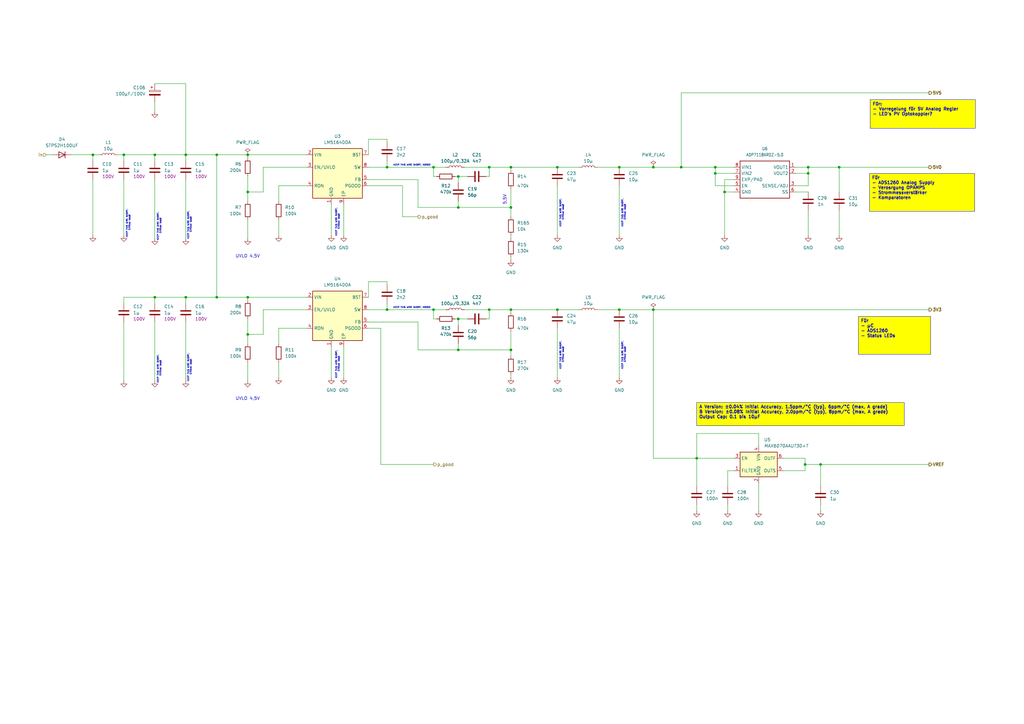
<source format=kicad_sch>
(kicad_sch
	(version 20250114)
	(generator "eeschema")
	(generator_version "9.0")
	(uuid "0a71412d-9bfe-4591-ab18-4fda89efb97a")
	(paper "A3")
	(lib_symbols
		(symbol "Device:C"
			(pin_numbers
				(hide yes)
			)
			(pin_names
				(offset 0.254)
			)
			(exclude_from_sim no)
			(in_bom yes)
			(on_board yes)
			(property "Reference" "C"
				(at 0.635 2.54 0)
				(effects
					(font
						(size 1.27 1.27)
					)
					(justify left)
				)
			)
			(property "Value" "C"
				(at 0.635 -2.54 0)
				(effects
					(font
						(size 1.27 1.27)
					)
					(justify left)
				)
			)
			(property "Footprint" ""
				(at 0.9652 -3.81 0)
				(effects
					(font
						(size 1.27 1.27)
					)
					(hide yes)
				)
			)
			(property "Datasheet" "~"
				(at 0 0 0)
				(effects
					(font
						(size 1.27 1.27)
					)
					(hide yes)
				)
			)
			(property "Description" "Unpolarized capacitor"
				(at 0 0 0)
				(effects
					(font
						(size 1.27 1.27)
					)
					(hide yes)
				)
			)
			(property "ki_keywords" "cap capacitor"
				(at 0 0 0)
				(effects
					(font
						(size 1.27 1.27)
					)
					(hide yes)
				)
			)
			(property "ki_fp_filters" "C_*"
				(at 0 0 0)
				(effects
					(font
						(size 1.27 1.27)
					)
					(hide yes)
				)
			)
			(symbol "C_0_1"
				(polyline
					(pts
						(xy -2.032 0.762) (xy 2.032 0.762)
					)
					(stroke
						(width 0.508)
						(type default)
					)
					(fill
						(type none)
					)
				)
				(polyline
					(pts
						(xy -2.032 -0.762) (xy 2.032 -0.762)
					)
					(stroke
						(width 0.508)
						(type default)
					)
					(fill
						(type none)
					)
				)
			)
			(symbol "C_1_1"
				(pin passive line
					(at 0 3.81 270)
					(length 2.794)
					(name "~"
						(effects
							(font
								(size 1.27 1.27)
							)
						)
					)
					(number "1"
						(effects
							(font
								(size 1.27 1.27)
							)
						)
					)
				)
				(pin passive line
					(at 0 -3.81 90)
					(length 2.794)
					(name "~"
						(effects
							(font
								(size 1.27 1.27)
							)
						)
					)
					(number "2"
						(effects
							(font
								(size 1.27 1.27)
							)
						)
					)
				)
			)
			(embedded_fonts no)
		)
		(symbol "Device:C_Polarized"
			(pin_numbers
				(hide yes)
			)
			(pin_names
				(offset 0.254)
			)
			(exclude_from_sim no)
			(in_bom yes)
			(on_board yes)
			(property "Reference" "C"
				(at 0.635 2.54 0)
				(effects
					(font
						(size 1.27 1.27)
					)
					(justify left)
				)
			)
			(property "Value" "C_Polarized"
				(at 0.635 -2.54 0)
				(effects
					(font
						(size 1.27 1.27)
					)
					(justify left)
				)
			)
			(property "Footprint" ""
				(at 0.9652 -3.81 0)
				(effects
					(font
						(size 1.27 1.27)
					)
					(hide yes)
				)
			)
			(property "Datasheet" "~"
				(at 0 0 0)
				(effects
					(font
						(size 1.27 1.27)
					)
					(hide yes)
				)
			)
			(property "Description" "Polarized capacitor"
				(at 0 0 0)
				(effects
					(font
						(size 1.27 1.27)
					)
					(hide yes)
				)
			)
			(property "ki_keywords" "cap capacitor"
				(at 0 0 0)
				(effects
					(font
						(size 1.27 1.27)
					)
					(hide yes)
				)
			)
			(property "ki_fp_filters" "CP_*"
				(at 0 0 0)
				(effects
					(font
						(size 1.27 1.27)
					)
					(hide yes)
				)
			)
			(symbol "C_Polarized_0_1"
				(rectangle
					(start -2.286 0.508)
					(end 2.286 1.016)
					(stroke
						(width 0)
						(type default)
					)
					(fill
						(type none)
					)
				)
				(polyline
					(pts
						(xy -1.778 2.286) (xy -0.762 2.286)
					)
					(stroke
						(width 0)
						(type default)
					)
					(fill
						(type none)
					)
				)
				(polyline
					(pts
						(xy -1.27 2.794) (xy -1.27 1.778)
					)
					(stroke
						(width 0)
						(type default)
					)
					(fill
						(type none)
					)
				)
				(rectangle
					(start 2.286 -0.508)
					(end -2.286 -1.016)
					(stroke
						(width 0)
						(type default)
					)
					(fill
						(type outline)
					)
				)
			)
			(symbol "C_Polarized_1_1"
				(pin passive line
					(at 0 3.81 270)
					(length 2.794)
					(name "~"
						(effects
							(font
								(size 1.27 1.27)
							)
						)
					)
					(number "1"
						(effects
							(font
								(size 1.27 1.27)
							)
						)
					)
				)
				(pin passive line
					(at 0 -3.81 90)
					(length 2.794)
					(name "~"
						(effects
							(font
								(size 1.27 1.27)
							)
						)
					)
					(number "2"
						(effects
							(font
								(size 1.27 1.27)
							)
						)
					)
				)
			)
			(embedded_fonts no)
		)
		(symbol "Device:D"
			(pin_numbers
				(hide yes)
			)
			(pin_names
				(offset 1.016)
				(hide yes)
			)
			(exclude_from_sim no)
			(in_bom yes)
			(on_board yes)
			(property "Reference" "D"
				(at 0 2.54 0)
				(effects
					(font
						(size 1.27 1.27)
					)
				)
			)
			(property "Value" "D"
				(at 0 -2.54 0)
				(effects
					(font
						(size 1.27 1.27)
					)
				)
			)
			(property "Footprint" ""
				(at 0 0 0)
				(effects
					(font
						(size 1.27 1.27)
					)
					(hide yes)
				)
			)
			(property "Datasheet" "~"
				(at 0 0 0)
				(effects
					(font
						(size 1.27 1.27)
					)
					(hide yes)
				)
			)
			(property "Description" "Diode"
				(at 0 0 0)
				(effects
					(font
						(size 1.27 1.27)
					)
					(hide yes)
				)
			)
			(property "Sim.Device" "D"
				(at 0 0 0)
				(effects
					(font
						(size 1.27 1.27)
					)
					(hide yes)
				)
			)
			(property "Sim.Pins" "1=K 2=A"
				(at 0 0 0)
				(effects
					(font
						(size 1.27 1.27)
					)
					(hide yes)
				)
			)
			(property "ki_keywords" "diode"
				(at 0 0 0)
				(effects
					(font
						(size 1.27 1.27)
					)
					(hide yes)
				)
			)
			(property "ki_fp_filters" "TO-???* *_Diode_* *SingleDiode* D_*"
				(at 0 0 0)
				(effects
					(font
						(size 1.27 1.27)
					)
					(hide yes)
				)
			)
			(symbol "D_0_1"
				(polyline
					(pts
						(xy -1.27 1.27) (xy -1.27 -1.27)
					)
					(stroke
						(width 0.254)
						(type default)
					)
					(fill
						(type none)
					)
				)
				(polyline
					(pts
						(xy 1.27 1.27) (xy 1.27 -1.27) (xy -1.27 0) (xy 1.27 1.27)
					)
					(stroke
						(width 0.254)
						(type default)
					)
					(fill
						(type none)
					)
				)
				(polyline
					(pts
						(xy 1.27 0) (xy -1.27 0)
					)
					(stroke
						(width 0)
						(type default)
					)
					(fill
						(type none)
					)
				)
			)
			(symbol "D_1_1"
				(pin passive line
					(at -3.81 0 0)
					(length 2.54)
					(name "K"
						(effects
							(font
								(size 1.27 1.27)
							)
						)
					)
					(number "1"
						(effects
							(font
								(size 1.27 1.27)
							)
						)
					)
				)
				(pin passive line
					(at 3.81 0 180)
					(length 2.54)
					(name "A"
						(effects
							(font
								(size 1.27 1.27)
							)
						)
					)
					(number "2"
						(effects
							(font
								(size 1.27 1.27)
							)
						)
					)
				)
			)
			(embedded_fonts no)
		)
		(symbol "Device:L"
			(pin_numbers
				(hide yes)
			)
			(pin_names
				(offset 1.016)
				(hide yes)
			)
			(exclude_from_sim no)
			(in_bom yes)
			(on_board yes)
			(property "Reference" "L"
				(at -1.27 0 90)
				(effects
					(font
						(size 1.27 1.27)
					)
				)
			)
			(property "Value" "L"
				(at 1.905 0 90)
				(effects
					(font
						(size 1.27 1.27)
					)
				)
			)
			(property "Footprint" ""
				(at 0 0 0)
				(effects
					(font
						(size 1.27 1.27)
					)
					(hide yes)
				)
			)
			(property "Datasheet" "~"
				(at 0 0 0)
				(effects
					(font
						(size 1.27 1.27)
					)
					(hide yes)
				)
			)
			(property "Description" "Inductor"
				(at 0 0 0)
				(effects
					(font
						(size 1.27 1.27)
					)
					(hide yes)
				)
			)
			(property "ki_keywords" "inductor choke coil reactor magnetic"
				(at 0 0 0)
				(effects
					(font
						(size 1.27 1.27)
					)
					(hide yes)
				)
			)
			(property "ki_fp_filters" "Choke_* *Coil* Inductor_* L_*"
				(at 0 0 0)
				(effects
					(font
						(size 1.27 1.27)
					)
					(hide yes)
				)
			)
			(symbol "L_0_1"
				(arc
					(start 0 2.54)
					(mid 0.6323 1.905)
					(end 0 1.27)
					(stroke
						(width 0)
						(type default)
					)
					(fill
						(type none)
					)
				)
				(arc
					(start 0 1.27)
					(mid 0.6323 0.635)
					(end 0 0)
					(stroke
						(width 0)
						(type default)
					)
					(fill
						(type none)
					)
				)
				(arc
					(start 0 0)
					(mid 0.6323 -0.635)
					(end 0 -1.27)
					(stroke
						(width 0)
						(type default)
					)
					(fill
						(type none)
					)
				)
				(arc
					(start 0 -1.27)
					(mid 0.6323 -1.905)
					(end 0 -2.54)
					(stroke
						(width 0)
						(type default)
					)
					(fill
						(type none)
					)
				)
			)
			(symbol "L_1_1"
				(pin passive line
					(at 0 3.81 270)
					(length 1.27)
					(name "1"
						(effects
							(font
								(size 1.27 1.27)
							)
						)
					)
					(number "1"
						(effects
							(font
								(size 1.27 1.27)
							)
						)
					)
				)
				(pin passive line
					(at 0 -3.81 90)
					(length 1.27)
					(name "2"
						(effects
							(font
								(size 1.27 1.27)
							)
						)
					)
					(number "2"
						(effects
							(font
								(size 1.27 1.27)
							)
						)
					)
				)
			)
			(embedded_fonts no)
		)
		(symbol "Device:R"
			(pin_numbers
				(hide yes)
			)
			(pin_names
				(offset 0)
			)
			(exclude_from_sim no)
			(in_bom yes)
			(on_board yes)
			(property "Reference" "R"
				(at 2.032 0 90)
				(effects
					(font
						(size 1.27 1.27)
					)
				)
			)
			(property "Value" "R"
				(at 0 0 90)
				(effects
					(font
						(size 1.27 1.27)
					)
				)
			)
			(property "Footprint" ""
				(at -1.778 0 90)
				(effects
					(font
						(size 1.27 1.27)
					)
					(hide yes)
				)
			)
			(property "Datasheet" "~"
				(at 0 0 0)
				(effects
					(font
						(size 1.27 1.27)
					)
					(hide yes)
				)
			)
			(property "Description" "Resistor"
				(at 0 0 0)
				(effects
					(font
						(size 1.27 1.27)
					)
					(hide yes)
				)
			)
			(property "ki_keywords" "R res resistor"
				(at 0 0 0)
				(effects
					(font
						(size 1.27 1.27)
					)
					(hide yes)
				)
			)
			(property "ki_fp_filters" "R_*"
				(at 0 0 0)
				(effects
					(font
						(size 1.27 1.27)
					)
					(hide yes)
				)
			)
			(symbol "R_0_1"
				(rectangle
					(start -1.016 -2.54)
					(end 1.016 2.54)
					(stroke
						(width 0.254)
						(type default)
					)
					(fill
						(type none)
					)
				)
			)
			(symbol "R_1_1"
				(pin passive line
					(at 0 3.81 270)
					(length 1.27)
					(name "~"
						(effects
							(font
								(size 1.27 1.27)
							)
						)
					)
					(number "1"
						(effects
							(font
								(size 1.27 1.27)
							)
						)
					)
				)
				(pin passive line
					(at 0 -3.81 90)
					(length 1.27)
					(name "~"
						(effects
							(font
								(size 1.27 1.27)
							)
						)
					)
					(number "2"
						(effects
							(font
								(size 1.27 1.27)
							)
						)
					)
				)
			)
			(embedded_fonts no)
		)
		(symbol "Reference_Voltage:MAX6070BAUT30+T"
			(exclude_from_sim no)
			(in_bom yes)
			(on_board yes)
			(property "Reference" "U"
				(at 1.27 8.89 0)
				(effects
					(font
						(size 1.27 1.27)
					)
					(justify left)
				)
			)
			(property "Value" "MAX6070BAUT30+T"
				(at 1.27 6.35 0)
				(effects
					(font
						(size 1.27 1.27)
						(italic yes)
					)
					(justify left)
				)
			)
			(property "Footprint" "Package_TO_SOT_SMD:SOT-23-6"
				(at 1.27 -7.62 0)
				(effects
					(font
						(size 1.27 1.27)
						(italic yes)
					)
					(justify left)
					(hide yes)
				)
			)
			(property "Datasheet" "https://www.analog.com/media/en/technical-documentation/data-sheets/MAX6070-MAX6071.pdf"
				(at 0 0 0)
				(effects
					(font
						(size 1.27 1.27)
						(italic yes)
					)
					(hide yes)
				)
			)
			(property "Description" "Low-Noise, High-Precision Series Voltage Reference, 3V, ±0.08% initial accuracy, SOT-23-6"
				(at 0 0 0)
				(effects
					(font
						(size 1.27 1.27)
					)
					(hide yes)
				)
			)
			(property "ki_keywords" "Low Noise Precision Voltage Reference"
				(at 0 0 0)
				(effects
					(font
						(size 1.27 1.27)
					)
					(hide yes)
				)
			)
			(property "ki_fp_filters" "SOT?23*"
				(at 0 0 0)
				(effects
					(font
						(size 1.27 1.27)
					)
					(hide yes)
				)
			)
			(symbol "MAX6070BAUT30+T_0_1"
				(rectangle
					(start -7.62 5.08)
					(end 7.62 -5.08)
					(stroke
						(width 0.254)
						(type solid)
					)
					(fill
						(type background)
					)
				)
			)
			(symbol "MAX6070BAUT30+T_1_1"
				(pin input line
					(at -10.16 2.54 0)
					(length 2.54)
					(name "EN"
						(effects
							(font
								(size 1.27 1.27)
							)
						)
					)
					(number "3"
						(effects
							(font
								(size 1.27 1.27)
							)
						)
					)
				)
				(pin passive line
					(at -10.16 -2.54 0)
					(length 2.54)
					(name "FILTER"
						(effects
							(font
								(size 1.27 1.27)
							)
						)
					)
					(number "1"
						(effects
							(font
								(size 1.27 1.27)
							)
						)
					)
				)
				(pin power_in line
					(at 0 7.62 270)
					(length 2.54)
					(name "VIN"
						(effects
							(font
								(size 1.27 1.27)
							)
						)
					)
					(number "4"
						(effects
							(font
								(size 1.27 1.27)
							)
						)
					)
				)
				(pin power_in line
					(at 0 -7.62 90)
					(length 2.54)
					(name "GND"
						(effects
							(font
								(size 1.27 1.27)
							)
						)
					)
					(number "2"
						(effects
							(font
								(size 1.27 1.27)
							)
						)
					)
				)
				(pin output line
					(at 10.16 2.54 180)
					(length 2.54)
					(name "OUTF"
						(effects
							(font
								(size 1.27 1.27)
							)
						)
					)
					(number "6"
						(effects
							(font
								(size 1.27 1.27)
							)
						)
					)
				)
				(pin input line
					(at 10.16 -2.54 180)
					(length 2.54)
					(name "OUTS"
						(effects
							(font
								(size 1.27 1.27)
							)
						)
					)
					(number "5"
						(effects
							(font
								(size 1.27 1.27)
							)
						)
					)
				)
			)
			(embedded_fonts no)
		)
		(symbol "Regulator_Switching:LM5164DDA"
			(exclude_from_sim no)
			(in_bom yes)
			(on_board yes)
			(property "Reference" "U"
				(at -8.89 11.43 0)
				(effects
					(font
						(size 1.27 1.27)
					)
				)
			)
			(property "Value" "LM5164DDA"
				(at 5.08 11.43 0)
				(effects
					(font
						(size 1.27 1.27)
					)
				)
			)
			(property "Footprint" "Package_SO:HSOP-8-1EP_3.9x4.9mm_P1.27mm_EP2.41x3.1mm_ThermalVias"
				(at 1.27 -11.43 0)
				(effects
					(font
						(size 1.27 1.27)
					)
					(hide yes)
				)
			)
			(property "Datasheet" "https://www.ti.com/lit/ds/symlink/lm5164.pdf?ts=1598311864250&ref_url=https%253A%252F%252Fwww.ti.com%252Fproduct%252FLM5164%253FHQS%253DTI-null-null-octopart-df-pf-null-wwe"
				(at -7.62 8.89 0)
				(effects
					(font
						(size 1.27 1.27)
					)
					(hide yes)
				)
			)
			(property "Description" "1A synchronous buck converter with ultra-low IQ, 6V - 100V input, adjustable output voltage, HSOP-8"
				(at 0 0 0)
				(effects
					(font
						(size 1.27 1.27)
					)
					(hide yes)
				)
			)
			(property "ki_keywords" "step-down dc-dc buck regulator adjustable"
				(at 0 0 0)
				(effects
					(font
						(size 1.27 1.27)
					)
					(hide yes)
				)
			)
			(property "ki_fp_filters" "HSOP*1EP*3.9x4.9*P1.27mm*"
				(at 0 0 0)
				(effects
					(font
						(size 1.27 1.27)
					)
					(hide yes)
				)
			)
			(symbol "LM5164DDA_1_1"
				(rectangle
					(start -10.16 10.16)
					(end 10.16 -10.16)
					(stroke
						(width 0.254)
						(type default)
					)
					(fill
						(type background)
					)
				)
				(pin power_in line
					(at -12.7 7.62 0)
					(length 2.54)
					(name "VIN"
						(effects
							(font
								(size 1.27 1.27)
							)
						)
					)
					(number "2"
						(effects
							(font
								(size 1.27 1.27)
							)
						)
					)
				)
				(pin input line
					(at -12.7 2.54 0)
					(length 2.54)
					(name "EN/UVLO"
						(effects
							(font
								(size 1.27 1.27)
							)
						)
					)
					(number "3"
						(effects
							(font
								(size 1.27 1.27)
							)
						)
					)
				)
				(pin passive line
					(at -12.7 -5.08 0)
					(length 2.54)
					(name "RON"
						(effects
							(font
								(size 1.27 1.27)
							)
						)
					)
					(number "4"
						(effects
							(font
								(size 1.27 1.27)
							)
						)
					)
				)
				(pin power_in line
					(at -2.54 -12.7 90)
					(length 2.54)
					(name "GND"
						(effects
							(font
								(size 1.27 1.27)
							)
						)
					)
					(number "1"
						(effects
							(font
								(size 1.27 1.27)
							)
						)
					)
				)
				(pin passive line
					(at 2.54 -12.7 90)
					(length 2.54)
					(name "EP"
						(effects
							(font
								(size 1.27 1.27)
							)
						)
					)
					(number "9"
						(effects
							(font
								(size 1.27 1.27)
							)
						)
					)
				)
				(pin passive line
					(at 12.7 7.62 180)
					(length 2.54)
					(name "BST"
						(effects
							(font
								(size 1.27 1.27)
							)
						)
					)
					(number "7"
						(effects
							(font
								(size 1.27 1.27)
							)
						)
					)
				)
				(pin power_out line
					(at 12.7 2.54 180)
					(length 2.54)
					(name "SW"
						(effects
							(font
								(size 1.27 1.27)
							)
						)
					)
					(number "8"
						(effects
							(font
								(size 1.27 1.27)
							)
						)
					)
				)
				(pin input line
					(at 12.7 -2.54 180)
					(length 2.54)
					(name "FB"
						(effects
							(font
								(size 1.27 1.27)
							)
						)
					)
					(number "5"
						(effects
							(font
								(size 1.27 1.27)
							)
						)
					)
				)
				(pin open_collector line
					(at 12.7 -5.08 180)
					(length 2.54)
					(name "PGOOD"
						(effects
							(font
								(size 1.27 1.27)
							)
						)
					)
					(number "6"
						(effects
							(font
								(size 1.27 1.27)
							)
						)
					)
				)
			)
			(embedded_fonts no)
		)
		(symbol "myVoltageRegulator:ADP7118"
			(exclude_from_sim no)
			(in_bom yes)
			(on_board yes)
			(property "Reference" "IC"
				(at 2.54 10.16 0)
				(effects
					(font
						(size 1.27 1.0795)
					)
					(justify left bottom)
				)
			)
			(property "Value" ""
				(at 2.54 -10.16 0)
				(effects
					(font
						(size 1.27 1.0795)
					)
					(justify left bottom)
				)
			)
			(property "Footprint" "greenMeter_v3:ADP7118_SOIC8"
				(at 0 0 0)
				(effects
					(font
						(size 1.27 1.27)
					)
					(hide yes)
				)
			)
			(property "Datasheet" ""
				(at 0 0 0)
				(effects
					(font
						(size 1.27 1.27)
					)
					(hide yes)
				)
			)
			(property "Description" ""
				(at 0 0 0)
				(effects
					(font
						(size 1.27 1.27)
					)
					(hide yes)
				)
			)
			(property "ki_locked" ""
				(at 0 0 0)
				(effects
					(font
						(size 1.27 1.27)
					)
				)
			)
			(symbol "ADP7118_1_0"
				(polyline
					(pts
						(xy -10.16 7.62) (xy 10.16 7.62)
					)
					(stroke
						(width 0.254)
						(type solid)
					)
					(fill
						(type none)
					)
				)
				(polyline
					(pts
						(xy -10.16 -7.62) (xy -10.16 7.62)
					)
					(stroke
						(width 0.254)
						(type solid)
					)
					(fill
						(type none)
					)
				)
				(polyline
					(pts
						(xy 10.16 7.62) (xy 10.16 -7.62)
					)
					(stroke
						(width 0.254)
						(type solid)
					)
					(fill
						(type none)
					)
				)
				(polyline
					(pts
						(xy 10.16 -7.62) (xy -10.16 -7.62)
					)
					(stroke
						(width 0.254)
						(type solid)
					)
					(fill
						(type none)
					)
				)
				(pin power_in line
					(at -12.7 5.08 0)
					(length 2.54)
					(name "VIN1"
						(effects
							(font
								(size 1.27 1.27)
							)
						)
					)
					(number "8"
						(effects
							(font
								(size 1.27 1.27)
							)
						)
					)
				)
				(pin power_in line
					(at -12.7 2.54 0)
					(length 2.54)
					(name "VIN2"
						(effects
							(font
								(size 1.27 1.27)
							)
						)
					)
					(number "7"
						(effects
							(font
								(size 1.27 1.27)
							)
						)
					)
				)
				(pin power_in line
					(at -12.7 0 0)
					(length 2.54)
					(name "EXP/PAD"
						(effects
							(font
								(size 1.27 1.27)
							)
						)
					)
					(number "9"
						(effects
							(font
								(size 1.27 1.27)
							)
						)
					)
				)
				(pin input line
					(at -12.7 -2.54 0)
					(length 2.54)
					(name "EN"
						(effects
							(font
								(size 1.27 1.27)
							)
						)
					)
					(number "5"
						(effects
							(font
								(size 1.27 1.27)
							)
						)
					)
				)
				(pin power_in line
					(at -12.7 -5.08 0)
					(length 2.54)
					(name "GND"
						(effects
							(font
								(size 1.27 1.27)
							)
						)
					)
					(number "4"
						(effects
							(font
								(size 1.27 1.27)
							)
						)
					)
				)
				(pin power_out line
					(at 12.7 5.08 180)
					(length 2.54)
					(name "VOUT1"
						(effects
							(font
								(size 1.27 1.27)
							)
						)
					)
					(number "1"
						(effects
							(font
								(size 1.27 1.27)
							)
						)
					)
				)
				(pin power_out line
					(at 12.7 2.54 180)
					(length 2.54)
					(name "VOUT2"
						(effects
							(font
								(size 1.27 1.27)
							)
						)
					)
					(number "2"
						(effects
							(font
								(size 1.27 1.27)
							)
						)
					)
				)
				(pin passive line
					(at 12.7 -2.54 180)
					(length 2.54)
					(name "SENSE/ADJ"
						(effects
							(font
								(size 1.27 1.27)
							)
						)
					)
					(number "3"
						(effects
							(font
								(size 1.27 1.27)
							)
						)
					)
				)
				(pin passive line
					(at 12.7 -5.08 180)
					(length 2.54)
					(name "SS"
						(effects
							(font
								(size 1.27 1.27)
							)
						)
					)
					(number "6"
						(effects
							(font
								(size 1.27 1.27)
							)
						)
					)
				)
			)
			(embedded_fonts no)
		)
		(symbol "power:GND"
			(power)
			(pin_numbers
				(hide yes)
			)
			(pin_names
				(offset 0)
				(hide yes)
			)
			(exclude_from_sim no)
			(in_bom yes)
			(on_board yes)
			(property "Reference" "#PWR"
				(at 0 -6.35 0)
				(effects
					(font
						(size 1.27 1.27)
					)
					(hide yes)
				)
			)
			(property "Value" "GND"
				(at 0 -3.81 0)
				(effects
					(font
						(size 1.27 1.27)
					)
				)
			)
			(property "Footprint" ""
				(at 0 0 0)
				(effects
					(font
						(size 1.27 1.27)
					)
					(hide yes)
				)
			)
			(property "Datasheet" ""
				(at 0 0 0)
				(effects
					(font
						(size 1.27 1.27)
					)
					(hide yes)
				)
			)
			(property "Description" "Power symbol creates a global label with name \"GND\" , ground"
				(at 0 0 0)
				(effects
					(font
						(size 1.27 1.27)
					)
					(hide yes)
				)
			)
			(property "ki_keywords" "global power"
				(at 0 0 0)
				(effects
					(font
						(size 1.27 1.27)
					)
					(hide yes)
				)
			)
			(symbol "GND_0_1"
				(polyline
					(pts
						(xy 0 0) (xy 0 -1.27) (xy 1.27 -1.27) (xy 0 -2.54) (xy -1.27 -1.27) (xy 0 -1.27)
					)
					(stroke
						(width 0)
						(type default)
					)
					(fill
						(type none)
					)
				)
			)
			(symbol "GND_1_1"
				(pin power_in line
					(at 0 0 270)
					(length 0)
					(name "~"
						(effects
							(font
								(size 1.27 1.27)
							)
						)
					)
					(number "1"
						(effects
							(font
								(size 1.27 1.27)
							)
						)
					)
				)
			)
			(embedded_fonts no)
		)
		(symbol "power:PWR_FLAG"
			(power)
			(pin_numbers
				(hide yes)
			)
			(pin_names
				(offset 0)
				(hide yes)
			)
			(exclude_from_sim no)
			(in_bom yes)
			(on_board yes)
			(property "Reference" "#FLG"
				(at 0 1.905 0)
				(effects
					(font
						(size 1.27 1.27)
					)
					(hide yes)
				)
			)
			(property "Value" "PWR_FLAG"
				(at 0 3.81 0)
				(effects
					(font
						(size 1.27 1.27)
					)
				)
			)
			(property "Footprint" ""
				(at 0 0 0)
				(effects
					(font
						(size 1.27 1.27)
					)
					(hide yes)
				)
			)
			(property "Datasheet" "~"
				(at 0 0 0)
				(effects
					(font
						(size 1.27 1.27)
					)
					(hide yes)
				)
			)
			(property "Description" "Special symbol for telling ERC where power comes from"
				(at 0 0 0)
				(effects
					(font
						(size 1.27 1.27)
					)
					(hide yes)
				)
			)
			(property "ki_keywords" "flag power"
				(at 0 0 0)
				(effects
					(font
						(size 1.27 1.27)
					)
					(hide yes)
				)
			)
			(symbol "PWR_FLAG_0_0"
				(pin power_out line
					(at 0 0 90)
					(length 0)
					(name "~"
						(effects
							(font
								(size 1.27 1.27)
							)
						)
					)
					(number "1"
						(effects
							(font
								(size 1.27 1.27)
							)
						)
					)
				)
			)
			(symbol "PWR_FLAG_0_1"
				(polyline
					(pts
						(xy 0 0) (xy 0 1.27) (xy -1.016 1.905) (xy 0 2.54) (xy 1.016 1.905) (xy 0 1.27)
					)
					(stroke
						(width 0)
						(type default)
					)
					(fill
						(type none)
					)
				)
			)
			(embedded_fonts no)
		)
	)
	(text "KEEP THIS WIRE SHORT, \nCritical loop!"
		(exclude_from_sim no)
		(at 65.278 151.13 90)
		(effects
			(font
				(size 0.635 0.635)
			)
		)
		(uuid "2fb1a431-5b69-4f83-8a6a-15a25785e3e5")
	)
	(text "KEEP THIS WIRE SHORT, \nCritical loop!"
		(exclude_from_sim no)
		(at 230.378 87.122 90)
		(effects
			(font
				(size 0.635 0.635)
			)
		)
		(uuid "32e3f2b0-d623-4520-8e32-98626fa14a62")
	)
	(text "UVLO 4,5V\n"
		(exclude_from_sim no)
		(at 101.6 163.576 0)
		(effects
			(font
				(size 1.27 1.27)
			)
		)
		(uuid "372d1083-c7ed-439d-b4b0-4090f2763f08")
	)
	(text "KEEP THIS WIRE SHORT, \nCritical loop!"
		(exclude_from_sim no)
		(at 255.778 145.542 90)
		(effects
			(font
				(size 0.635 0.635)
			)
		)
		(uuid "5f840927-6f77-4614-8660-39761cd87a62")
	)
	(text "UVLO 4,5V\n"
		(exclude_from_sim no)
		(at 101.6 105.156 0)
		(effects
			(font
				(size 1.27 1.27)
			)
		)
		(uuid "6f144863-5478-46df-9f69-3722819095f0")
	)
	(text "5,5V"
		(exclude_from_sim no)
		(at 207.772 84.074 90)
		(effects
			(font
				(size 1.27 1.27)
			)
			(justify left bottom)
		)
		(uuid "7590cfd5-fa8b-437e-8b55-21ac74a4dccf")
	)
	(text "KEEP THIS WIRE SHORT, NOISE!"
		(exclude_from_sim no)
		(at 168.91 67.818 0)
		(effects
			(font
				(size 0.635 0.635)
			)
		)
		(uuid "93239db0-3a95-4c82-894f-9817caab4582")
	)
	(text "KEEP THIS WIRE SHORT, \nCritical loop!"
		(exclude_from_sim no)
		(at 138.43 149.352 90)
		(effects
			(font
				(size 0.635 0.635)
			)
		)
		(uuid "946f197e-1c81-4c86-b0c7-35d6d585bb01")
	)
	(text "KEEP THIS WIRE SHORT, \nCritical loop!"
		(exclude_from_sim no)
		(at 255.778 87.122 90)
		(effects
			(font
				(size 0.635 0.635)
			)
		)
		(uuid "963e98e2-3ee6-4e42-9638-f4f344d0445f")
	)
	(text "KEEP THIS WIRE SHORT, \nCritical loop!"
		(exclude_from_sim no)
		(at 65.278 92.71 90)
		(effects
			(font
				(size 0.635 0.635)
			)
		)
		(uuid "d4e42818-60af-49e3-8a9c-d938eac00a01")
	)
	(text "KEEP THIS WIRE SHORT, \nCritical loop!"
		(exclude_from_sim no)
		(at 77.724 92.202 90)
		(effects
			(font
				(size 0.635 0.635)
			)
		)
		(uuid "de9b3a84-0c56-4d76-b463-54ef735824b7")
	)
	(text "KEEP THIS WIRE SHORT, \nCritical loop!"
		(exclude_from_sim no)
		(at 138.43 90.932 90)
		(effects
			(font
				(size 0.635 0.635)
			)
		)
		(uuid "e0c61d15-f500-48b1-a324-6cd7109c67af")
	)
	(text "KEEP THIS WIRE SHORT, NOISE!"
		(exclude_from_sim no)
		(at 168.91 126.238 0)
		(effects
			(font
				(size 0.635 0.635)
			)
		)
		(uuid "e53b2c61-f652-4bac-940f-08d03a2dbfcc")
	)
	(text "KEEP THIS WIRE SHORT, \nCritical loop!"
		(exclude_from_sim no)
		(at 52.578 91.44 90)
		(effects
			(font
				(size 0.635 0.635)
			)
		)
		(uuid "e94f7508-4827-4d59-9895-5bcf068b9e63")
	)
	(text "KEEP THIS WIRE SHORT, \nCritical loop!"
		(exclude_from_sim no)
		(at 77.724 150.622 90)
		(effects
			(font
				(size 0.635 0.635)
			)
		)
		(uuid "f27144d1-12b1-4f44-896f-fcfee967b780")
	)
	(text "KEEP THIS WIRE SHORT, \nCritical loop!"
		(exclude_from_sim no)
		(at 230.378 145.542 90)
		(effects
			(font
				(size 0.635 0.635)
			)
		)
		(uuid "f93878df-79f5-4890-b2e4-44134295579e")
	)
	(text_box "Für:\n- Vorregelung für 5V Analog Regler\n- LED's PV Optokoppler?"
		(exclude_from_sim no)
		(at 356.87 40.894 0)
		(size 43.18 11.684)
		(margins 0.9525 0.9525 0.9525 0.9525)
		(stroke
			(width 0)
			(type default)
		)
		(fill
			(type color)
			(color 255 255 0 1)
		)
		(effects
			(font
				(size 1.27 1.27)
				(thickness 0.254)
				(bold yes)
			)
			(justify left top)
		)
		(uuid "280d6aca-637e-4d48-931a-4d766d59fa1a")
	)
	(text_box "A Version: ±0.04% Initial Accuracy, 1.5ppm/°C (typ), 6ppm/°C (max, A grade)\nB Version: ±0.08% Initial Accuracy, 2.0ppm/°C (typ), 8ppm/°C (max, A grade)\nOutput Cap: 0.1 bis 10µF"
		(exclude_from_sim no)
		(at 285.75 165.1 0)
		(size 85.09 9.525)
		(margins 0.9525 0.9525 0.9525 0.9525)
		(stroke
			(width 0)
			(type default)
		)
		(fill
			(type color)
			(color 255 255 0 1)
		)
		(effects
			(font
				(size 1.27 1.27)
				(thickness 0.254)
				(bold yes)
			)
			(justify left top)
		)
		(uuid "2c90f373-62ce-47a2-a9ec-4e6f68ffa810")
	)
	(text_box "Für\n- µC\n- ADS1260\n- Status LEDs\n"
		(exclude_from_sim no)
		(at 352.044 129.794 0)
		(size 29.718 15.494)
		(margins 0.9525 0.9525 0.9525 0.9525)
		(stroke
			(width 0)
			(type default)
		)
		(fill
			(type color)
			(color 255 255 0 1)
		)
		(effects
			(font
				(size 1.27 1.27)
				(thickness 0.254)
				(bold yes)
			)
			(justify left top)
		)
		(uuid "51e268eb-7441-4376-8a48-afcbc4538593")
	)
	(text_box "Für\n- ADS1260 Analog Supply\n- Verosrgung OPAMPS\n- Strommessverstärker\n- Komparatoren\n"
		(exclude_from_sim no)
		(at 356.616 71.12 0)
		(size 43.18 15.494)
		(margins 0.9525 0.9525 0.9525 0.9525)
		(stroke
			(width 0)
			(type default)
		)
		(fill
			(type color)
			(color 255 255 0 1)
		)
		(effects
			(font
				(size 1.27 1.27)
				(thickness 0.254)
				(bold yes)
			)
			(justify left top)
		)
		(uuid "e7a8b682-1cca-4bef-9b16-a9ac8e27c75e")
	)
	(junction
		(at 267.97 68.58)
		(diameter 0)
		(color 0 0 0 0)
		(uuid "017310b7-a31c-4894-8ef6-546f6b96f711")
	)
	(junction
		(at 254 127)
		(diameter 0)
		(color 0 0 0 0)
		(uuid "01f43722-8fb0-4310-9391-6ea9a320ecc4")
	)
	(junction
		(at 88.9 121.92)
		(diameter 0)
		(color 0 0 0 0)
		(uuid "0a8750d6-9767-4e83-8d9e-2e7080fdeac8")
	)
	(junction
		(at 63.5 63.5)
		(diameter 0)
		(color 0 0 0 0)
		(uuid "13436fe3-550b-49a4-8108-cc5173267ae0")
	)
	(junction
		(at 200.66 127)
		(diameter 0)
		(color 0 0 0 0)
		(uuid "19da22f2-45e0-4e14-b3ba-6aad8612bcc1")
	)
	(junction
		(at 101.6 63.5)
		(diameter 0)
		(color 0 0 0 0)
		(uuid "1a75a511-0a62-4e55-a243-4397e35507a8")
	)
	(junction
		(at 330.2 190.5)
		(diameter 0)
		(color 0 0 0 0)
		(uuid "1b0780b5-3b76-4e2c-93d1-207491aefbae")
	)
	(junction
		(at 187.96 143.51)
		(diameter 0)
		(color 0 0 0 0)
		(uuid "1c72f919-3fe2-4ff8-aa42-41145651e968")
	)
	(junction
		(at 63.5 121.92)
		(diameter 0)
		(color 0 0 0 0)
		(uuid "29e8d28d-da57-47d9-9411-86f539da8f4c")
	)
	(junction
		(at 38.1 63.5)
		(diameter 0)
		(color 0 0 0 0)
		(uuid "2e9b781b-5741-4632-b2c9-3d67e10261e2")
	)
	(junction
		(at 209.55 127)
		(diameter 0)
		(color 0 0 0 0)
		(uuid "38ab6831-374a-403f-9802-4c31caafd4c8")
	)
	(junction
		(at 293.37 71.12)
		(diameter 0)
		(color 0 0 0 0)
		(uuid "40df898a-4676-4cf0-afd3-0d63df4e347f")
	)
	(junction
		(at 209.55 85.09)
		(diameter 0)
		(color 0 0 0 0)
		(uuid "40f65a3e-f21d-49c4-b17e-266f7aab54ec")
	)
	(junction
		(at 177.8 68.58)
		(diameter 0)
		(color 0 0 0 0)
		(uuid "4476a6cc-36d1-4d9f-9172-1cf9a0b4eaf1")
	)
	(junction
		(at 101.6 121.92)
		(diameter 0)
		(color 0 0 0 0)
		(uuid "4ce10989-c312-4481-a8a2-5cacace08491")
	)
	(junction
		(at 158.75 127)
		(diameter 0)
		(color 0 0 0 0)
		(uuid "4eb250b9-cb0b-4619-8d19-658356e94a2e")
	)
	(junction
		(at 279.4 68.58)
		(diameter 0)
		(color 0 0 0 0)
		(uuid "5c059de0-1503-4438-bbdb-663d869cc96f")
	)
	(junction
		(at 76.2 121.92)
		(diameter 0)
		(color 0 0 0 0)
		(uuid "5f99332a-f012-4c79-8952-af95471987b0")
	)
	(junction
		(at 158.75 68.58)
		(diameter 0)
		(color 0 0 0 0)
		(uuid "62d560d2-1370-4c39-8ee7-82a33bc59572")
	)
	(junction
		(at 209.55 143.51)
		(diameter 0)
		(color 0 0 0 0)
		(uuid "6caa046d-bf22-49dd-b57a-800e4c800822")
	)
	(junction
		(at 336.55 190.5)
		(diameter 0)
		(color 0 0 0 0)
		(uuid "6e23ea4b-8e91-455b-a12c-c6ac5e3720d3")
	)
	(junction
		(at 187.96 85.09)
		(diameter 0)
		(color 0 0 0 0)
		(uuid "6ec7647c-27e4-4345-9829-d39ccfc10967")
	)
	(junction
		(at 297.18 78.74)
		(diameter 0)
		(color 0 0 0 0)
		(uuid "75dcabb4-aea8-4c2c-9e07-5f6f5fe14194")
	)
	(junction
		(at 187.96 72.39)
		(diameter 0)
		(color 0 0 0 0)
		(uuid "7852bf91-e3ba-40ee-ab94-9ea1dbfc1f49")
	)
	(junction
		(at 331.47 68.58)
		(diameter 0)
		(color 0 0 0 0)
		(uuid "7bae1c6c-297e-4799-a12d-2551e354a414")
	)
	(junction
		(at 88.9 63.5)
		(diameter 0)
		(color 0 0 0 0)
		(uuid "82e2a1f6-a5c8-4ee6-8571-7e632e890bed")
	)
	(junction
		(at 228.6 68.58)
		(diameter 0)
		(color 0 0 0 0)
		(uuid "867bebcc-6181-4c1f-8f2d-bfe76ff0971e")
	)
	(junction
		(at 344.17 68.58)
		(diameter 0)
		(color 0 0 0 0)
		(uuid "867d503a-fc04-4b5f-a3af-ea064dfa8024")
	)
	(junction
		(at 209.55 68.58)
		(diameter 0)
		(color 0 0 0 0)
		(uuid "8b65674b-534c-4790-bd65-3b6eb8b2d3f2")
	)
	(junction
		(at 331.47 71.12)
		(diameter 0)
		(color 0 0 0 0)
		(uuid "9354e4e1-abc5-4d02-9116-50982e1f23f3")
	)
	(junction
		(at 254 68.58)
		(diameter 0)
		(color 0 0 0 0)
		(uuid "941875c4-8c61-435e-b697-e23657faa806")
	)
	(junction
		(at 101.6 137.16)
		(diameter 0)
		(color 0 0 0 0)
		(uuid "9493a80e-738e-406a-b29a-994f54bd4642")
	)
	(junction
		(at 285.75 187.96)
		(diameter 0)
		(color 0 0 0 0)
		(uuid "b00fa211-b538-4512-82d9-8eb06fbdb66e")
	)
	(junction
		(at 267.97 127)
		(diameter 0)
		(color 0 0 0 0)
		(uuid "b6053727-fa8a-47aa-8abf-999714c80774")
	)
	(junction
		(at 293.37 68.58)
		(diameter 0)
		(color 0 0 0 0)
		(uuid "c0fdcc03-79bd-4706-ad65-d9e5f2dc4bde")
	)
	(junction
		(at 200.66 68.58)
		(diameter 0)
		(color 0 0 0 0)
		(uuid "c4eb1559-0185-44ee-b1e5-e862a74dfc30")
	)
	(junction
		(at 101.6 78.74)
		(diameter 0)
		(color 0 0 0 0)
		(uuid "c5e39b3d-7318-4ad3-8d41-6be422012d87")
	)
	(junction
		(at 187.96 130.81)
		(diameter 0)
		(color 0 0 0 0)
		(uuid "d1f1df3d-8472-4357-b971-315b6b3fe3da")
	)
	(junction
		(at 177.8 127)
		(diameter 0)
		(color 0 0 0 0)
		(uuid "e8087ebd-fd67-4e8d-a9c5-cd59cac22eb7")
	)
	(junction
		(at 50.8 63.5)
		(diameter 0)
		(color 0 0 0 0)
		(uuid "f070e1c2-29da-4a22-8e06-2e563d41fc0f")
	)
	(junction
		(at 76.2 63.5)
		(diameter 0)
		(color 0 0 0 0)
		(uuid "fa8098ca-e1dd-4648-b572-42b83004226a")
	)
	(junction
		(at 228.6 127)
		(diameter 0)
		(color 0 0 0 0)
		(uuid "fcc7690c-8fdc-4f10-92c7-e21877b4d74c")
	)
	(wire
		(pts
			(xy 63.5 73.66) (xy 63.5 97.79)
		)
		(stroke
			(width 0)
			(type default)
		)
		(uuid "0013036f-53ae-4a93-a82d-2ba9ce9bb8b4")
	)
	(wire
		(pts
			(xy 101.6 78.74) (xy 107.95 78.74)
		)
		(stroke
			(width 0)
			(type default)
		)
		(uuid "0157fa22-29dd-416c-872f-89b60b7000ef")
	)
	(wire
		(pts
			(xy 29.21 63.5) (xy 38.1 63.5)
		)
		(stroke
			(width 0)
			(type default)
		)
		(uuid "048def85-ced5-4a22-a727-2710fc60d946")
	)
	(wire
		(pts
			(xy 114.3 140.97) (xy 114.3 134.62)
		)
		(stroke
			(width 0)
			(type default)
		)
		(uuid "05a63dcd-5245-4bc6-8e95-f002c5fc186e")
	)
	(wire
		(pts
			(xy 228.6 76.2) (xy 228.6 96.52)
		)
		(stroke
			(width 0)
			(type default)
		)
		(uuid "10885635-e653-4692-b98a-ca5dd4e6d9b5")
	)
	(wire
		(pts
			(xy 293.37 71.12) (xy 300.99 71.12)
		)
		(stroke
			(width 0)
			(type default)
		)
		(uuid "10f39506-4fa3-41c7-8431-6580ffec400a")
	)
	(wire
		(pts
			(xy 19.05 63.5) (xy 21.59 63.5)
		)
		(stroke
			(width 0)
			(type default)
		)
		(uuid "115e23db-fb79-49c6-aafe-fb0a10f3d891")
	)
	(wire
		(pts
			(xy 63.5 41.91) (xy 63.5 45.72)
		)
		(stroke
			(width 0)
			(type default)
		)
		(uuid "1a21450c-4a39-4da2-a4a0-5d0cea44f4fc")
	)
	(wire
		(pts
			(xy 254 68.58) (xy 267.97 68.58)
		)
		(stroke
			(width 0)
			(type default)
		)
		(uuid "1c5e2149-2e2f-4dc9-b50e-8549935d0263")
	)
	(wire
		(pts
			(xy 158.75 127) (xy 177.8 127)
		)
		(stroke
			(width 0)
			(type default)
		)
		(uuid "1ca2de98-f272-42c8-8bd0-e747cac9c9a1")
	)
	(wire
		(pts
			(xy 285.75 207.01) (xy 285.75 209.55)
		)
		(stroke
			(width 0)
			(type default)
		)
		(uuid "1cbfd99c-f143-4ab6-b5fe-51cb215db219")
	)
	(wire
		(pts
			(xy 63.5 132.08) (xy 63.5 156.21)
		)
		(stroke
			(width 0)
			(type default)
		)
		(uuid "1ed91df9-2b3c-44fb-a07b-89df7ace5972")
	)
	(wire
		(pts
			(xy 228.6 134.62) (xy 228.6 154.94)
		)
		(stroke
			(width 0)
			(type default)
		)
		(uuid "1ef42a40-c7c0-4375-869b-017780f94c61")
	)
	(wire
		(pts
			(xy 331.47 76.2) (xy 331.47 71.12)
		)
		(stroke
			(width 0)
			(type default)
		)
		(uuid "1f66e761-e789-4102-ae5e-a0bf0b28bcec")
	)
	(wire
		(pts
			(xy 187.96 130.81) (xy 187.96 133.35)
		)
		(stroke
			(width 0)
			(type default)
		)
		(uuid "2154caed-f685-46a0-a250-c4c21a6bdbe1")
	)
	(wire
		(pts
			(xy 151.13 68.58) (xy 158.75 68.58)
		)
		(stroke
			(width 0)
			(type default)
		)
		(uuid "215d5143-5d7a-45d9-8705-1c5f806bf29d")
	)
	(wire
		(pts
			(xy 285.75 177.8) (xy 311.15 177.8)
		)
		(stroke
			(width 0)
			(type default)
		)
		(uuid "259c6a90-6bf7-4b22-bdc7-bd31cc699ef1")
	)
	(wire
		(pts
			(xy 38.1 73.66) (xy 38.1 96.52)
		)
		(stroke
			(width 0)
			(type default)
		)
		(uuid "26cfabe4-01ef-4f44-b358-2b30a29f9327")
	)
	(wire
		(pts
			(xy 101.6 148.59) (xy 101.6 156.21)
		)
		(stroke
			(width 0)
			(type default)
		)
		(uuid "27806db4-39cb-49f7-bcc8-42f1aa3a3275")
	)
	(wire
		(pts
			(xy 209.55 143.51) (xy 209.55 146.05)
		)
		(stroke
			(width 0)
			(type default)
		)
		(uuid "2a896553-a28e-4216-88ae-5a025a10df0b")
	)
	(wire
		(pts
			(xy 209.55 77.47) (xy 209.55 85.09)
		)
		(stroke
			(width 0)
			(type default)
		)
		(uuid "2b687f15-429d-4c85-8ca3-38276c0acfa0")
	)
	(wire
		(pts
			(xy 76.2 63.5) (xy 76.2 66.04)
		)
		(stroke
			(width 0)
			(type default)
		)
		(uuid "2c5dbf87-fd7f-4920-8b46-0d14d219e8b3")
	)
	(wire
		(pts
			(xy 267.97 127) (xy 267.97 187.96)
		)
		(stroke
			(width 0)
			(type default)
		)
		(uuid "2d76dcf1-7874-4f7c-b381-c636f3911e1b")
	)
	(wire
		(pts
			(xy 209.55 96.52) (xy 209.55 97.79)
		)
		(stroke
			(width 0)
			(type default)
		)
		(uuid "2dc49b84-011d-4d9b-a8a2-6204f22aff0e")
	)
	(wire
		(pts
			(xy 321.31 187.96) (xy 330.2 187.96)
		)
		(stroke
			(width 0)
			(type default)
		)
		(uuid "30843ef4-37ab-4bc2-b0a9-1468f7ee4590")
	)
	(wire
		(pts
			(xy 135.89 142.24) (xy 135.89 154.94)
		)
		(stroke
			(width 0)
			(type default)
		)
		(uuid "3095d4ba-632d-4632-b97f-5be4eea175d6")
	)
	(wire
		(pts
			(xy 311.15 182.88) (xy 311.15 177.8)
		)
		(stroke
			(width 0)
			(type default)
		)
		(uuid "331e8f59-6a59-4ba8-bd5e-baff0190a03d")
	)
	(wire
		(pts
			(xy 209.55 69.85) (xy 209.55 68.58)
		)
		(stroke
			(width 0)
			(type default)
		)
		(uuid "34712ed2-1b02-4c1e-ab23-ef78b0b80721")
	)
	(wire
		(pts
			(xy 107.95 127) (xy 107.95 137.16)
		)
		(stroke
			(width 0)
			(type default)
		)
		(uuid "35c5fd3c-5f83-40e1-b046-3bb7dbce7e0d")
	)
	(wire
		(pts
			(xy 200.66 68.58) (xy 190.5 68.58)
		)
		(stroke
			(width 0)
			(type default)
		)
		(uuid "368a36c6-d685-42c3-bd41-4d07d9b5e3da")
	)
	(wire
		(pts
			(xy 101.6 121.92) (xy 101.6 123.19)
		)
		(stroke
			(width 0)
			(type default)
		)
		(uuid "39da4e50-7cd4-4266-aab2-91d613057f0d")
	)
	(wire
		(pts
			(xy 209.55 85.09) (xy 209.55 88.9)
		)
		(stroke
			(width 0)
			(type default)
		)
		(uuid "3b780d5f-5bb3-43ea-92e4-84cc2e4a9020")
	)
	(wire
		(pts
			(xy 151.13 57.15) (xy 151.13 63.5)
		)
		(stroke
			(width 0)
			(type default)
		)
		(uuid "3bf18eec-ff5a-498e-b7b4-8e824e4cd7a8")
	)
	(wire
		(pts
			(xy 297.18 78.74) (xy 297.18 96.52)
		)
		(stroke
			(width 0)
			(type default)
		)
		(uuid "3dc2fba2-a5c0-487d-8364-b05228eb1178")
	)
	(wire
		(pts
			(xy 187.96 72.39) (xy 191.77 72.39)
		)
		(stroke
			(width 0)
			(type default)
		)
		(uuid "41406e39-0837-4ca9-a2d6-c15340dc42da")
	)
	(wire
		(pts
			(xy 187.96 140.97) (xy 187.96 143.51)
		)
		(stroke
			(width 0)
			(type default)
		)
		(uuid "45d9b3b7-7446-455c-95d5-875c6991e768")
	)
	(wire
		(pts
			(xy 209.55 153.67) (xy 209.55 154.94)
		)
		(stroke
			(width 0)
			(type default)
		)
		(uuid "4804e6d2-791d-4661-9b1b-d0ca1724c30a")
	)
	(wire
		(pts
			(xy 50.8 132.08) (xy 50.8 156.21)
		)
		(stroke
			(width 0)
			(type default)
		)
		(uuid "48ea960e-b4ec-46ac-a0e8-7118d9733735")
	)
	(wire
		(pts
			(xy 209.55 127) (xy 228.6 127)
		)
		(stroke
			(width 0)
			(type default)
		)
		(uuid "4b5924fc-c686-4f57-a97d-f1fe2f3be3d5")
	)
	(wire
		(pts
			(xy 228.6 127) (xy 237.49 127)
		)
		(stroke
			(width 0)
			(type default)
		)
		(uuid "4b59d096-b1b2-4f86-a6c0-92734aad6de1")
	)
	(wire
		(pts
			(xy 107.95 127) (xy 125.73 127)
		)
		(stroke
			(width 0)
			(type default)
		)
		(uuid "4b79f342-3be1-447b-8dba-e5b7f78bc32e")
	)
	(wire
		(pts
			(xy 171.45 143.51) (xy 171.45 132.08)
		)
		(stroke
			(width 0)
			(type default)
		)
		(uuid "4dcec276-68a0-4aec-9b5c-85b7ae6c9537")
	)
	(wire
		(pts
			(xy 321.31 193.04) (xy 330.2 193.04)
		)
		(stroke
			(width 0)
			(type default)
		)
		(uuid "4fe473c9-de17-42b5-b08d-1319d5b91c5a")
	)
	(wire
		(pts
			(xy 151.13 134.62) (xy 156.21 134.62)
		)
		(stroke
			(width 0)
			(type default)
		)
		(uuid "51e78214-65dc-401c-85d7-5f1a27bd6cc4")
	)
	(wire
		(pts
			(xy 285.75 187.96) (xy 300.99 187.96)
		)
		(stroke
			(width 0)
			(type default)
		)
		(uuid "54b425c7-b2ea-4c3e-bffe-f37c4f61c0b1")
	)
	(wire
		(pts
			(xy 279.4 68.58) (xy 293.37 68.58)
		)
		(stroke
			(width 0)
			(type default)
		)
		(uuid "55a7e390-3071-4218-a845-696cacddd339")
	)
	(wire
		(pts
			(xy 177.8 127) (xy 177.8 130.81)
		)
		(stroke
			(width 0)
			(type default)
		)
		(uuid "55d74de2-23ef-41f1-9c1f-abd818e752e4")
	)
	(wire
		(pts
			(xy 186.69 130.81) (xy 187.96 130.81)
		)
		(stroke
			(width 0)
			(type default)
		)
		(uuid "58470ce7-d82c-46d6-90a7-5b236baaab3a")
	)
	(wire
		(pts
			(xy 200.66 68.58) (xy 209.55 68.58)
		)
		(stroke
			(width 0)
			(type default)
		)
		(uuid "5a3d4049-104b-4254-a6ad-5979a3ddc52d")
	)
	(wire
		(pts
			(xy 177.8 68.58) (xy 182.88 68.58)
		)
		(stroke
			(width 0)
			(type default)
		)
		(uuid "5a9c1502-c39a-4bec-9222-dbabff71b461")
	)
	(wire
		(pts
			(xy 187.96 130.81) (xy 191.77 130.81)
		)
		(stroke
			(width 0)
			(type default)
		)
		(uuid "5e01ad40-47fe-49ec-b675-0573928222e4")
	)
	(wire
		(pts
			(xy 326.39 78.74) (xy 331.47 78.74)
		)
		(stroke
			(width 0)
			(type default)
		)
		(uuid "5ec18e3f-3dbd-4178-8cc4-e061d2752f24")
	)
	(wire
		(pts
			(xy 300.99 73.66) (xy 297.18 73.66)
		)
		(stroke
			(width 0)
			(type default)
		)
		(uuid "60c505d6-a221-4904-90f6-1d9191df5f32")
	)
	(wire
		(pts
			(xy 38.1 63.5) (xy 38.1 66.04)
		)
		(stroke
			(width 0)
			(type default)
		)
		(uuid "617c1e45-5400-4daa-b880-05b442314318")
	)
	(wire
		(pts
			(xy 101.6 121.92) (xy 125.73 121.92)
		)
		(stroke
			(width 0)
			(type default)
		)
		(uuid "628b93c8-504d-4e71-8cd6-c802452aecc5")
	)
	(wire
		(pts
			(xy 200.66 127) (xy 190.5 127)
		)
		(stroke
			(width 0)
			(type default)
		)
		(uuid "642c6103-d24a-4341-8316-c85b5c45b5bc")
	)
	(wire
		(pts
			(xy 151.13 115.57) (xy 151.13 121.92)
		)
		(stroke
			(width 0)
			(type default)
		)
		(uuid "66571095-28c4-4161-a9ab-11bce144945e")
	)
	(wire
		(pts
			(xy 114.3 148.59) (xy 114.3 154.94)
		)
		(stroke
			(width 0)
			(type default)
		)
		(uuid "6674d948-2bdc-4291-b177-54f3f0cffe05")
	)
	(wire
		(pts
			(xy 331.47 68.58) (xy 344.17 68.58)
		)
		(stroke
			(width 0)
			(type default)
		)
		(uuid "69add8a7-5eba-421c-8d34-1d252bb1212e")
	)
	(wire
		(pts
			(xy 199.39 130.81) (xy 200.66 130.81)
		)
		(stroke
			(width 0)
			(type default)
		)
		(uuid "6aaada62-1e6f-40cd-9405-bc1c56df378e")
	)
	(wire
		(pts
			(xy 101.6 63.5) (xy 125.73 63.5)
		)
		(stroke
			(width 0)
			(type default)
		)
		(uuid "6b909a07-d3be-4bad-8867-e17f15f2e1ea")
	)
	(wire
		(pts
			(xy 331.47 71.12) (xy 331.47 68.58)
		)
		(stroke
			(width 0)
			(type default)
		)
		(uuid "6d8e12f1-7c50-41ae-8610-c3bff6109ab6")
	)
	(wire
		(pts
			(xy 187.96 143.51) (xy 171.45 143.51)
		)
		(stroke
			(width 0)
			(type default)
		)
		(uuid "6f18c50a-9c2b-448f-b5ad-94a258c371b7")
	)
	(wire
		(pts
			(xy 156.21 190.5) (xy 177.8 190.5)
		)
		(stroke
			(width 0)
			(type default)
		)
		(uuid "6f1bf92c-a9a5-4a4d-bfdc-e4841cd8eafa")
	)
	(wire
		(pts
			(xy 293.37 76.2) (xy 300.99 76.2)
		)
		(stroke
			(width 0)
			(type default)
		)
		(uuid "7201b557-e219-4cfc-ac27-5e73734bfe44")
	)
	(wire
		(pts
			(xy 50.8 63.5) (xy 50.8 66.04)
		)
		(stroke
			(width 0)
			(type default)
		)
		(uuid "74544583-f888-4137-b1eb-02bc71c3a71b")
	)
	(wire
		(pts
			(xy 101.6 90.17) (xy 101.6 97.79)
		)
		(stroke
			(width 0)
			(type default)
		)
		(uuid "74b54549-d97c-47be-a526-227670bb7799")
	)
	(wire
		(pts
			(xy 63.5 121.92) (xy 63.5 124.46)
		)
		(stroke
			(width 0)
			(type default)
		)
		(uuid "785efb97-eb1f-41c0-b5e2-1fb051de538b")
	)
	(wire
		(pts
			(xy 114.3 82.55) (xy 114.3 76.2)
		)
		(stroke
			(width 0)
			(type default)
		)
		(uuid "7880a945-108e-4ca3-abb1-e0ce1789b810")
	)
	(wire
		(pts
			(xy 101.6 72.39) (xy 101.6 78.74)
		)
		(stroke
			(width 0)
			(type default)
		)
		(uuid "79f7a482-7033-48fc-9e52-b0d13bd76292")
	)
	(wire
		(pts
			(xy 114.3 134.62) (xy 125.73 134.62)
		)
		(stroke
			(width 0)
			(type default)
		)
		(uuid "7c18327a-b97c-4ffa-935f-bf33ae04c25a")
	)
	(wire
		(pts
			(xy 151.13 127) (xy 158.75 127)
		)
		(stroke
			(width 0)
			(type default)
		)
		(uuid "7cc03cc4-be07-460d-802d-1ba198f218df")
	)
	(wire
		(pts
			(xy 107.95 68.58) (xy 125.73 68.58)
		)
		(stroke
			(width 0)
			(type default)
		)
		(uuid "801add18-a6a8-4c4b-8717-1989374493ed")
	)
	(wire
		(pts
			(xy 293.37 68.58) (xy 293.37 71.12)
		)
		(stroke
			(width 0)
			(type default)
		)
		(uuid "80c49178-358c-4bac-9b4e-be2672d3babe")
	)
	(wire
		(pts
			(xy 107.95 68.58) (xy 107.95 78.74)
		)
		(stroke
			(width 0)
			(type default)
		)
		(uuid "82ba527d-9383-489d-b71c-8ad0f82684e6")
	)
	(wire
		(pts
			(xy 209.55 68.58) (xy 228.6 68.58)
		)
		(stroke
			(width 0)
			(type default)
		)
		(uuid "854e9713-b775-45a3-b37f-6e0c74de9911")
	)
	(wire
		(pts
			(xy 76.2 121.92) (xy 76.2 124.46)
		)
		(stroke
			(width 0)
			(type default)
		)
		(uuid "86f2f5d6-1459-4164-87e0-e497c0b389de")
	)
	(wire
		(pts
			(xy 63.5 63.5) (xy 63.5 66.04)
		)
		(stroke
			(width 0)
			(type default)
		)
		(uuid "87269780-cbdd-40d9-9543-197958aa80b8")
	)
	(wire
		(pts
			(xy 177.8 68.58) (xy 177.8 72.39)
		)
		(stroke
			(width 0)
			(type default)
		)
		(uuid "876cea29-423c-41be-b750-5414785d8792")
	)
	(wire
		(pts
			(xy 279.4 38.1) (xy 381 38.1)
		)
		(stroke
			(width 0)
			(type default)
		)
		(uuid "87831d2f-e7cd-4cb0-9624-b1c8b8cd0de0")
	)
	(wire
		(pts
			(xy 171.45 85.09) (xy 171.45 73.66)
		)
		(stroke
			(width 0)
			(type default)
		)
		(uuid "89acf664-6a4e-42f6-84ce-c4ed0f8c7798")
	)
	(wire
		(pts
			(xy 267.97 187.96) (xy 285.75 187.96)
		)
		(stroke
			(width 0)
			(type default)
		)
		(uuid "89ceec8b-da12-4d04-af5d-2000a53fc226")
	)
	(wire
		(pts
			(xy 179.07 130.81) (xy 177.8 130.81)
		)
		(stroke
			(width 0)
			(type default)
		)
		(uuid "8a47933f-e86c-4a81-97dc-bbab10dca847")
	)
	(wire
		(pts
			(xy 179.07 72.39) (xy 177.8 72.39)
		)
		(stroke
			(width 0)
			(type default)
		)
		(uuid "8a5aa5c5-fd2d-487a-9f66-6962ae36cbec")
	)
	(wire
		(pts
			(xy 171.45 73.66) (xy 151.13 73.66)
		)
		(stroke
			(width 0)
			(type default)
		)
		(uuid "8ac9f4d0-38ce-43d4-936c-814dd58bf1ce")
	)
	(wire
		(pts
			(xy 50.8 63.5) (xy 63.5 63.5)
		)
		(stroke
			(width 0)
			(type default)
		)
		(uuid "8e37f6e3-e753-4a47-80cd-c4ff718d3387")
	)
	(wire
		(pts
			(xy 330.2 193.04) (xy 330.2 190.5)
		)
		(stroke
			(width 0)
			(type default)
		)
		(uuid "8f69fd53-b2ca-4e5c-8871-c0b379be1629")
	)
	(wire
		(pts
			(xy 336.55 190.5) (xy 381 190.5)
		)
		(stroke
			(width 0)
			(type default)
		)
		(uuid "90279cff-d347-4e7e-8266-8f5742b59f6c")
	)
	(wire
		(pts
			(xy 101.6 137.16) (xy 107.95 137.16)
		)
		(stroke
			(width 0)
			(type default)
		)
		(uuid "9034792b-da33-4618-a7aa-a1544f1184aa")
	)
	(wire
		(pts
			(xy 209.55 128.27) (xy 209.55 127)
		)
		(stroke
			(width 0)
			(type default)
		)
		(uuid "90bdae56-d931-4cfe-8073-dfbb44287263")
	)
	(wire
		(pts
			(xy 101.6 137.16) (xy 101.6 140.97)
		)
		(stroke
			(width 0)
			(type default)
		)
		(uuid "92ee1612-e9ba-45d3-9885-def44598f7bd")
	)
	(wire
		(pts
			(xy 76.2 121.92) (xy 88.9 121.92)
		)
		(stroke
			(width 0)
			(type default)
		)
		(uuid "943624b4-b844-4594-98d9-44d8a65edd57")
	)
	(wire
		(pts
			(xy 344.17 86.36) (xy 344.17 96.52)
		)
		(stroke
			(width 0)
			(type default)
		)
		(uuid "9636376a-d452-4b5a-bc2b-40e3bab4e6a9")
	)
	(wire
		(pts
			(xy 209.55 105.41) (xy 209.55 106.68)
		)
		(stroke
			(width 0)
			(type default)
		)
		(uuid "96cbb043-9c7a-460e-bac8-17a54edfb5ed")
	)
	(wire
		(pts
			(xy 140.97 83.82) (xy 140.97 96.52)
		)
		(stroke
			(width 0)
			(type default)
		)
		(uuid "9726c3b6-9805-4976-bd21-26f42e584c66")
	)
	(wire
		(pts
			(xy 76.2 132.08) (xy 76.2 156.21)
		)
		(stroke
			(width 0)
			(type default)
		)
		(uuid "973c2641-7076-4d54-8d29-818b9cb008be")
	)
	(wire
		(pts
			(xy 336.55 190.5) (xy 336.55 199.39)
		)
		(stroke
			(width 0)
			(type default)
		)
		(uuid "97c6b2a5-263c-466e-8cda-6f7d71892f04")
	)
	(wire
		(pts
			(xy 245.11 127) (xy 254 127)
		)
		(stroke
			(width 0)
			(type default)
		)
		(uuid "97ccd819-3772-42a8-a48f-f19592d66ad3")
	)
	(wire
		(pts
			(xy 311.15 198.12) (xy 311.15 209.55)
		)
		(stroke
			(width 0)
			(type default)
		)
		(uuid "988d9b5b-1aca-4ab0-8d25-6e8f23b1cd1a")
	)
	(wire
		(pts
			(xy 331.47 68.58) (xy 326.39 68.58)
		)
		(stroke
			(width 0)
			(type default)
		)
		(uuid "98d40bee-b240-4b97-926f-0035ce743660")
	)
	(wire
		(pts
			(xy 50.8 73.66) (xy 50.8 96.52)
		)
		(stroke
			(width 0)
			(type default)
		)
		(uuid "994b7fc8-da37-43fc-9aad-69525c1c8000")
	)
	(wire
		(pts
			(xy 285.75 187.96) (xy 285.75 199.39)
		)
		(stroke
			(width 0)
			(type default)
		)
		(uuid "9a678301-9a1a-482a-b71f-815591e702a9")
	)
	(wire
		(pts
			(xy 158.75 68.58) (xy 177.8 68.58)
		)
		(stroke
			(width 0)
			(type default)
		)
		(uuid "9ca764eb-ef74-4dee-a3a3-b8f80d020a02")
	)
	(wire
		(pts
			(xy 50.8 121.92) (xy 50.8 124.46)
		)
		(stroke
			(width 0)
			(type default)
		)
		(uuid "9d864a88-19cf-46a0-85e7-cab7a2ba95e6")
	)
	(wire
		(pts
			(xy 326.39 76.2) (xy 331.47 76.2)
		)
		(stroke
			(width 0)
			(type default)
		)
		(uuid "9e113d0f-511e-4c9f-994f-7ee67645e25a")
	)
	(wire
		(pts
			(xy 114.3 76.2) (xy 125.73 76.2)
		)
		(stroke
			(width 0)
			(type default)
		)
		(uuid "9fd417de-7f4a-42b4-9d47-65ef7b1e9a0e")
	)
	(wire
		(pts
			(xy 186.69 72.39) (xy 187.96 72.39)
		)
		(stroke
			(width 0)
			(type default)
		)
		(uuid "a069b332-c1b4-4ae4-97fd-3ec9327a2c94")
	)
	(wire
		(pts
			(xy 38.1 63.5) (xy 40.64 63.5)
		)
		(stroke
			(width 0)
			(type default)
		)
		(uuid "a1bef32b-4879-4be7-8194-01159041ba4c")
	)
	(wire
		(pts
			(xy 298.45 207.01) (xy 298.45 209.55)
		)
		(stroke
			(width 0)
			(type default)
		)
		(uuid "a2d3c0ac-d609-4089-a03f-1b53f1ce9d65")
	)
	(wire
		(pts
			(xy 254 127) (xy 267.97 127)
		)
		(stroke
			(width 0)
			(type default)
		)
		(uuid "a4f2afa6-dfbb-49c5-a61e-4f830d4f767c")
	)
	(wire
		(pts
			(xy 381 68.58) (xy 344.17 68.58)
		)
		(stroke
			(width 0)
			(type default)
		)
		(uuid "a7400b2e-4a87-41a1-a5aa-e3654bd81f34")
	)
	(wire
		(pts
			(xy 158.75 57.15) (xy 151.13 57.15)
		)
		(stroke
			(width 0)
			(type default)
		)
		(uuid "a8aaca56-f8a5-4d2a-a3af-6c80f12b31d7")
	)
	(wire
		(pts
			(xy 199.39 72.39) (xy 200.66 72.39)
		)
		(stroke
			(width 0)
			(type default)
		)
		(uuid "aa6322eb-7577-414b-ab25-981d181edb7e")
	)
	(wire
		(pts
			(xy 200.66 127) (xy 200.66 130.81)
		)
		(stroke
			(width 0)
			(type default)
		)
		(uuid "aa846a39-764a-4204-be0d-d8977d3f3f5f")
	)
	(wire
		(pts
			(xy 63.5 34.29) (xy 76.2 34.29)
		)
		(stroke
			(width 0)
			(type default)
		)
		(uuid "aaa9eb34-45a1-48b3-9066-fc7783287ba6")
	)
	(wire
		(pts
			(xy 50.8 121.92) (xy 63.5 121.92)
		)
		(stroke
			(width 0)
			(type default)
		)
		(uuid "ac874fde-364c-4826-ab3c-c5f24743540c")
	)
	(wire
		(pts
			(xy 88.9 63.5) (xy 88.9 121.92)
		)
		(stroke
			(width 0)
			(type default)
		)
		(uuid "ad8a3779-c342-4d58-b95f-d6f07d7a1bc9")
	)
	(wire
		(pts
			(xy 88.9 121.92) (xy 101.6 121.92)
		)
		(stroke
			(width 0)
			(type default)
		)
		(uuid "b1d5aae4-09c0-4883-be54-08e2c3d2e180")
	)
	(wire
		(pts
			(xy 165.1 88.9) (xy 171.45 88.9)
		)
		(stroke
			(width 0)
			(type default)
		)
		(uuid "b24e2bb2-4c6f-4d06-a3fa-ea8238c22291")
	)
	(wire
		(pts
			(xy 254 76.2) (xy 254 96.52)
		)
		(stroke
			(width 0)
			(type default)
		)
		(uuid "b3c7f036-17a5-4e55-8df5-5032027da3a9")
	)
	(wire
		(pts
			(xy 293.37 76.2) (xy 293.37 71.12)
		)
		(stroke
			(width 0)
			(type default)
		)
		(uuid "b48b3d27-f522-439b-84d9-47a3cbd3f1da")
	)
	(wire
		(pts
			(xy 298.45 193.04) (xy 300.99 193.04)
		)
		(stroke
			(width 0)
			(type default)
		)
		(uuid "b74967e2-eb1f-41cc-946c-767d51e70c73")
	)
	(wire
		(pts
			(xy 285.75 187.96) (xy 285.75 177.8)
		)
		(stroke
			(width 0)
			(type default)
		)
		(uuid "b7ec4d49-2d92-4c25-b39b-e8c843c6e3d6")
	)
	(wire
		(pts
			(xy 187.96 85.09) (xy 209.55 85.09)
		)
		(stroke
			(width 0)
			(type default)
		)
		(uuid "b8cd2ffd-aff4-4e69-8f04-314473c771a7")
	)
	(wire
		(pts
			(xy 156.21 134.62) (xy 156.21 190.5)
		)
		(stroke
			(width 0)
			(type default)
		)
		(uuid "bbd48d15-8479-4823-b110-b2a6e9127220")
	)
	(wire
		(pts
			(xy 63.5 63.5) (xy 76.2 63.5)
		)
		(stroke
			(width 0)
			(type default)
		)
		(uuid "bbe507a6-6b8b-442e-a543-bc408abc18e1")
	)
	(wire
		(pts
			(xy 297.18 78.74) (xy 300.99 78.74)
		)
		(stroke
			(width 0)
			(type default)
		)
		(uuid "bf1bb25c-8efa-49db-8298-5df776351a69")
	)
	(wire
		(pts
			(xy 101.6 130.81) (xy 101.6 137.16)
		)
		(stroke
			(width 0)
			(type default)
		)
		(uuid "bfa1e73e-3588-4ae5-85f4-8aaa9170b645")
	)
	(wire
		(pts
			(xy 297.18 73.66) (xy 297.18 78.74)
		)
		(stroke
			(width 0)
			(type default)
		)
		(uuid "c0e1cf4f-d436-413a-8fc5-afb3be55cafd")
	)
	(wire
		(pts
			(xy 158.75 115.57) (xy 151.13 115.57)
		)
		(stroke
			(width 0)
			(type default)
		)
		(uuid "c2cdb787-5b46-4466-b6f3-0c43f9ea5675")
	)
	(wire
		(pts
			(xy 76.2 34.29) (xy 76.2 63.5)
		)
		(stroke
			(width 0)
			(type default)
		)
		(uuid "c623ad08-c080-451e-bdcf-1f16596aa772")
	)
	(wire
		(pts
			(xy 76.2 63.5) (xy 88.9 63.5)
		)
		(stroke
			(width 0)
			(type default)
		)
		(uuid "c6c9b1b8-bb38-4355-ac75-d8042cf66d6b")
	)
	(wire
		(pts
			(xy 336.55 207.01) (xy 336.55 209.55)
		)
		(stroke
			(width 0)
			(type default)
		)
		(uuid "c8793092-ae4d-4999-b695-cae0077fd4bf")
	)
	(wire
		(pts
			(xy 48.26 63.5) (xy 50.8 63.5)
		)
		(stroke
			(width 0)
			(type default)
		)
		(uuid "c8e5313b-4363-42ee-b1ef-231d5a11d46c")
	)
	(wire
		(pts
			(xy 187.96 143.51) (xy 209.55 143.51)
		)
		(stroke
			(width 0)
			(type default)
		)
		(uuid "c9877d1b-fd9c-4243-82fc-fa5d9f372800")
	)
	(wire
		(pts
			(xy 200.66 68.58) (xy 200.66 72.39)
		)
		(stroke
			(width 0)
			(type default)
		)
		(uuid "cb3e0d55-0837-4680-8f03-e580cbc2c6f6")
	)
	(wire
		(pts
			(xy 101.6 78.74) (xy 101.6 82.55)
		)
		(stroke
			(width 0)
			(type default)
		)
		(uuid "ce210171-b75f-460c-8ac2-18f4ea36c738")
	)
	(wire
		(pts
			(xy 331.47 86.36) (xy 331.47 96.52)
		)
		(stroke
			(width 0)
			(type default)
		)
		(uuid "ce75a3f2-4cc4-4d32-a7db-376b1f5189fd")
	)
	(wire
		(pts
			(xy 158.75 115.57) (xy 158.75 116.84)
		)
		(stroke
			(width 0)
			(type default)
		)
		(uuid "cfb36e71-a85e-4b3e-b306-08f3b8fae6c2")
	)
	(wire
		(pts
			(xy 88.9 63.5) (xy 101.6 63.5)
		)
		(stroke
			(width 0)
			(type default)
		)
		(uuid "d2f708dc-b2c3-430f-8a0f-9d05645251a8")
	)
	(wire
		(pts
			(xy 267.97 68.58) (xy 279.4 68.58)
		)
		(stroke
			(width 0)
			(type default)
		)
		(uuid "d3c6656c-f231-47cd-9a35-0af8acb59c24")
	)
	(wire
		(pts
			(xy 245.11 68.58) (xy 254 68.58)
		)
		(stroke
			(width 0)
			(type default)
		)
		(uuid "d52f932f-a182-49ca-8b43-5bf353b0a715")
	)
	(wire
		(pts
			(xy 330.2 190.5) (xy 336.55 190.5)
		)
		(stroke
			(width 0)
			(type default)
		)
		(uuid "d58e3ad6-aa23-486d-ba81-b6ac023493f3")
	)
	(wire
		(pts
			(xy 101.6 63.5) (xy 101.6 64.77)
		)
		(stroke
			(width 0)
			(type default)
		)
		(uuid "d6ca2e48-0587-4468-81b8-68870161a32b")
	)
	(wire
		(pts
			(xy 151.13 76.2) (xy 165.1 76.2)
		)
		(stroke
			(width 0)
			(type default)
		)
		(uuid "d71efa3c-c303-4b90-b3a9-c6095808f2ac")
	)
	(wire
		(pts
			(xy 158.75 66.04) (xy 158.75 68.58)
		)
		(stroke
			(width 0)
			(type default)
		)
		(uuid "d802bbd7-d232-4708-bd2d-fe9ec1db78ca")
	)
	(wire
		(pts
			(xy 279.4 68.58) (xy 279.4 38.1)
		)
		(stroke
			(width 0)
			(type default)
		)
		(uuid "d89e7a31-70fc-43b3-94cc-2662a2f3bc12")
	)
	(wire
		(pts
			(xy 298.45 199.39) (xy 298.45 193.04)
		)
		(stroke
			(width 0)
			(type default)
		)
		(uuid "dc9b604b-3c30-44a5-85f2-9334d1e429c1")
	)
	(wire
		(pts
			(xy 158.75 57.15) (xy 158.75 58.42)
		)
		(stroke
			(width 0)
			(type default)
		)
		(uuid "df254698-d8b1-4eae-9eb9-06122671a9df")
	)
	(wire
		(pts
			(xy 177.8 127) (xy 182.88 127)
		)
		(stroke
			(width 0)
			(type default)
		)
		(uuid "e01e450b-83ad-4346-8c2f-7aa5d83f9031")
	)
	(wire
		(pts
			(xy 267.97 127) (xy 381 127)
		)
		(stroke
			(width 0)
			(type default)
		)
		(uuid "e185aae8-0ae6-4677-850f-e81f3d85cb4d")
	)
	(wire
		(pts
			(xy 63.5 121.92) (xy 76.2 121.92)
		)
		(stroke
			(width 0)
			(type default)
		)
		(uuid "e2bb7aef-ad5f-4774-9ea4-c83bfed04763")
	)
	(wire
		(pts
			(xy 344.17 68.58) (xy 344.17 78.74)
		)
		(stroke
			(width 0)
			(type default)
		)
		(uuid "e36f9459-27d5-4ea7-8bca-ed78a90017c5")
	)
	(wire
		(pts
			(xy 187.96 82.55) (xy 187.96 85.09)
		)
		(stroke
			(width 0)
			(type default)
		)
		(uuid "e62c42d3-aea3-42d2-a070-6380aeabed8c")
	)
	(wire
		(pts
			(xy 326.39 71.12) (xy 331.47 71.12)
		)
		(stroke
			(width 0)
			(type default)
		)
		(uuid "e769e930-4bd1-4dd2-9dc9-9d90e087fbfc")
	)
	(wire
		(pts
			(xy 158.75 124.46) (xy 158.75 127)
		)
		(stroke
			(width 0)
			(type default)
		)
		(uuid "e8896596-90bc-4041-a7d6-d980189dac65")
	)
	(wire
		(pts
			(xy 140.97 142.24) (xy 140.97 154.94)
		)
		(stroke
			(width 0)
			(type default)
		)
		(uuid "e9c96588-e1c3-47eb-9a23-9634e5eb7501")
	)
	(wire
		(pts
			(xy 293.37 68.58) (xy 300.99 68.58)
		)
		(stroke
			(width 0)
			(type default)
		)
		(uuid "ea77d700-c510-4188-aaf3-4e10f04c2736")
	)
	(wire
		(pts
			(xy 165.1 76.2) (xy 165.1 88.9)
		)
		(stroke
			(width 0)
			(type default)
		)
		(uuid "ea949fc8-20ef-4078-9b6f-19d162d8cf6f")
	)
	(wire
		(pts
			(xy 228.6 68.58) (xy 237.49 68.58)
		)
		(stroke
			(width 0)
			(type default)
		)
		(uuid "eab90a2c-bedb-4237-bc89-f762a4927afc")
	)
	(wire
		(pts
			(xy 187.96 72.39) (xy 187.96 74.93)
		)
		(stroke
			(width 0)
			(type default)
		)
		(uuid "ee8da583-f3b7-4214-8cfb-ea3e9f3c3c32")
	)
	(wire
		(pts
			(xy 200.66 127) (xy 209.55 127)
		)
		(stroke
			(width 0)
			(type default)
		)
		(uuid "f115a202-eacf-4e8c-ab93-b25ceb6a8669")
	)
	(wire
		(pts
			(xy 254 134.62) (xy 254 154.94)
		)
		(stroke
			(width 0)
			(type default)
		)
		(uuid "f146f67a-95df-4c96-93c0-45e6bb978e46")
	)
	(wire
		(pts
			(xy 114.3 90.17) (xy 114.3 96.52)
		)
		(stroke
			(width 0)
			(type default)
		)
		(uuid "f3660fe6-c98f-4422-b7ca-9a81e0819982")
	)
	(wire
		(pts
			(xy 135.89 83.82) (xy 135.89 96.52)
		)
		(stroke
			(width 0)
			(type default)
		)
		(uuid "f5bada8d-22e8-42de-acab-f8506e883169")
	)
	(wire
		(pts
			(xy 171.45 132.08) (xy 151.13 132.08)
		)
		(stroke
			(width 0)
			(type default)
		)
		(uuid "f5c63fa8-1c1a-4768-9a2f-48f612a80a73")
	)
	(wire
		(pts
			(xy 330.2 190.5) (xy 330.2 187.96)
		)
		(stroke
			(width 0)
			(type default)
		)
		(uuid "f6069448-6c3b-434d-b10b-4869c5216ac0")
	)
	(wire
		(pts
			(xy 76.2 73.66) (xy 76.2 97.79)
		)
		(stroke
			(width 0)
			(type default)
		)
		(uuid "f7829b46-1395-4140-a483-a446a0eaeb60")
	)
	(wire
		(pts
			(xy 209.55 135.89) (xy 209.55 143.51)
		)
		(stroke
			(width 0)
			(type default)
		)
		(uuid "f968bb64-94b6-4def-8057-d3bef83330af")
	)
	(wire
		(pts
			(xy 187.96 85.09) (xy 171.45 85.09)
		)
		(stroke
			(width 0)
			(type default)
		)
		(uuid "fa7dcdd6-8a19-4133-8a60-726fbc58ae75")
	)
	(hierarchical_label "p_good"
		(shape output)
		(at 171.45 88.9 0)
		(effects
			(font
				(size 1.27 1.27)
			)
			(justify left)
		)
		(uuid "175e087a-05d5-45fb-b5e2-18ac6c6cd37d")
	)
	(hierarchical_label "5V0"
		(shape output)
		(at 381 68.58 0)
		(effects
			(font
				(size 1.27 1.27)
				(thickness 0.254)
				(bold yes)
			)
			(justify left)
		)
		(uuid "2383dee1-62d3-4064-b913-30d6e8635a86")
	)
	(hierarchical_label "3V3"
		(shape output)
		(at 381 127 0)
		(effects
			(font
				(size 1.27 1.27)
				(thickness 0.254)
				(bold yes)
			)
			(justify left)
		)
		(uuid "951446c1-743d-4cd4-97cf-9d8ea9c5c59f")
	)
	(hierarchical_label "VREF"
		(shape output)
		(at 381 190.5 0)
		(effects
			(font
				(size 1.27 1.27)
				(thickness 0.254)
				(bold yes)
			)
			(justify left)
		)
		(uuid "9a333839-dbb9-4e98-b206-ec700a2b862e")
	)
	(hierarchical_label "5V5"
		(shape output)
		(at 381 38.1 0)
		(effects
			(font
				(size 1.27 1.27)
				(thickness 0.254)
				(bold yes)
			)
			(justify left)
		)
		(uuid "ae65d61c-3955-4a01-96a3-8723c20c06c3")
	)
	(hierarchical_label "in"
		(shape input)
		(at 19.05 63.5 180)
		(effects
			(font
				(size 1.27 1.27)
			)
			(justify right)
		)
		(uuid "b36d1a76-dd48-4ae0-852b-9d1932dff371")
	)
	(hierarchical_label "p_good"
		(shape output)
		(at 177.8 190.5 0)
		(effects
			(font
				(size 1.27 1.27)
			)
			(justify left)
		)
		(uuid "ee8922fd-1272-40c2-9aec-0e22043d4b90")
	)
	(symbol
		(lib_id "power:GND")
		(at 228.6 96.52 0)
		(unit 1)
		(exclude_from_sim no)
		(in_bom yes)
		(on_board yes)
		(dnp no)
		(fields_autoplaced yes)
		(uuid "02ec5199-238f-47bf-b4e9-2e69d7eae25c")
		(property "Reference" "#PWR035"
			(at 228.6 102.87 0)
			(effects
				(font
					(size 1.27 1.27)
				)
				(hide yes)
			)
		)
		(property "Value" "GND"
			(at 228.6 101.6 0)
			(effects
				(font
					(size 1.27 1.27)
				)
			)
		)
		(property "Footprint" ""
			(at 228.6 96.52 0)
			(effects
				(font
					(size 1.27 1.27)
				)
				(hide yes)
			)
		)
		(property "Datasheet" ""
			(at 228.6 96.52 0)
			(effects
				(font
					(size 1.27 1.27)
				)
				(hide yes)
			)
		)
		(property "Description" "Power symbol creates a global label with name \"GND\" , ground"
			(at 228.6 96.52 0)
			(effects
				(font
					(size 1.27 1.27)
				)
				(hide yes)
			)
		)
		(pin "1"
			(uuid "8b8b5ecb-91ac-4bfe-9204-1a5d38a6bbe6")
		)
		(instances
			(project "greenSmartSwitch"
				(path "/bf1f8167-8e29-49cc-a467-dd9cc2c77246/495a9cc7-0a8f-4e5c-b2f2-b552a73e5326"
					(reference "#PWR035")
					(unit 1)
				)
			)
		)
	)
	(symbol
		(lib_id "power:PWR_FLAG")
		(at 101.6 63.5 0)
		(unit 1)
		(exclude_from_sim no)
		(in_bom yes)
		(on_board yes)
		(dnp no)
		(fields_autoplaced yes)
		(uuid "040350e9-1a77-40b3-8bb1-84c25fbf93b5")
		(property "Reference" "#FLG05"
			(at 101.6 61.595 0)
			(effects
				(font
					(size 1.27 1.27)
				)
				(hide yes)
			)
		)
		(property "Value" "PWR_FLAG"
			(at 101.6 58.42 0)
			(effects
				(font
					(size 1.27 1.27)
				)
			)
		)
		(property "Footprint" ""
			(at 101.6 63.5 0)
			(effects
				(font
					(size 1.27 1.27)
				)
				(hide yes)
			)
		)
		(property "Datasheet" "~"
			(at 101.6 63.5 0)
			(effects
				(font
					(size 1.27 1.27)
				)
				(hide yes)
			)
		)
		(property "Description" "Special symbol for telling ERC where power comes from"
			(at 101.6 63.5 0)
			(effects
				(font
					(size 1.27 1.27)
				)
				(hide yes)
			)
		)
		(pin "1"
			(uuid "7ed799b9-b46f-47ad-9a15-3dc6dc16c444")
		)
		(instances
			(project "greenSmartSwitch"
				(path "/bf1f8167-8e29-49cc-a467-dd9cc2c77246/495a9cc7-0a8f-4e5c-b2f2-b552a73e5326"
					(reference "#FLG05")
					(unit 1)
				)
			)
		)
	)
	(symbol
		(lib_id "Device:C")
		(at 63.5 128.27 0)
		(unit 1)
		(exclude_from_sim no)
		(in_bom yes)
		(on_board yes)
		(dnp no)
		(fields_autoplaced yes)
		(uuid "06acc992-1f38-4271-9ed9-7b8788c7b5fe")
		(property "Reference" "C14"
			(at 67.31 125.73 0)
			(effects
				(font
					(size 1.27 1.27)
				)
				(justify left)
			)
		)
		(property "Value" "1µ"
			(at 67.31 128.27 0)
			(effects
				(font
					(size 1.27 1.27)
				)
				(justify left)
			)
		)
		(property "Footprint" "Capacitor_SMD:C_1210_3225Metric"
			(at 64.4652 132.08 0)
			(effects
				(font
					(size 1.27 1.27)
				)
				(hide yes)
			)
		)
		(property "Datasheet" "~"
			(at 63.5 128.27 0)
			(effects
				(font
					(size 1.27 1.27)
				)
				(hide yes)
			)
		)
		(property "Description" "1µ0 100V 10% X7R 1210 SMD"
			(at 63.5 128.27 0)
			(effects
				(font
					(size 1.27 1.27)
				)
				(hide yes)
			)
		)
		(property "Voltage" "100V"
			(at 67.31 130.81 0)
			(effects
				(font
					(size 1.27 1.27)
				)
				(justify left)
			)
		)
		(property "ECS Art#" "C216"
			(at 63.5 128.27 0)
			(effects
				(font
					(size 1.27 1.27)
				)
				(hide yes)
			)
		)
		(property "HAN" "CL32B105KCJSNNE"
			(at 63.5 128.27 0)
			(effects
				(font
					(size 1.27 1.27)
				)
				(hide yes)
			)
		)
		(property "Toleranz" ""
			(at 63.5 128.27 0)
			(effects
				(font
					(size 1.27 1.27)
				)
			)
		)
		(property "Hersteller" "SAMSUNG"
			(at 63.5 128.27 0)
			(effects
				(font
					(size 1.27 1.27)
				)
				(hide yes)
			)
		)
		(property "Sim.Device" ""
			(at 63.5 128.27 0)
			(effects
				(font
					(size 1.27 1.27)
				)
				(hide yes)
			)
		)
		(property "Sim.Pins" ""
			(at 63.5 128.27 0)
			(effects
				(font
					(size 1.27 1.27)
				)
				(hide yes)
			)
		)
		(pin "1"
			(uuid "3d386531-cd96-4919-9de3-223c6558d623")
		)
		(pin "2"
			(uuid "81e5c7f4-843d-40c0-a00a-1546887e5ced")
		)
		(instances
			(project "greenSmartSwitch"
				(path "/bf1f8167-8e29-49cc-a467-dd9cc2c77246/495a9cc7-0a8f-4e5c-b2f2-b552a73e5326"
					(reference "C14")
					(unit 1)
				)
			)
		)
	)
	(symbol
		(lib_id "power:GND")
		(at 209.55 154.94 0)
		(unit 1)
		(exclude_from_sim no)
		(in_bom yes)
		(on_board yes)
		(dnp no)
		(fields_autoplaced yes)
		(uuid "0b819110-152f-4bf1-99cf-2b0a7ab37498")
		(property "Reference" "#PWR034"
			(at 209.55 161.29 0)
			(effects
				(font
					(size 1.27 1.27)
				)
				(hide yes)
			)
		)
		(property "Value" "GND"
			(at 209.55 160.02 0)
			(effects
				(font
					(size 1.27 1.27)
				)
			)
		)
		(property "Footprint" ""
			(at 209.55 154.94 0)
			(effects
				(font
					(size 1.27 1.27)
				)
				(hide yes)
			)
		)
		(property "Datasheet" ""
			(at 209.55 154.94 0)
			(effects
				(font
					(size 1.27 1.27)
				)
				(hide yes)
			)
		)
		(property "Description" "Power symbol creates a global label with name \"GND\" , ground"
			(at 209.55 154.94 0)
			(effects
				(font
					(size 1.27 1.27)
				)
				(hide yes)
			)
		)
		(pin "1"
			(uuid "9e4db6ac-7e8f-40e2-b166-a7ea2ef69ba4")
		)
		(instances
			(project "greenSmartSwitch"
				(path "/bf1f8167-8e29-49cc-a467-dd9cc2c77246/495a9cc7-0a8f-4e5c-b2f2-b552a73e5326"
					(reference "#PWR034")
					(unit 1)
				)
			)
		)
	)
	(symbol
		(lib_id "Device:R")
		(at 101.6 86.36 0)
		(unit 1)
		(exclude_from_sim no)
		(in_bom yes)
		(on_board yes)
		(dnp no)
		(uuid "0f572086-c3bd-440c-a9d8-3a13f3ceadec")
		(property "Reference" "R7"
			(at 99.06 85.0899 0)
			(effects
				(font
					(size 1.27 1.27)
				)
				(justify right)
			)
		)
		(property "Value" "100k"
			(at 99.06 87.6299 0)
			(effects
				(font
					(size 1.27 1.27)
				)
				(justify right)
			)
		)
		(property "Footprint" "Resistor_SMD:R_0603_1608Metric"
			(at 99.822 86.36 90)
			(effects
				(font
					(size 1.27 1.27)
				)
				(hide yes)
			)
		)
		(property "Datasheet" "~"
			(at 101.6 86.36 0)
			(effects
				(font
					(size 1.27 1.27)
				)
				(hide yes)
			)
		)
		(property "Description" "100k0 0,1W 1% 0603 SMD"
			(at 101.6 86.36 0)
			(effects
				(font
					(size 1.27 1.27)
				)
				(hide yes)
			)
		)
		(property "ECS Art#" "R245"
			(at 101.6 86.36 0)
			(effects
				(font
					(size 1.27 1.27)
				)
				(hide yes)
			)
		)
		(property "HAN" "RC0603FR-07100KL"
			(at 101.6 86.36 0)
			(effects
				(font
					(size 1.27 1.27)
				)
				(hide yes)
			)
		)
		(property "Hersteller" "YAGEO"
			(at 101.6 86.36 0)
			(effects
				(font
					(size 1.27 1.27)
				)
				(hide yes)
			)
		)
		(property "Sim.Device" ""
			(at 101.6 86.36 0)
			(effects
				(font
					(size 1.27 1.27)
				)
				(hide yes)
			)
		)
		(property "Sim.Pins" ""
			(at 101.6 86.36 0)
			(effects
				(font
					(size 1.27 1.27)
				)
				(hide yes)
			)
		)
		(pin "1"
			(uuid "28944564-db6e-4804-88bd-a7394ff1a54d")
		)
		(pin "2"
			(uuid "c6330c52-3295-4d7f-bf11-713a052be607")
		)
		(instances
			(project "greenSmartSwitch"
				(path "/bf1f8167-8e29-49cc-a467-dd9cc2c77246/495a9cc7-0a8f-4e5c-b2f2-b552a73e5326"
					(reference "R7")
					(unit 1)
				)
			)
		)
	)
	(symbol
		(lib_id "Device:C")
		(at 63.5 69.85 0)
		(unit 1)
		(exclude_from_sim no)
		(in_bom yes)
		(on_board yes)
		(dnp no)
		(fields_autoplaced yes)
		(uuid "0f681589-1470-422f-aa3d-e98f44f2b726")
		(property "Reference" "C13"
			(at 67.31 67.31 0)
			(effects
				(font
					(size 1.27 1.27)
				)
				(justify left)
			)
		)
		(property "Value" "1µ"
			(at 67.31 69.85 0)
			(effects
				(font
					(size 1.27 1.27)
				)
				(justify left)
			)
		)
		(property "Footprint" "Capacitor_SMD:C_1210_3225Metric"
			(at 64.4652 73.66 0)
			(effects
				(font
					(size 1.27 1.27)
				)
				(hide yes)
			)
		)
		(property "Datasheet" "~"
			(at 63.5 69.85 0)
			(effects
				(font
					(size 1.27 1.27)
				)
				(hide yes)
			)
		)
		(property "Description" "1µ0 100V 10% X7R 1210 SMD"
			(at 63.5 69.85 0)
			(effects
				(font
					(size 1.27 1.27)
				)
				(hide yes)
			)
		)
		(property "Voltage" "100V"
			(at 67.31 72.39 0)
			(effects
				(font
					(size 1.27 1.27)
				)
				(justify left)
			)
		)
		(property "ECS Art#" "C216"
			(at 63.5 69.85 0)
			(effects
				(font
					(size 1.27 1.27)
				)
				(hide yes)
			)
		)
		(property "HAN" "CL32B105KCJSNNE"
			(at 63.5 69.85 0)
			(effects
				(font
					(size 1.27 1.27)
				)
				(hide yes)
			)
		)
		(property "Toleranz" ""
			(at 63.5 69.85 0)
			(effects
				(font
					(size 1.27 1.27)
				)
			)
		)
		(property "Hersteller" "SAMSUNG"
			(at 63.5 69.85 0)
			(effects
				(font
					(size 1.27 1.27)
				)
				(hide yes)
			)
		)
		(property "Sim.Device" ""
			(at 63.5 69.85 0)
			(effects
				(font
					(size 1.27 1.27)
				)
				(hide yes)
			)
		)
		(property "Sim.Pins" ""
			(at 63.5 69.85 0)
			(effects
				(font
					(size 1.27 1.27)
				)
				(hide yes)
			)
		)
		(pin "1"
			(uuid "f0b12399-7102-46dc-b0d6-c632132bb7f9")
		)
		(pin "2"
			(uuid "b274a93a-9ebb-4d27-8f9a-a35363d6c4e5")
		)
		(instances
			(project "greenSmartSwitch"
				(path "/bf1f8167-8e29-49cc-a467-dd9cc2c77246/495a9cc7-0a8f-4e5c-b2f2-b552a73e5326"
					(reference "C13")
					(unit 1)
				)
			)
		)
	)
	(symbol
		(lib_id "power:GND")
		(at 297.18 96.52 0)
		(unit 1)
		(exclude_from_sim no)
		(in_bom yes)
		(on_board yes)
		(dnp no)
		(fields_autoplaced yes)
		(uuid "104edc67-ebed-4592-b867-f8eef976c13f")
		(property "Reference" "#PWR040"
			(at 297.18 102.87 0)
			(effects
				(font
					(size 1.27 1.27)
				)
				(hide yes)
			)
		)
		(property "Value" "GND"
			(at 297.18 101.6 0)
			(effects
				(font
					(size 1.27 1.27)
				)
			)
		)
		(property "Footprint" ""
			(at 297.18 96.52 0)
			(effects
				(font
					(size 1.27 1.27)
				)
				(hide yes)
			)
		)
		(property "Datasheet" ""
			(at 297.18 96.52 0)
			(effects
				(font
					(size 1.27 1.27)
				)
				(hide yes)
			)
		)
		(property "Description" "Power symbol creates a global label with name \"GND\" , ground"
			(at 297.18 96.52 0)
			(effects
				(font
					(size 1.27 1.27)
				)
				(hide yes)
			)
		)
		(pin "1"
			(uuid "b82ff16e-8f90-45fa-ac69-462e0bdb25da")
		)
		(instances
			(project "greenSmartSwitch"
				(path "/bf1f8167-8e29-49cc-a467-dd9cc2c77246/495a9cc7-0a8f-4e5c-b2f2-b552a73e5326"
					(reference "#PWR040")
					(unit 1)
				)
			)
		)
	)
	(symbol
		(lib_id "power:GND")
		(at 209.55 106.68 0)
		(unit 1)
		(exclude_from_sim no)
		(in_bom yes)
		(on_board yes)
		(dnp no)
		(fields_autoplaced yes)
		(uuid "169a9f7e-8bdc-4818-b454-e336f8005245")
		(property "Reference" "#PWR033"
			(at 209.55 113.03 0)
			(effects
				(font
					(size 1.27 1.27)
				)
				(hide yes)
			)
		)
		(property "Value" "GND"
			(at 209.55 111.76 0)
			(effects
				(font
					(size 1.27 1.27)
				)
			)
		)
		(property "Footprint" ""
			(at 209.55 106.68 0)
			(effects
				(font
					(size 1.27 1.27)
				)
				(hide yes)
			)
		)
		(property "Datasheet" ""
			(at 209.55 106.68 0)
			(effects
				(font
					(size 1.27 1.27)
				)
				(hide yes)
			)
		)
		(property "Description" "Power symbol creates a global label with name \"GND\" , ground"
			(at 209.55 106.68 0)
			(effects
				(font
					(size 1.27 1.27)
				)
				(hide yes)
			)
		)
		(pin "1"
			(uuid "7e8a8512-6317-4e12-be1e-fa6cfa4ca6bd")
		)
		(instances
			(project "greenSmartSwitch"
				(path "/bf1f8167-8e29-49cc-a467-dd9cc2c77246/495a9cc7-0a8f-4e5c-b2f2-b552a73e5326"
					(reference "#PWR033")
					(unit 1)
				)
			)
		)
	)
	(symbol
		(lib_id "Device:C")
		(at 50.8 128.27 0)
		(unit 1)
		(exclude_from_sim no)
		(in_bom yes)
		(on_board yes)
		(dnp no)
		(fields_autoplaced yes)
		(uuid "1af846c8-99b5-4f8d-b38a-c9776e6d0832")
		(property "Reference" "C12"
			(at 54.61 125.73 0)
			(effects
				(font
					(size 1.27 1.27)
				)
				(justify left)
			)
		)
		(property "Value" "1µ"
			(at 54.61 128.27 0)
			(effects
				(font
					(size 1.27 1.27)
				)
				(justify left)
			)
		)
		(property "Footprint" "Capacitor_SMD:C_1210_3225Metric"
			(at 51.7652 132.08 0)
			(effects
				(font
					(size 1.27 1.27)
				)
				(hide yes)
			)
		)
		(property "Datasheet" "~"
			(at 50.8 128.27 0)
			(effects
				(font
					(size 1.27 1.27)
				)
				(hide yes)
			)
		)
		(property "Description" "1µ0 100V 10% X7R 1210 SMD"
			(at 50.8 128.27 0)
			(effects
				(font
					(size 1.27 1.27)
				)
				(hide yes)
			)
		)
		(property "Voltage" "100V"
			(at 54.61 130.81 0)
			(effects
				(font
					(size 1.27 1.27)
				)
				(justify left)
			)
		)
		(property "ECS Art#" "C216"
			(at 50.8 128.27 0)
			(effects
				(font
					(size 1.27 1.27)
				)
				(hide yes)
			)
		)
		(property "HAN" "CL32B105KCJSNNE"
			(at 50.8 128.27 0)
			(effects
				(font
					(size 1.27 1.27)
				)
				(hide yes)
			)
		)
		(property "Toleranz" ""
			(at 50.8 128.27 0)
			(effects
				(font
					(size 1.27 1.27)
				)
			)
		)
		(property "Hersteller" "SAMSUNG"
			(at 50.8 128.27 0)
			(effects
				(font
					(size 1.27 1.27)
				)
				(hide yes)
			)
		)
		(property "Sim.Device" ""
			(at 50.8 128.27 0)
			(effects
				(font
					(size 1.27 1.27)
				)
				(hide yes)
			)
		)
		(property "Sim.Pins" ""
			(at 50.8 128.27 0)
			(effects
				(font
					(size 1.27 1.27)
				)
				(hide yes)
			)
		)
		(pin "1"
			(uuid "a5f0a952-a074-4c0f-a14c-8057ce8d701a")
		)
		(pin "2"
			(uuid "7ab2501b-dee4-46d3-b1b7-90ea8e3544df")
		)
		(instances
			(project "greenSmartSwitch"
				(path "/bf1f8167-8e29-49cc-a467-dd9cc2c77246/495a9cc7-0a8f-4e5c-b2f2-b552a73e5326"
					(reference "C12")
					(unit 1)
				)
			)
		)
	)
	(symbol
		(lib_id "power:GND")
		(at 114.3 154.94 0)
		(unit 1)
		(exclude_from_sim no)
		(in_bom yes)
		(on_board yes)
		(dnp no)
		(fields_autoplaced yes)
		(uuid "1cbb2079-df49-40d0-8a30-55bc668dbcb5")
		(property "Reference" "#PWR028"
			(at 114.3 161.29 0)
			(effects
				(font
					(size 1.27 1.27)
				)
				(hide yes)
			)
		)
		(property "Value" "GND"
			(at 114.3 160.02 0)
			(effects
				(font
					(size 1.27 1.27)
				)
				(hide yes)
			)
		)
		(property "Footprint" ""
			(at 114.3 154.94 0)
			(effects
				(font
					(size 1.27 1.27)
				)
				(hide yes)
			)
		)
		(property "Datasheet" ""
			(at 114.3 154.94 0)
			(effects
				(font
					(size 1.27 1.27)
				)
				(hide yes)
			)
		)
		(property "Description" "Power symbol creates a global label with name \"GND\" , ground"
			(at 114.3 154.94 0)
			(effects
				(font
					(size 1.27 1.27)
				)
				(hide yes)
			)
		)
		(pin "1"
			(uuid "566038e0-8e48-4c5c-8b33-14650a8cb4c4")
		)
		(instances
			(project "greenSmartSwitch"
				(path "/bf1f8167-8e29-49cc-a467-dd9cc2c77246/495a9cc7-0a8f-4e5c-b2f2-b552a73e5326"
					(reference "#PWR028")
					(unit 1)
				)
			)
		)
	)
	(symbol
		(lib_id "myVoltageRegulator:ADP7118")
		(at 313.69 73.66 0)
		(unit 1)
		(exclude_from_sim no)
		(in_bom yes)
		(on_board yes)
		(dnp no)
		(fields_autoplaced yes)
		(uuid "21b2e1be-c178-444e-bf89-faaf3d243284")
		(property "Reference" "U6"
			(at 313.69 60.96 0)
			(effects
				(font
					(size 1.27 1.0795)
				)
			)
		)
		(property "Value" "ADP7118ARDZ-5.0"
			(at 313.69 63.5 0)
			(effects
				(font
					(size 1.27 1.0795)
				)
			)
		)
		(property "Footprint" "myPackage_SO:ADP7118_SOIC8"
			(at 313.69 73.66 0)
			(effects
				(font
					(size 1.27 1.27)
				)
				(hide yes)
			)
		)
		(property "Datasheet" "https://www.analog.com/media/en/technical-documentation/data-sheets/adp7118.pdf"
			(at 313.69 73.66 0)
			(effects
				(font
					(size 1.27 1.27)
				)
				(hide yes)
			)
		)
		(property "Description" "ADP7118ARDZ-5.0 LDO SPANNUNGSREGLER 20V 200mA SOIC-8 SMD"
			(at 313.69 73.66 0)
			(effects
				(font
					(size 1.27 1.27)
				)
				(hide yes)
			)
		)
		(property "ECS Art#" "IC279"
			(at 313.69 73.66 0)
			(effects
				(font
					(size 1.27 1.27)
				)
				(hide yes)
			)
		)
		(property "HAN" "ADP7118ARDZ-5.0"
			(at 313.69 73.66 0)
			(effects
				(font
					(size 1.27 1.27)
				)
				(hide yes)
			)
		)
		(property "Voltage" ""
			(at 313.69 73.66 0)
			(effects
				(font
					(size 1.27 1.27)
				)
				(hide yes)
			)
		)
		(property "Toleranz" ""
			(at 313.69 73.66 0)
			(effects
				(font
					(size 1.27 1.27)
				)
				(hide yes)
			)
		)
		(property "Hersteller" "Analog Devices"
			(at 313.69 73.66 0)
			(effects
				(font
					(size 1.27 1.27)
				)
				(hide yes)
			)
		)
		(property "Sim.Device" ""
			(at 313.69 73.66 0)
			(effects
				(font
					(size 1.27 1.27)
				)
				(hide yes)
			)
		)
		(property "Sim.Pins" ""
			(at 313.69 73.66 0)
			(effects
				(font
					(size 1.27 1.27)
				)
				(hide yes)
			)
		)
		(pin "1"
			(uuid "303e122c-bd71-46b1-ba9e-d566b7b74552")
		)
		(pin "8"
			(uuid "d0d44c57-a34e-461b-8ab0-912911cf037e")
		)
		(pin "4"
			(uuid "e60411e1-18c8-47c1-9d8d-a3aa45f8b007")
		)
		(pin "9"
			(uuid "c30793ad-c775-4df0-9dbb-94689d392b36")
		)
		(pin "3"
			(uuid "91d11366-b190-49a4-8df5-a753f1bef5b3")
		)
		(pin "5"
			(uuid "46a61754-b8d3-4176-b0c9-a78449dfb4b4")
		)
		(pin "2"
			(uuid "0010c4ec-9ca4-401f-b31c-9d9d1f7ea765")
		)
		(pin "7"
			(uuid "5040c2c2-a02c-480c-9d38-ff462e4736eb")
		)
		(pin "6"
			(uuid "009b9a87-1761-4be7-b8ff-2ad1f3294449")
		)
		(instances
			(project ""
				(path "/bf1f8167-8e29-49cc-a467-dd9cc2c77246/495a9cc7-0a8f-4e5c-b2f2-b552a73e5326"
					(reference "U6")
					(unit 1)
				)
			)
		)
	)
	(symbol
		(lib_id "power:GND")
		(at 228.6 154.94 0)
		(unit 1)
		(exclude_from_sim no)
		(in_bom yes)
		(on_board yes)
		(dnp no)
		(fields_autoplaced yes)
		(uuid "25fcf040-e6e5-433d-b169-0757f1e860e7")
		(property "Reference" "#PWR036"
			(at 228.6 161.29 0)
			(effects
				(font
					(size 1.27 1.27)
				)
				(hide yes)
			)
		)
		(property "Value" "GND"
			(at 228.6 160.02 0)
			(effects
				(font
					(size 1.27 1.27)
				)
			)
		)
		(property "Footprint" ""
			(at 228.6 154.94 0)
			(effects
				(font
					(size 1.27 1.27)
				)
				(hide yes)
			)
		)
		(property "Datasheet" ""
			(at 228.6 154.94 0)
			(effects
				(font
					(size 1.27 1.27)
				)
				(hide yes)
			)
		)
		(property "Description" "Power symbol creates a global label with name \"GND\" , ground"
			(at 228.6 154.94 0)
			(effects
				(font
					(size 1.27 1.27)
				)
				(hide yes)
			)
		)
		(pin "1"
			(uuid "b74b9e0e-bac7-4356-a4b3-60fd0f22000b")
		)
		(instances
			(project "greenSmartSwitch"
				(path "/bf1f8167-8e29-49cc-a467-dd9cc2c77246/495a9cc7-0a8f-4e5c-b2f2-b552a73e5326"
					(reference "#PWR036")
					(unit 1)
				)
			)
		)
	)
	(symbol
		(lib_id "power:GND")
		(at 63.5 156.21 0)
		(unit 1)
		(exclude_from_sim no)
		(in_bom yes)
		(on_board yes)
		(dnp no)
		(fields_autoplaced yes)
		(uuid "26cb4066-1894-4c86-a187-4df0d2e6412e")
		(property "Reference" "#PWR022"
			(at 63.5 162.56 0)
			(effects
				(font
					(size 1.27 1.27)
				)
				(hide yes)
			)
		)
		(property "Value" "GND"
			(at 63.5 161.29 0)
			(effects
				(font
					(size 1.27 1.27)
				)
				(hide yes)
			)
		)
		(property "Footprint" ""
			(at 63.5 156.21 0)
			(effects
				(font
					(size 1.27 1.27)
				)
				(hide yes)
			)
		)
		(property "Datasheet" ""
			(at 63.5 156.21 0)
			(effects
				(font
					(size 1.27 1.27)
				)
				(hide yes)
			)
		)
		(property "Description" "Power symbol creates a global label with name \"GND\" , ground"
			(at 63.5 156.21 0)
			(effects
				(font
					(size 1.27 1.27)
				)
				(hide yes)
			)
		)
		(pin "1"
			(uuid "d8cab849-1b2e-44de-bffd-0d27fec92a07")
		)
		(instances
			(project "greenSmartSwitch"
				(path "/bf1f8167-8e29-49cc-a467-dd9cc2c77246/495a9cc7-0a8f-4e5c-b2f2-b552a73e5326"
					(reference "#PWR022")
					(unit 1)
				)
			)
		)
	)
	(symbol
		(lib_id "Device:L")
		(at 241.3 68.58 90)
		(unit 1)
		(exclude_from_sim no)
		(in_bom yes)
		(on_board yes)
		(dnp no)
		(fields_autoplaced yes)
		(uuid "26f95ca7-0742-4dcc-a570-04b0dbc21af3")
		(property "Reference" "L4"
			(at 241.3 63.5 90)
			(effects
				(font
					(size 1.27 1.27)
				)
			)
		)
		(property "Value" "10µ"
			(at 241.3 66.04 90)
			(effects
				(font
					(size 1.27 1.27)
				)
			)
		)
		(property "Footprint" "Inductor_SMD:L_Wuerth_WE-GF-1210"
			(at 241.3 68.58 0)
			(effects
				(font
					(size 1.27 1.27)
				)
				(hide yes)
			)
		)
		(property "Datasheet" "https://www.murata.com/en-eu/products/productdetail?partno=LQH32CN100K23%23"
			(at 241.3 68.58 0)
			(effects
				(font
					(size 1.27 1.27)
				)
				(hide yes)
			)
		)
		(property "Description" "LQH32CN100K23L FESTINDUKTIVITÄT 10µH 0,3A 440mOhm 1210 SMD"
			(at 241.3 68.58 0)
			(effects
				(font
					(size 1.27 1.27)
				)
				(hide yes)
			)
		)
		(property "ECS Art#" "L114"
			(at 241.3 68.58 0)
			(effects
				(font
					(size 1.27 1.27)
				)
				(hide yes)
			)
		)
		(property "Voltage" ""
			(at 241.3 68.58 0)
			(effects
				(font
					(size 1.27 1.27)
				)
			)
		)
		(property "HAN" "LQH32CN100K23L"
			(at 241.3 68.58 0)
			(effects
				(font
					(size 1.27 1.27)
				)
				(hide yes)
			)
		)
		(property "Hersteller" "muRata"
			(at 241.3 68.58 0)
			(effects
				(font
					(size 1.27 1.27)
				)
				(hide yes)
			)
		)
		(property "Sim.Device" ""
			(at 241.3 68.58 0)
			(effects
				(font
					(size 1.27 1.27)
				)
				(hide yes)
			)
		)
		(property "Sim.Pins" ""
			(at 241.3 68.58 0)
			(effects
				(font
					(size 1.27 1.27)
				)
				(hide yes)
			)
		)
		(pin "1"
			(uuid "3ede7000-2297-4514-8e59-a2113da2756b")
		)
		(pin "2"
			(uuid "437caa10-9277-489e-9306-ab879a8e6519")
		)
		(instances
			(project "greenSmartSwitch"
				(path "/bf1f8167-8e29-49cc-a467-dd9cc2c77246/495a9cc7-0a8f-4e5c-b2f2-b552a73e5326"
					(reference "L4")
					(unit 1)
				)
			)
		)
	)
	(symbol
		(lib_id "power:GND")
		(at 76.2 156.21 0)
		(unit 1)
		(exclude_from_sim no)
		(in_bom yes)
		(on_board yes)
		(dnp no)
		(fields_autoplaced yes)
		(uuid "27f72e1e-e083-4a34-b371-493d7d00f780")
		(property "Reference" "#PWR024"
			(at 76.2 162.56 0)
			(effects
				(font
					(size 1.27 1.27)
				)
				(hide yes)
			)
		)
		(property "Value" "GND"
			(at 76.2 161.29 0)
			(effects
				(font
					(size 1.27 1.27)
				)
				(hide yes)
			)
		)
		(property "Footprint" ""
			(at 76.2 156.21 0)
			(effects
				(font
					(size 1.27 1.27)
				)
				(hide yes)
			)
		)
		(property "Datasheet" ""
			(at 76.2 156.21 0)
			(effects
				(font
					(size 1.27 1.27)
				)
				(hide yes)
			)
		)
		(property "Description" "Power symbol creates a global label with name \"GND\" , ground"
			(at 76.2 156.21 0)
			(effects
				(font
					(size 1.27 1.27)
				)
				(hide yes)
			)
		)
		(pin "1"
			(uuid "bdd41097-aca2-4293-9184-688c5ea8e50e")
		)
		(instances
			(project "greenSmartSwitch"
				(path "/bf1f8167-8e29-49cc-a467-dd9cc2c77246/495a9cc7-0a8f-4e5c-b2f2-b552a73e5326"
					(reference "#PWR024")
					(unit 1)
				)
			)
		)
	)
	(symbol
		(lib_id "Device:R")
		(at 182.88 130.81 90)
		(unit 1)
		(exclude_from_sim no)
		(in_bom yes)
		(on_board yes)
		(dnp no)
		(uuid "28498b54-9ba3-4b84-8ede-6c88b05e2edd")
		(property "Reference" "R13"
			(at 182.88 134.62 90)
			(effects
				(font
					(size 1.27 1.27)
				)
			)
		)
		(property "Value" "470k"
			(at 182.88 137.16 90)
			(effects
				(font
					(size 1.27 1.27)
				)
			)
		)
		(property "Footprint" "Resistor_SMD:R_0603_1608Metric"
			(at 182.88 132.588 90)
			(effects
				(font
					(size 1.27 1.27)
				)
				(hide yes)
			)
		)
		(property "Datasheet" "~"
			(at 182.88 130.81 0)
			(effects
				(font
					(size 1.27 1.27)
				)
				(hide yes)
			)
		)
		(property "Description" "470k0 0,1W 1% 0603 SMD"
			(at 182.88 130.81 0)
			(effects
				(font
					(size 1.27 1.27)
				)
				(hide yes)
			)
		)
		(property "ECS Art#" "R261"
			(at 182.88 130.81 0)
			(effects
				(font
					(size 1.27 1.27)
				)
				(hide yes)
			)
		)
		(property "HAN" "RC0603FR-07470KL"
			(at 182.88 130.81 0)
			(effects
				(font
					(size 1.27 1.27)
				)
				(hide yes)
			)
		)
		(property "Hersteller" "YAGEO"
			(at 182.88 130.81 0)
			(effects
				(font
					(size 1.27 1.27)
				)
				(hide yes)
			)
		)
		(property "Sim.Device" ""
			(at 182.88 130.81 0)
			(effects
				(font
					(size 1.27 1.27)
				)
				(hide yes)
			)
		)
		(property "Sim.Pins" ""
			(at 182.88 130.81 0)
			(effects
				(font
					(size 1.27 1.27)
				)
				(hide yes)
			)
		)
		(pin "1"
			(uuid "b6483db2-3848-4617-819e-4ce84903bec2")
		)
		(pin "2"
			(uuid "65f6184d-9493-43c3-8c69-331277a8d279")
		)
		(instances
			(project "greenSmartSwitch"
				(path "/bf1f8167-8e29-49cc-a467-dd9cc2c77246/495a9cc7-0a8f-4e5c-b2f2-b552a73e5326"
					(reference "R13")
					(unit 1)
				)
			)
		)
	)
	(symbol
		(lib_id "power:GND")
		(at 135.89 154.94 0)
		(unit 1)
		(exclude_from_sim no)
		(in_bom yes)
		(on_board yes)
		(dnp no)
		(fields_autoplaced yes)
		(uuid "29c565a1-3e48-480c-867a-e1e1282543ab")
		(property "Reference" "#PWR030"
			(at 135.89 161.29 0)
			(effects
				(font
					(size 1.27 1.27)
				)
				(hide yes)
			)
		)
		(property "Value" "GND"
			(at 135.89 160.02 0)
			(effects
				(font
					(size 1.27 1.27)
				)
			)
		)
		(property "Footprint" ""
			(at 135.89 154.94 0)
			(effects
				(font
					(size 1.27 1.27)
				)
				(hide yes)
			)
		)
		(property "Datasheet" ""
			(at 135.89 154.94 0)
			(effects
				(font
					(size 1.27 1.27)
				)
				(hide yes)
			)
		)
		(property "Description" "Power symbol creates a global label with name \"GND\" , ground"
			(at 135.89 154.94 0)
			(effects
				(font
					(size 1.27 1.27)
				)
				(hide yes)
			)
		)
		(pin "1"
			(uuid "2dcdf721-c913-4370-b079-c71f275db15d")
		)
		(instances
			(project "greenSmartSwitch"
				(path "/bf1f8167-8e29-49cc-a467-dd9cc2c77246/495a9cc7-0a8f-4e5c-b2f2-b552a73e5326"
					(reference "#PWR030")
					(unit 1)
				)
			)
		)
	)
	(symbol
		(lib_id "Device:C")
		(at 254 130.81 0)
		(unit 1)
		(exclude_from_sim no)
		(in_bom yes)
		(on_board yes)
		(dnp no)
		(fields_autoplaced yes)
		(uuid "2a64e890-813b-4243-8db8-68363158fe8e")
		(property "Reference" "C26"
			(at 257.81 129.5399 0)
			(effects
				(font
					(size 1.27 1.27)
				)
				(justify left)
			)
		)
		(property "Value" "10µ"
			(at 257.81 132.0799 0)
			(effects
				(font
					(size 1.27 1.27)
				)
				(justify left)
			)
		)
		(property "Footprint" "Capacitor_SMD:C_1206_3216Metric"
			(at 254.9652 134.62 0)
			(effects
				(font
					(size 1.27 1.27)
				)
				(hide yes)
			)
		)
		(property "Datasheet" "~"
			(at 254 130.81 0)
			(effects
				(font
					(size 1.27 1.27)
				)
				(hide yes)
			)
		)
		(property "Description" "10µ0 10% 16V X7R 1206 SMD"
			(at 254 130.81 0)
			(effects
				(font
					(size 1.27 1.27)
				)
				(hide yes)
			)
		)
		(property "ECS Art#" "C242"
			(at 254 130.81 0)
			(effects
				(font
					(size 1.27 1.27)
				)
				(hide yes)
			)
		)
		(property "HAN" "CL31B106KOHNNNE"
			(at 254 130.81 0)
			(effects
				(font
					(size 1.27 1.27)
				)
				(hide yes)
			)
		)
		(property "Hersteller" "SAMSUNG"
			(at 254 130.81 0)
			(effects
				(font
					(size 1.27 1.27)
				)
				(hide yes)
			)
		)
		(property "Voltage" "16V"
			(at 254 130.81 0)
			(effects
				(font
					(size 1.27 1.27)
				)
				(hide yes)
			)
		)
		(property "Toleranz" ""
			(at 254 130.81 0)
			(effects
				(font
					(size 1.27 1.27)
				)
				(hide yes)
			)
		)
		(property "Sim.Device" ""
			(at 254 130.81 0)
			(effects
				(font
					(size 1.27 1.27)
				)
				(hide yes)
			)
		)
		(property "Sim.Pins" ""
			(at 254 130.81 0)
			(effects
				(font
					(size 1.27 1.27)
				)
				(hide yes)
			)
		)
		(pin "1"
			(uuid "796f612d-a31e-4a30-ac3c-92dab4dfd255")
		)
		(pin "2"
			(uuid "886cdd6d-c8d7-4e2c-b211-c24528860573")
		)
		(instances
			(project "greenSmartSwitch"
				(path "/bf1f8167-8e29-49cc-a467-dd9cc2c77246/495a9cc7-0a8f-4e5c-b2f2-b552a73e5326"
					(reference "C26")
					(unit 1)
				)
			)
		)
	)
	(symbol
		(lib_id "Device:R")
		(at 101.6 68.58 180)
		(unit 1)
		(exclude_from_sim no)
		(in_bom yes)
		(on_board yes)
		(dnp no)
		(fields_autoplaced yes)
		(uuid "31229e4b-4dd5-42ef-9988-b1d53115d1cf")
		(property "Reference" "R6"
			(at 99.06 67.3099 0)
			(effects
				(font
					(size 1.27 1.27)
				)
				(justify left)
			)
		)
		(property "Value" "200k"
			(at 99.06 69.8499 0)
			(effects
				(font
					(size 1.27 1.27)
				)
				(justify left)
			)
		)
		(property "Footprint" "Resistor_SMD:R_0603_1608Metric"
			(at 103.378 68.58 90)
			(effects
				(font
					(size 1.27 1.27)
				)
				(hide yes)
			)
		)
		(property "Datasheet" "~"
			(at 101.6 68.58 0)
			(effects
				(font
					(size 1.27 1.27)
				)
				(hide yes)
			)
		)
		(property "Description" "200k0 0,1W 1% 0603 SMD"
			(at 101.6 68.58 0)
			(effects
				(font
					(size 1.27 1.27)
				)
				(hide yes)
			)
		)
		(property "ECS Art#" "R252"
			(at 101.6 68.58 0)
			(effects
				(font
					(size 1.27 1.27)
				)
				(hide yes)
			)
		)
		(property "HAN" "RC0603FR-07200KL"
			(at 101.6 68.58 0)
			(effects
				(font
					(size 1.27 1.27)
				)
				(hide yes)
			)
		)
		(property "Hersteller" "YAGEO"
			(at 101.6 68.58 0)
			(effects
				(font
					(size 1.27 1.27)
				)
				(hide yes)
			)
		)
		(property "Sim.Device" ""
			(at 101.6 68.58 0)
			(effects
				(font
					(size 1.27 1.27)
				)
				(hide yes)
			)
		)
		(property "Sim.Pins" ""
			(at 101.6 68.58 0)
			(effects
				(font
					(size 1.27 1.27)
				)
				(hide yes)
			)
		)
		(pin "1"
			(uuid "5dc63ef3-4064-4919-bed6-245957b72239")
		)
		(pin "2"
			(uuid "8bcb206c-6484-4533-9959-7ae798da9b2d")
		)
		(instances
			(project "greenSmartSwitch"
				(path "/bf1f8167-8e29-49cc-a467-dd9cc2c77246/495a9cc7-0a8f-4e5c-b2f2-b552a73e5326"
					(reference "R6")
					(unit 1)
				)
			)
		)
	)
	(symbol
		(lib_id "Device:C")
		(at 285.75 203.2 180)
		(unit 1)
		(exclude_from_sim no)
		(in_bom yes)
		(on_board yes)
		(dnp no)
		(fields_autoplaced yes)
		(uuid "32247a7e-e199-4087-ba2b-eba6316722fc")
		(property "Reference" "C27"
			(at 289.56 201.9299 0)
			(effects
				(font
					(size 1.27 1.27)
				)
				(justify right)
			)
		)
		(property "Value" "100n"
			(at 289.56 204.4699 0)
			(effects
				(font
					(size 1.27 1.27)
				)
				(justify right)
			)
		)
		(property "Footprint" "Capacitor_SMD:C_0603_1608Metric"
			(at 284.7848 199.39 0)
			(effects
				(font
					(size 1.27 1.27)
				)
				(hide yes)
			)
		)
		(property "Datasheet" "~"
			(at 285.75 203.2 0)
			(effects
				(font
					(size 1.27 1.27)
				)
				(hide yes)
			)
		)
		(property "Description" "100n 10% 50V X7R 0603 SMD"
			(at 285.75 203.2 0)
			(effects
				(font
					(size 1.27 1.27)
				)
				(hide yes)
			)
		)
		(property "ECS Art#" "C067"
			(at 285.75 203.2 0)
			(effects
				(font
					(size 1.27 1.27)
				)
				(hide yes)
			)
		)
		(property "HAN" "CL10B104KB8NNNC"
			(at 285.75 203.2 0)
			(effects
				(font
					(size 1.27 1.27)
				)
				(hide yes)
			)
		)
		(property "Hersteller" "SAMSUNG"
			(at 285.75 203.2 0)
			(effects
				(font
					(size 1.27 1.27)
				)
				(hide yes)
			)
		)
		(property "Voltage" "50V"
			(at 285.75 203.2 0)
			(effects
				(font
					(size 1.27 1.27)
				)
				(hide yes)
			)
		)
		(property "Sim.Device" ""
			(at 285.75 203.2 0)
			(effects
				(font
					(size 1.27 1.27)
				)
				(hide yes)
			)
		)
		(property "Sim.Pins" ""
			(at 285.75 203.2 0)
			(effects
				(font
					(size 1.27 1.27)
				)
				(hide yes)
			)
		)
		(pin "2"
			(uuid "c4ccbef1-8e91-4d48-b304-33a38ccc7413")
		)
		(pin "1"
			(uuid "788d245d-ff16-46ae-856f-7d0e19b81e51")
		)
		(instances
			(project "greenSmartSwitch"
				(path "/bf1f8167-8e29-49cc-a467-dd9cc2c77246/495a9cc7-0a8f-4e5c-b2f2-b552a73e5326"
					(reference "C27")
					(unit 1)
				)
			)
		)
	)
	(symbol
		(lib_id "Device:C")
		(at 158.75 62.23 0)
		(unit 1)
		(exclude_from_sim no)
		(in_bom yes)
		(on_board yes)
		(dnp no)
		(uuid "3d50c879-ce60-4e0c-b595-669e0745e461")
		(property "Reference" "C17"
			(at 162.56 60.96 0)
			(effects
				(font
					(size 1.27 1.27)
				)
				(justify left)
			)
		)
		(property "Value" "2n2"
			(at 162.56 63.5 0)
			(effects
				(font
					(size 1.27 1.27)
				)
				(justify left)
			)
		)
		(property "Footprint" "Capacitor_SMD:C_0603_1608Metric"
			(at 159.7152 66.04 0)
			(effects
				(font
					(size 1.27 1.27)
				)
				(hide yes)
			)
		)
		(property "Datasheet" "~"
			(at 158.75 62.23 0)
			(effects
				(font
					(size 1.27 1.27)
				)
				(hide yes)
			)
		)
		(property "Description" "2n20 10% 50V X7R 0603 SMD"
			(at 158.75 62.23 0)
			(effects
				(font
					(size 1.27 1.27)
				)
				(hide yes)
			)
		)
		(property "Voltage" "50V"
			(at 158.75 62.23 0)
			(effects
				(font
					(size 1.27 1.27)
				)
				(hide yes)
			)
		)
		(property "ECS Art#" "C047"
			(at 158.75 62.23 0)
			(effects
				(font
					(size 1.27 1.27)
				)
				(hide yes)
			)
		)
		(property "HAN" "CL10B222KB8NNNC"
			(at 158.75 62.23 0)
			(effects
				(font
					(size 1.27 1.27)
				)
				(hide yes)
			)
		)
		(property "Hersteller" "SAMSUNG"
			(at 158.75 62.23 0)
			(effects
				(font
					(size 1.27 1.27)
				)
				(hide yes)
			)
		)
		(property "Sim.Device" ""
			(at 158.75 62.23 0)
			(effects
				(font
					(size 1.27 1.27)
				)
				(hide yes)
			)
		)
		(property "Sim.Pins" ""
			(at 158.75 62.23 0)
			(effects
				(font
					(size 1.27 1.27)
				)
				(hide yes)
			)
		)
		(pin "1"
			(uuid "ae6edd06-e14f-4422-8052-075f53a8f2c5")
		)
		(pin "2"
			(uuid "bd5efaea-4330-4d46-962a-5890c91dd861")
		)
		(instances
			(project "greenSmartSwitch"
				(path "/bf1f8167-8e29-49cc-a467-dd9cc2c77246/495a9cc7-0a8f-4e5c-b2f2-b552a73e5326"
					(reference "C17")
					(unit 1)
				)
			)
		)
	)
	(symbol
		(lib_id "Device:C")
		(at 195.58 72.39 90)
		(unit 1)
		(exclude_from_sim no)
		(in_bom yes)
		(on_board yes)
		(dnp no)
		(uuid "3ffcb87c-c46a-435c-aa33-0e9f108b2233")
		(property "Reference" "C21"
			(at 195.58 63.5 90)
			(effects
				(font
					(size 1.27 1.27)
				)
			)
		)
		(property "Value" "4n7"
			(at 195.58 66.04 90)
			(effects
				(font
					(size 1.27 1.27)
				)
			)
		)
		(property "Footprint" "Capacitor_SMD:C_0603_1608Metric"
			(at 199.39 71.4248 0)
			(effects
				(font
					(size 1.27 1.27)
				)
				(hide yes)
			)
		)
		(property "Datasheet" "~"
			(at 195.58 72.39 0)
			(effects
				(font
					(size 1.27 1.27)
				)
				(hide yes)
			)
		)
		(property "Description" "4n70 10% 50V X7R 0603 SMD"
			(at 195.58 72.39 0)
			(effects
				(font
					(size 1.27 1.27)
				)
				(hide yes)
			)
		)
		(property "Voltage" "50V"
			(at 195.58 72.39 0)
			(effects
				(font
					(size 1.27 1.27)
				)
				(hide yes)
			)
		)
		(property "ECS Art#" "C051"
			(at 195.58 72.39 0)
			(effects
				(font
					(size 1.27 1.27)
				)
				(hide yes)
			)
		)
		(property "HAN" "CL10B472KB8NNNC"
			(at 195.58 72.39 0)
			(effects
				(font
					(size 1.27 1.27)
				)
				(hide yes)
			)
		)
		(property "Hersteller" "SAMSUNG"
			(at 195.58 72.39 0)
			(effects
				(font
					(size 1.27 1.27)
				)
				(hide yes)
			)
		)
		(property "Sim.Device" ""
			(at 195.58 72.39 0)
			(effects
				(font
					(size 1.27 1.27)
				)
				(hide yes)
			)
		)
		(property "Sim.Pins" ""
			(at 195.58 72.39 0)
			(effects
				(font
					(size 1.27 1.27)
				)
				(hide yes)
			)
		)
		(pin "1"
			(uuid "b86e1fc3-0932-4a33-bf16-d22d2dc6bae4")
		)
		(pin "2"
			(uuid "e18a2e07-cd18-4004-a0f4-eeae86115ba9")
		)
		(instances
			(project "greenSmartSwitch"
				(path "/bf1f8167-8e29-49cc-a467-dd9cc2c77246/495a9cc7-0a8f-4e5c-b2f2-b552a73e5326"
					(reference "C21")
					(unit 1)
				)
			)
		)
	)
	(symbol
		(lib_id "Regulator_Switching:LM5164DDA")
		(at 138.43 129.54 0)
		(unit 1)
		(exclude_from_sim no)
		(in_bom yes)
		(on_board yes)
		(dnp no)
		(fields_autoplaced yes)
		(uuid "4042fce6-9164-430e-9c1e-0b7b456f341e")
		(property "Reference" "U4"
			(at 138.43 114.3 0)
			(effects
				(font
					(size 1.27 1.27)
				)
			)
		)
		(property "Value" "LM5164DDA"
			(at 138.43 116.84 0)
			(effects
				(font
					(size 1.27 1.27)
				)
			)
		)
		(property "Footprint" "myPackage_SO:HSOP-8-1EP_3.9x4.9mm_P1.27mm_EP2.41x3.1mm_ThermalVias_0.3mm"
			(at 139.7 140.97 0)
			(effects
				(font
					(size 1.27 1.27)
				)
				(hide yes)
			)
		)
		(property "Datasheet" "https://www.ti.com/lit/ds/symlink/lm5164.pdf?ts=1598311864250&ref_url=https%253A%252F%252Fwww.ti.com%252Fproduct%252FLM5164%253FHQS%253DTI-null-null-octopart-df-pf-null-wwe"
			(at 130.81 120.65 0)
			(effects
				(font
					(size 1.27 1.27)
				)
				(hide yes)
			)
		)
		(property "Description" "LM5164DDAR DC DC SPANNUNGSREGLER 6 bis100V EINGANG.: 1A –40°C bis +150°C SO-PowerPad-8 SMD"
			(at 138.43 129.54 0)
			(effects
				(font
					(size 1.27 1.27)
				)
				(hide yes)
			)
		)
		(property "Voltage" ""
			(at 138.43 129.54 0)
			(effects
				(font
					(size 1.27 1.27)
				)
			)
		)
		(property "ECS Art#" "IC377"
			(at 138.43 129.54 0)
			(effects
				(font
					(size 1.27 1.27)
				)
				(hide yes)
			)
		)
		(property "Toleranz" ""
			(at 138.43 129.54 0)
			(effects
				(font
					(size 1.27 1.27)
				)
			)
		)
		(property "HAN" "LM5164DDAR"
			(at 138.43 129.54 0)
			(effects
				(font
					(size 1.27 1.27)
				)
				(hide yes)
			)
		)
		(property "Hersteller" "TI"
			(at 138.43 129.54 0)
			(effects
				(font
					(size 1.27 1.27)
				)
				(hide yes)
			)
		)
		(property "Sim.Device" ""
			(at 138.43 129.54 0)
			(effects
				(font
					(size 1.27 1.27)
				)
				(hide yes)
			)
		)
		(property "Sim.Pins" ""
			(at 138.43 129.54 0)
			(effects
				(font
					(size 1.27 1.27)
				)
				(hide yes)
			)
		)
		(pin "1"
			(uuid "69772af1-c4ec-4880-8a42-4eea8307fbee")
		)
		(pin "2"
			(uuid "9d01050a-3259-47d7-8796-19214462fb67")
		)
		(pin "3"
			(uuid "7f1d6e94-3302-4995-b589-ba97638c4e23")
		)
		(pin "4"
			(uuid "6efb9e73-46d2-4d39-ba6c-24de17f4388c")
		)
		(pin "5"
			(uuid "2c8bf1c2-e72d-4c63-bbbe-6436b56dc410")
		)
		(pin "6"
			(uuid "4fad8d3b-d069-4029-a1c4-9042c3e30dcc")
		)
		(pin "7"
			(uuid "3ebe3a5f-eee2-4fe1-ad29-3c1b7cd123c0")
		)
		(pin "8"
			(uuid "8bd444b1-34e4-4103-a00f-431763d893b2")
		)
		(pin "9"
			(uuid "b099783d-71c6-4c43-bbff-a03c983e89f7")
		)
		(instances
			(project "greenSmartSwitch"
				(path "/bf1f8167-8e29-49cc-a467-dd9cc2c77246/495a9cc7-0a8f-4e5c-b2f2-b552a73e5326"
					(reference "U4")
					(unit 1)
				)
			)
		)
	)
	(symbol
		(lib_id "Regulator_Switching:LM5164DDA")
		(at 138.43 71.12 0)
		(unit 1)
		(exclude_from_sim no)
		(in_bom yes)
		(on_board yes)
		(dnp no)
		(fields_autoplaced yes)
		(uuid "41f85828-ef96-4c7e-92bc-b5fe71f5bd0d")
		(property "Reference" "U3"
			(at 138.43 55.88 0)
			(effects
				(font
					(size 1.27 1.27)
				)
			)
		)
		(property "Value" "LM5164DDA"
			(at 138.43 58.42 0)
			(effects
				(font
					(size 1.27 1.27)
				)
			)
		)
		(property "Footprint" "myPackage_SO:HSOP-8-1EP_3.9x4.9mm_P1.27mm_EP2.41x3.1mm_ThermalVias_0.3mm"
			(at 139.7 82.55 0)
			(effects
				(font
					(size 1.27 1.27)
				)
				(hide yes)
			)
		)
		(property "Datasheet" "https://www.ti.com/lit/ds/symlink/lm5164.pdf?ts=1598311864250&ref_url=https%253A%252F%252Fwww.ti.com%252Fproduct%252FLM5164%253FHQS%253DTI-null-null-octopart-df-pf-null-wwe"
			(at 130.81 62.23 0)
			(effects
				(font
					(size 1.27 1.27)
				)
				(hide yes)
			)
		)
		(property "Description" "LM5164DDAR DC DC SPANNUNGSREGLER 6 bis100V EINGANG.: 1A –40°C bis +150°C SO-PowerPad-8 SMD"
			(at 138.43 71.12 0)
			(effects
				(font
					(size 1.27 1.27)
				)
				(hide yes)
			)
		)
		(property "Voltage" ""
			(at 138.43 71.12 0)
			(effects
				(font
					(size 1.27 1.27)
				)
			)
		)
		(property "ECS Art#" "IC377"
			(at 138.43 71.12 0)
			(effects
				(font
					(size 1.27 1.27)
				)
				(hide yes)
			)
		)
		(property "Toleranz" ""
			(at 138.43 71.12 0)
			(effects
				(font
					(size 1.27 1.27)
				)
			)
		)
		(property "HAN" "LM5164DDAR"
			(at 138.43 71.12 0)
			(effects
				(font
					(size 1.27 1.27)
				)
				(hide yes)
			)
		)
		(property "Hersteller" "TI"
			(at 138.43 71.12 0)
			(effects
				(font
					(size 1.27 1.27)
				)
				(hide yes)
			)
		)
		(property "Sim.Device" ""
			(at 138.43 71.12 0)
			(effects
				(font
					(size 1.27 1.27)
				)
				(hide yes)
			)
		)
		(property "Sim.Pins" ""
			(at 138.43 71.12 0)
			(effects
				(font
					(size 1.27 1.27)
				)
				(hide yes)
			)
		)
		(pin "1"
			(uuid "5f561e4b-afee-44be-bce1-381e92c48deb")
		)
		(pin "2"
			(uuid "68970956-01f4-4322-b313-78404920c536")
		)
		(pin "3"
			(uuid "95f98d05-3ebf-4bfe-92dd-2e91de2c7b96")
		)
		(pin "4"
			(uuid "c2984676-a490-4e2e-8c02-778b36789497")
		)
		(pin "5"
			(uuid "74d506cc-5ae8-4474-8ea5-86b2966f9235")
		)
		(pin "6"
			(uuid "42a4bb4b-4679-4af7-86da-a25bbcf9ee37")
		)
		(pin "7"
			(uuid "4c56e9ea-2fdc-4021-8b3d-16760bbfbdf5")
		)
		(pin "8"
			(uuid "9dd53c45-bfb8-4f7e-8b19-2b4aceb8d2c6")
		)
		(pin "9"
			(uuid "596929cf-baca-4aba-8709-0ed4eda78731")
		)
		(instances
			(project "greenSmartSwitch"
				(path "/bf1f8167-8e29-49cc-a467-dd9cc2c77246/495a9cc7-0a8f-4e5c-b2f2-b552a73e5326"
					(reference "U3")
					(unit 1)
				)
			)
		)
	)
	(symbol
		(lib_id "power:GND")
		(at 311.15 209.55 0)
		(unit 1)
		(exclude_from_sim no)
		(in_bom yes)
		(on_board yes)
		(dnp no)
		(fields_autoplaced yes)
		(uuid "45817ad6-eb6f-4e6f-a1d3-fb0c7db748c1")
		(property "Reference" "#PWR042"
			(at 311.15 215.9 0)
			(effects
				(font
					(size 1.27 1.27)
				)
				(hide yes)
			)
		)
		(property "Value" "GND"
			(at 311.15 214.63 0)
			(effects
				(font
					(size 1.27 1.27)
				)
			)
		)
		(property "Footprint" ""
			(at 311.15 209.55 0)
			(effects
				(font
					(size 1.27 1.27)
				)
				(hide yes)
			)
		)
		(property "Datasheet" ""
			(at 311.15 209.55 0)
			(effects
				(font
					(size 1.27 1.27)
				)
				(hide yes)
			)
		)
		(property "Description" "Power symbol creates a global label with name \"GND\" , ground"
			(at 311.15 209.55 0)
			(effects
				(font
					(size 1.27 1.27)
				)
				(hide yes)
			)
		)
		(pin "1"
			(uuid "b9f210b7-3d11-49f1-8336-98bfa7e42115")
		)
		(instances
			(project "greenSmartSwitch"
				(path "/bf1f8167-8e29-49cc-a467-dd9cc2c77246/495a9cc7-0a8f-4e5c-b2f2-b552a73e5326"
					(reference "#PWR042")
					(unit 1)
				)
			)
		)
	)
	(symbol
		(lib_id "Device:R")
		(at 114.3 144.78 0)
		(unit 1)
		(exclude_from_sim no)
		(in_bom yes)
		(on_board yes)
		(dnp no)
		(fields_autoplaced yes)
		(uuid "460bb7f8-a5d9-43f6-99ab-1ecec81135f9")
		(property "Reference" "R11"
			(at 116.84 143.51 0)
			(effects
				(font
					(size 1.27 1.27)
				)
				(justify left)
			)
		)
		(property "Value" "100k"
			(at 116.84 146.05 0)
			(effects
				(font
					(size 1.27 1.27)
				)
				(justify left)
			)
		)
		(property "Footprint" "Resistor_SMD:R_0603_1608Metric"
			(at 112.522 144.78 90)
			(effects
				(font
					(size 1.27 1.27)
				)
				(hide yes)
			)
		)
		(property "Datasheet" "~"
			(at 114.3 144.78 0)
			(effects
				(font
					(size 1.27 1.27)
				)
				(hide yes)
			)
		)
		(property "Description" "100k0 0,1W 1% 0603 SMD"
			(at 114.3 144.78 0)
			(effects
				(font
					(size 1.27 1.27)
				)
				(hide yes)
			)
		)
		(property "ECS Art#" "R245"
			(at 114.3 144.78 0)
			(effects
				(font
					(size 1.27 1.27)
				)
				(hide yes)
			)
		)
		(property "Voltage" ""
			(at 114.3 144.78 0)
			(effects
				(font
					(size 1.27 1.27)
				)
			)
		)
		(property "HAN" "RC0603FR-07100KL"
			(at 114.3 144.78 0)
			(effects
				(font
					(size 1.27 1.27)
				)
				(hide yes)
			)
		)
		(property "Hersteller" "YAGEO"
			(at 114.3 144.78 0)
			(effects
				(font
					(size 1.27 1.27)
				)
				(hide yes)
			)
		)
		(property "Sim.Device" ""
			(at 114.3 144.78 0)
			(effects
				(font
					(size 1.27 1.27)
				)
				(hide yes)
			)
		)
		(property "Sim.Pins" ""
			(at 114.3 144.78 0)
			(effects
				(font
					(size 1.27 1.27)
				)
				(hide yes)
			)
		)
		(pin "1"
			(uuid "f3cd97b0-e0c6-4612-b616-5fa883e2949a")
		)
		(pin "2"
			(uuid "5f1185fc-6919-4b6b-a4ad-09519b39ec2f")
		)
		(instances
			(project "greenSmartSwitch"
				(path "/bf1f8167-8e29-49cc-a467-dd9cc2c77246/495a9cc7-0a8f-4e5c-b2f2-b552a73e5326"
					(reference "R11")
					(unit 1)
				)
			)
		)
	)
	(symbol
		(lib_id "Device:C")
		(at 38.1 69.85 0)
		(unit 1)
		(exclude_from_sim no)
		(in_bom yes)
		(on_board yes)
		(dnp no)
		(fields_autoplaced yes)
		(uuid "4ceaaeca-6ae6-49cc-b72b-c95b50f1faa6")
		(property "Reference" "C10"
			(at 41.91 67.31 0)
			(effects
				(font
					(size 1.27 1.27)
				)
				(justify left)
			)
		)
		(property "Value" "1µ"
			(at 41.91 69.85 0)
			(effects
				(font
					(size 1.27 1.27)
				)
				(justify left)
			)
		)
		(property "Footprint" "Capacitor_SMD:C_1210_3225Metric"
			(at 39.0652 73.66 0)
			(effects
				(font
					(size 1.27 1.27)
				)
				(hide yes)
			)
		)
		(property "Datasheet" "~"
			(at 38.1 69.85 0)
			(effects
				(font
					(size 1.27 1.27)
				)
				(hide yes)
			)
		)
		(property "Description" "1µ0 100V 10% X7R 1210 SMD"
			(at 38.1 69.85 0)
			(effects
				(font
					(size 1.27 1.27)
				)
				(hide yes)
			)
		)
		(property "Voltage" "100V"
			(at 41.91 72.39 0)
			(effects
				(font
					(size 1.27 1.27)
				)
				(justify left)
			)
		)
		(property "ECS Art#" "C216"
			(at 38.1 69.85 0)
			(effects
				(font
					(size 1.27 1.27)
				)
				(hide yes)
			)
		)
		(property "HAN" "CL32B105KCJSNNE"
			(at 38.1 69.85 0)
			(effects
				(font
					(size 1.27 1.27)
				)
				(hide yes)
			)
		)
		(property "Toleranz" ""
			(at 38.1 69.85 0)
			(effects
				(font
					(size 1.27 1.27)
				)
			)
		)
		(property "Hersteller" "SAMSUNG"
			(at 38.1 69.85 0)
			(effects
				(font
					(size 1.27 1.27)
				)
				(hide yes)
			)
		)
		(property "Sim.Device" ""
			(at 38.1 69.85 0)
			(effects
				(font
					(size 1.27 1.27)
				)
				(hide yes)
			)
		)
		(property "Sim.Pins" ""
			(at 38.1 69.85 0)
			(effects
				(font
					(size 1.27 1.27)
				)
				(hide yes)
			)
		)
		(pin "1"
			(uuid "4c27d70a-c028-4659-87a4-44e8acbbbb14")
		)
		(pin "2"
			(uuid "f4b660d6-5234-4ae1-b6fe-426dfa75c072")
		)
		(instances
			(project "greenSmartSwitch"
				(path "/bf1f8167-8e29-49cc-a467-dd9cc2c77246/495a9cc7-0a8f-4e5c-b2f2-b552a73e5326"
					(reference "C10")
					(unit 1)
				)
			)
		)
	)
	(symbol
		(lib_id "Device:C")
		(at 76.2 128.27 0)
		(unit 1)
		(exclude_from_sim no)
		(in_bom yes)
		(on_board yes)
		(dnp no)
		(fields_autoplaced yes)
		(uuid "4ec1f082-0f14-4c8d-886c-4536b0adeace")
		(property "Reference" "C16"
			(at 80.01 125.73 0)
			(effects
				(font
					(size 1.27 1.27)
				)
				(justify left)
			)
		)
		(property "Value" "1µ"
			(at 80.01 128.27 0)
			(effects
				(font
					(size 1.27 1.27)
				)
				(justify left)
			)
		)
		(property "Footprint" "Capacitor_SMD:C_1210_3225Metric"
			(at 77.1652 132.08 0)
			(effects
				(font
					(size 1.27 1.27)
				)
				(hide yes)
			)
		)
		(property "Datasheet" "~"
			(at 76.2 128.27 0)
			(effects
				(font
					(size 1.27 1.27)
				)
				(hide yes)
			)
		)
		(property "Description" "1µ0 100V 10% X7R 1210 SMD"
			(at 76.2 128.27 0)
			(effects
				(font
					(size 1.27 1.27)
				)
				(hide yes)
			)
		)
		(property "Voltage" "100V"
			(at 80.01 130.81 0)
			(effects
				(font
					(size 1.27 1.27)
				)
				(justify left)
			)
		)
		(property "ECS Art#" "C216"
			(at 76.2 128.27 0)
			(effects
				(font
					(size 1.27 1.27)
				)
				(hide yes)
			)
		)
		(property "HAN" "CL32B105KCJSNNE"
			(at 76.2 128.27 0)
			(effects
				(font
					(size 1.27 1.27)
				)
				(hide yes)
			)
		)
		(property "Toleranz" ""
			(at 76.2 128.27 0)
			(effects
				(font
					(size 1.27 1.27)
				)
			)
		)
		(property "Hersteller" "SAMSUNG"
			(at 76.2 128.27 0)
			(effects
				(font
					(size 1.27 1.27)
				)
				(hide yes)
			)
		)
		(property "Sim.Device" ""
			(at 76.2 128.27 0)
			(effects
				(font
					(size 1.27 1.27)
				)
				(hide yes)
			)
		)
		(property "Sim.Pins" ""
			(at 76.2 128.27 0)
			(effects
				(font
					(size 1.27 1.27)
				)
				(hide yes)
			)
		)
		(pin "1"
			(uuid "e8823e8c-617a-4fa0-87b4-877da500b7e2")
		)
		(pin "2"
			(uuid "f3fa8566-f7f1-46ed-9a04-480056b0e8ca")
		)
		(instances
			(project "greenSmartSwitch"
				(path "/bf1f8167-8e29-49cc-a467-dd9cc2c77246/495a9cc7-0a8f-4e5c-b2f2-b552a73e5326"
					(reference "C16")
					(unit 1)
				)
			)
		)
	)
	(symbol
		(lib_id "power:GND")
		(at 101.6 156.21 0)
		(unit 1)
		(exclude_from_sim no)
		(in_bom yes)
		(on_board yes)
		(dnp no)
		(fields_autoplaced yes)
		(uuid "53bb2095-573b-4d25-b880-80fb23b46522")
		(property "Reference" "#PWR026"
			(at 101.6 162.56 0)
			(effects
				(font
					(size 1.27 1.27)
				)
				(hide yes)
			)
		)
		(property "Value" "GND"
			(at 101.6 161.29 0)
			(effects
				(font
					(size 1.27 1.27)
				)
				(hide yes)
			)
		)
		(property "Footprint" ""
			(at 101.6 156.21 0)
			(effects
				(font
					(size 1.27 1.27)
				)
				(hide yes)
			)
		)
		(property "Datasheet" ""
			(at 101.6 156.21 0)
			(effects
				(font
					(size 1.27 1.27)
				)
				(hide yes)
			)
		)
		(property "Description" "Power symbol creates a global label with name \"GND\" , ground"
			(at 101.6 156.21 0)
			(effects
				(font
					(size 1.27 1.27)
				)
				(hide yes)
			)
		)
		(pin "1"
			(uuid "2f35c2b7-14b7-4f65-b29a-e46bb8aa7228")
		)
		(instances
			(project "greenSmartSwitch"
				(path "/bf1f8167-8e29-49cc-a467-dd9cc2c77246/495a9cc7-0a8f-4e5c-b2f2-b552a73e5326"
					(reference "#PWR026")
					(unit 1)
				)
			)
		)
	)
	(symbol
		(lib_id "Device:C")
		(at 336.55 203.2 180)
		(unit 1)
		(exclude_from_sim no)
		(in_bom yes)
		(on_board yes)
		(dnp no)
		(fields_autoplaced yes)
		(uuid "5c477250-ee69-4970-9749-2a653a77bc81")
		(property "Reference" "C30"
			(at 340.36 201.9299 0)
			(effects
				(font
					(size 1.27 1.27)
				)
				(justify right)
			)
		)
		(property "Value" "1µ"
			(at 340.36 204.4699 0)
			(effects
				(font
					(size 1.27 1.27)
				)
				(justify right)
			)
		)
		(property "Footprint" "Capacitor_SMD:C_0603_1608Metric"
			(at 335.5848 199.39 0)
			(effects
				(font
					(size 1.27 1.27)
				)
				(hide yes)
			)
		)
		(property "Datasheet" "~"
			(at 336.55 203.2 0)
			(effects
				(font
					(size 1.27 1.27)
				)
				(hide yes)
			)
		)
		(property "Description" "1µ00 10% 16V X5R 0603 SMD"
			(at 336.55 203.2 0)
			(effects
				(font
					(size 1.27 1.27)
				)
				(hide yes)
			)
		)
		(property "ECS Art#" "C079"
			(at 336.55 203.2 0)
			(effects
				(font
					(size 1.27 1.27)
				)
				(hide yes)
			)
		)
		(property "HAN" "CL10A105KO8NNNC"
			(at 336.55 203.2 0)
			(effects
				(font
					(size 1.27 1.27)
				)
				(hide yes)
			)
		)
		(property "Hersteller" "SAMSUNG"
			(at 336.55 203.2 0)
			(effects
				(font
					(size 1.27 1.27)
				)
				(hide yes)
			)
		)
		(property "Voltage" "16V"
			(at 336.55 203.2 0)
			(effects
				(font
					(size 1.27 1.27)
				)
				(hide yes)
			)
		)
		(property "Sim.Device" ""
			(at 336.55 203.2 0)
			(effects
				(font
					(size 1.27 1.27)
				)
				(hide yes)
			)
		)
		(property "Sim.Pins" ""
			(at 336.55 203.2 0)
			(effects
				(font
					(size 1.27 1.27)
				)
				(hide yes)
			)
		)
		(pin "2"
			(uuid "b769d9d7-3759-4081-9dc2-9de399c27e8c")
		)
		(pin "1"
			(uuid "7a33a464-f282-4b9b-88bb-5952e47774aa")
		)
		(instances
			(project "greenSmartSwitch"
				(path "/bf1f8167-8e29-49cc-a467-dd9cc2c77246/495a9cc7-0a8f-4e5c-b2f2-b552a73e5326"
					(reference "C30")
					(unit 1)
				)
			)
		)
	)
	(symbol
		(lib_id "Device:R")
		(at 209.55 101.6 0)
		(unit 1)
		(exclude_from_sim no)
		(in_bom yes)
		(on_board yes)
		(dnp no)
		(uuid "5d1beb75-150c-4f78-9234-9fc6d0fbfa99")
		(property "Reference" "R15"
			(at 212.09 100.33 0)
			(effects
				(font
					(size 1.27 1.27)
				)
				(justify left)
			)
		)
		(property "Value" "130k"
			(at 212.09 102.87 0)
			(effects
				(font
					(size 1.27 1.27)
				)
				(justify left)
			)
		)
		(property "Footprint" "Resistor_SMD:R_0603_1608Metric"
			(at 207.772 101.6 90)
			(effects
				(font
					(size 1.27 1.27)
				)
				(hide yes)
			)
		)
		(property "Datasheet" "~"
			(at 209.55 101.6 0)
			(effects
				(font
					(size 1.27 1.27)
				)
				(hide yes)
			)
		)
		(property "Description" "130k0 0,1W 1% 0603 SMD"
			(at 209.55 101.6 0)
			(effects
				(font
					(size 1.27 1.27)
				)
				(hide yes)
			)
		)
		(property "ECS Art#" "R248"
			(at 209.55 101.6 0)
			(effects
				(font
					(size 1.27 1.27)
				)
				(hide yes)
			)
		)
		(property "Voltage" ""
			(at 209.55 101.6 0)
			(effects
				(font
					(size 1.27 1.27)
				)
			)
		)
		(property "HAN" "RC0603FR-07130KL"
			(at 209.55 101.6 0)
			(effects
				(font
					(size 1.27 1.27)
				)
				(hide yes)
			)
		)
		(property "Hersteller" "YAGEO"
			(at 209.55 101.6 0)
			(effects
				(font
					(size 1.27 1.27)
				)
				(hide yes)
			)
		)
		(property "Toleranz" ""
			(at 209.55 101.6 0)
			(effects
				(font
					(size 1.27 1.27)
				)
				(hide yes)
			)
		)
		(property "Sim.Device" ""
			(at 209.55 101.6 0)
			(effects
				(font
					(size 1.27 1.27)
				)
				(hide yes)
			)
		)
		(property "Sim.Pins" ""
			(at 209.55 101.6 0)
			(effects
				(font
					(size 1.27 1.27)
				)
				(hide yes)
			)
		)
		(pin "1"
			(uuid "a49e438b-2d77-49a2-86a6-e393ec1a9606")
		)
		(pin "2"
			(uuid "8e751444-6978-4b94-8685-5fb9f404209e")
		)
		(instances
			(project "greenSmartSwitch"
				(path "/bf1f8167-8e29-49cc-a467-dd9cc2c77246/495a9cc7-0a8f-4e5c-b2f2-b552a73e5326"
					(reference "R15")
					(unit 1)
				)
			)
		)
	)
	(symbol
		(lib_id "power:PWR_FLAG")
		(at 267.97 127 0)
		(unit 1)
		(exclude_from_sim no)
		(in_bom yes)
		(on_board yes)
		(dnp no)
		(fields_autoplaced yes)
		(uuid "5dee7666-d8a6-4ddb-8eaa-5718267b8269")
		(property "Reference" "#FLG07"
			(at 267.97 125.095 0)
			(effects
				(font
					(size 1.27 1.27)
				)
				(hide yes)
			)
		)
		(property "Value" "PWR_FLAG"
			(at 267.97 121.92 0)
			(effects
				(font
					(size 1.27 1.27)
				)
			)
		)
		(property "Footprint" ""
			(at 267.97 127 0)
			(effects
				(font
					(size 1.27 1.27)
				)
				(hide yes)
			)
		)
		(property "Datasheet" "~"
			(at 267.97 127 0)
			(effects
				(font
					(size 1.27 1.27)
				)
				(hide yes)
			)
		)
		(property "Description" "Special symbol for telling ERC where power comes from"
			(at 267.97 127 0)
			(effects
				(font
					(size 1.27 1.27)
				)
				(hide yes)
			)
		)
		(pin "1"
			(uuid "228b1016-8c47-4f58-98e5-3c8ea1fcbcaf")
		)
		(instances
			(project "greenSmartSwitch"
				(path "/bf1f8167-8e29-49cc-a467-dd9cc2c77246/495a9cc7-0a8f-4e5c-b2f2-b552a73e5326"
					(reference "#FLG07")
					(unit 1)
				)
			)
		)
	)
	(symbol
		(lib_id "power:GND")
		(at 331.47 96.52 0)
		(unit 1)
		(exclude_from_sim no)
		(in_bom yes)
		(on_board yes)
		(dnp no)
		(fields_autoplaced yes)
		(uuid "6882d6ab-8b9e-4d3b-beb2-11216479ee29")
		(property "Reference" "#PWR043"
			(at 331.47 102.87 0)
			(effects
				(font
					(size 1.27 1.27)
				)
				(hide yes)
			)
		)
		(property "Value" "GND"
			(at 331.47 101.6 0)
			(effects
				(font
					(size 1.27 1.27)
				)
			)
		)
		(property "Footprint" ""
			(at 331.47 96.52 0)
			(effects
				(font
					(size 1.27 1.27)
				)
				(hide yes)
			)
		)
		(property "Datasheet" ""
			(at 331.47 96.52 0)
			(effects
				(font
					(size 1.27 1.27)
				)
				(hide yes)
			)
		)
		(property "Description" "Power symbol creates a global label with name \"GND\" , ground"
			(at 331.47 96.52 0)
			(effects
				(font
					(size 1.27 1.27)
				)
				(hide yes)
			)
		)
		(pin "1"
			(uuid "3295f638-20df-4b91-8eed-beaa6e65aa7a")
		)
		(instances
			(project "greenSmartSwitch"
				(path "/bf1f8167-8e29-49cc-a467-dd9cc2c77246/495a9cc7-0a8f-4e5c-b2f2-b552a73e5326"
					(reference "#PWR043")
					(unit 1)
				)
			)
		)
	)
	(symbol
		(lib_id "Device:C")
		(at 228.6 72.39 0)
		(unit 1)
		(exclude_from_sim no)
		(in_bom yes)
		(on_board yes)
		(dnp no)
		(fields_autoplaced yes)
		(uuid "6b737ccf-1336-4740-b7c8-6a13182eab46")
		(property "Reference" "C23"
			(at 232.41 71.1199 0)
			(effects
				(font
					(size 1.27 1.27)
				)
				(justify left)
			)
		)
		(property "Value" "47µ"
			(at 232.41 73.6599 0)
			(effects
				(font
					(size 1.27 1.27)
				)
				(justify left)
			)
		)
		(property "Footprint" "Capacitor_SMD:C_1210_3225Metric"
			(at 229.5652 76.2 0)
			(effects
				(font
					(size 1.27 1.27)
				)
				(hide yes)
			)
		)
		(property "Datasheet" "~"
			(at 228.6 72.39 0)
			(effects
				(font
					(size 1.27 1.27)
				)
				(hide yes)
			)
		)
		(property "Description" "47µ0 16V 10% X5R 1210 SMD"
			(at 228.6 72.39 0)
			(effects
				(font
					(size 1.27 1.27)
				)
				(hide yes)
			)
		)
		(property "ECS Art#" "C219"
			(at 228.6 72.39 0)
			(effects
				(font
					(size 1.27 1.27)
				)
				(hide yes)
			)
		)
		(property "HAN" "GRM32ER61C476KE15L"
			(at 228.6 72.39 0)
			(effects
				(font
					(size 1.27 1.27)
				)
				(hide yes)
			)
		)
		(property "Hersteller" "muRata"
			(at 228.6 72.39 0)
			(effects
				(font
					(size 1.27 1.27)
				)
				(hide yes)
			)
		)
		(property "Voltage" "16V"
			(at 228.6 72.39 0)
			(effects
				(font
					(size 1.27 1.27)
				)
				(hide yes)
			)
		)
		(property "Sim.Device" ""
			(at 228.6 72.39 0)
			(effects
				(font
					(size 1.27 1.27)
				)
				(hide yes)
			)
		)
		(property "Sim.Pins" ""
			(at 228.6 72.39 0)
			(effects
				(font
					(size 1.27 1.27)
				)
				(hide yes)
			)
		)
		(pin "1"
			(uuid "62ce0682-d20c-49c2-8317-ada198425b3c")
		)
		(pin "2"
			(uuid "6b814fa6-1ad1-42c0-8c9e-9b0f987b4bae")
		)
		(instances
			(project "greenSmartSwitch"
				(path "/bf1f8167-8e29-49cc-a467-dd9cc2c77246/495a9cc7-0a8f-4e5c-b2f2-b552a73e5326"
					(reference "C23")
					(unit 1)
				)
			)
		)
	)
	(symbol
		(lib_id "Device:C_Polarized")
		(at 63.5 38.1 0)
		(unit 1)
		(exclude_from_sim no)
		(in_bom yes)
		(on_board yes)
		(dnp no)
		(fields_autoplaced yes)
		(uuid "6c443af8-94d5-46b1-b850-3f3cdb439e91")
		(property "Reference" "C106"
			(at 59.69 35.9409 0)
			(effects
				(font
					(size 1.27 1.27)
				)
				(justify right)
			)
		)
		(property "Value" "100µF/100V"
			(at 59.69 38.4809 0)
			(effects
				(font
					(size 1.27 1.27)
				)
				(justify right)
			)
		)
		(property "Footprint" "Capacitor_THT:CP_Radial_D10.0mm_P5.00mm"
			(at 64.4652 41.91 0)
			(effects
				(font
					(size 1.27 1.27)
				)
				(hide yes)
			)
		)
		(property "Datasheet" "~"
			(at 63.5 38.1 0)
			(effects
				(font
					(size 1.27 1.27)
				)
				(hide yes)
			)
		)
		(property "Description" "ELKO 100µF 100V 105°C 0,32A RM5 10x20 THT"
			(at 63.5 38.1 0)
			(effects
				(font
					(size 1.27 1.27)
				)
				(hide yes)
			)
		)
		(property "ECS Art#" "C190"
			(at 63.754 59.944 0)
			(effects
				(font
					(size 1.27 1.27)
				)
				(hide yes)
			)
		)
		(property "HAN" "TKR101M2AG21M"
			(at 63.5 52.324 0)
			(effects
				(font
					(size 1.27 1.27)
				)
				(hide yes)
			)
		)
		(property "Hersteller" "Jamicon"
			(at 63.5 54.61 0)
			(effects
				(font
					(size 1.27 1.27)
				)
				(hide yes)
			)
		)
		(property "Voltage" ""
			(at 63.5 38.1 0)
			(effects
				(font
					(size 1.27 1.27)
				)
				(hide yes)
			)
		)
		(property "Toleranz" ""
			(at 63.5 38.1 0)
			(effects
				(font
					(size 1.27 1.27)
				)
				(hide yes)
			)
		)
		(pin "2"
			(uuid "264ff0a1-566d-4a60-907e-aae4840e2922")
		)
		(pin "1"
			(uuid "694e4af8-2ce3-40bc-8829-19eb5ef92b36")
		)
		(instances
			(project "smartPro"
				(path "/bf1f8167-8e29-49cc-a467-dd9cc2c77246/495a9cc7-0a8f-4e5c-b2f2-b552a73e5326"
					(reference "C106")
					(unit 1)
				)
			)
		)
	)
	(symbol
		(lib_id "Device:C")
		(at 228.6 130.81 0)
		(unit 1)
		(exclude_from_sim no)
		(in_bom yes)
		(on_board yes)
		(dnp no)
		(fields_autoplaced yes)
		(uuid "6e2b2f7c-048d-470b-9409-16bb42788798")
		(property "Reference" "C24"
			(at 232.41 129.5399 0)
			(effects
				(font
					(size 1.27 1.27)
				)
				(justify left)
			)
		)
		(property "Value" "47µ"
			(at 232.41 132.0799 0)
			(effects
				(font
					(size 1.27 1.27)
				)
				(justify left)
			)
		)
		(property "Footprint" "Capacitor_SMD:C_1210_3225Metric"
			(at 229.5652 134.62 0)
			(effects
				(font
					(size 1.27 1.27)
				)
				(hide yes)
			)
		)
		(property "Datasheet" "~"
			(at 228.6 130.81 0)
			(effects
				(font
					(size 1.27 1.27)
				)
				(hide yes)
			)
		)
		(property "Description" "47µ0 16V 10% X5R 1210 SMD"
			(at 228.6 130.81 0)
			(effects
				(font
					(size 1.27 1.27)
				)
				(hide yes)
			)
		)
		(property "ECS Art#" "C219"
			(at 228.6 130.81 0)
			(effects
				(font
					(size 1.27 1.27)
				)
				(hide yes)
			)
		)
		(property "HAN" "GRM32ER61C476KE15L"
			(at 228.6 130.81 0)
			(effects
				(font
					(size 1.27 1.27)
				)
				(hide yes)
			)
		)
		(property "Hersteller" "muRata"
			(at 228.6 130.81 0)
			(effects
				(font
					(size 1.27 1.27)
				)
				(hide yes)
			)
		)
		(property "Voltage" "16V"
			(at 228.6 130.81 0)
			(effects
				(font
					(size 1.27 1.27)
				)
				(hide yes)
			)
		)
		(property "Sim.Device" ""
			(at 228.6 130.81 0)
			(effects
				(font
					(size 1.27 1.27)
				)
				(hide yes)
			)
		)
		(property "Sim.Pins" ""
			(at 228.6 130.81 0)
			(effects
				(font
					(size 1.27 1.27)
				)
				(hide yes)
			)
		)
		(pin "1"
			(uuid "e04c9232-15f9-42d0-a655-689f7f69ab55")
		)
		(pin "2"
			(uuid "3a4fdbd7-f7d7-4687-90af-acd87ca2531a")
		)
		(instances
			(project "greenSmartSwitch"
				(path "/bf1f8167-8e29-49cc-a467-dd9cc2c77246/495a9cc7-0a8f-4e5c-b2f2-b552a73e5326"
					(reference "C24")
					(unit 1)
				)
			)
		)
	)
	(symbol
		(lib_id "power:GND")
		(at 344.17 96.52 0)
		(unit 1)
		(exclude_from_sim no)
		(in_bom yes)
		(on_board yes)
		(dnp no)
		(fields_autoplaced yes)
		(uuid "71e44462-eaa5-4c1f-ac04-93bbbd1bdfac")
		(property "Reference" "#PWR045"
			(at 344.17 102.87 0)
			(effects
				(font
					(size 1.27 1.27)
				)
				(hide yes)
			)
		)
		(property "Value" "GND"
			(at 344.17 101.6 0)
			(effects
				(font
					(size 1.27 1.27)
				)
			)
		)
		(property "Footprint" ""
			(at 344.17 96.52 0)
			(effects
				(font
					(size 1.27 1.27)
				)
				(hide yes)
			)
		)
		(property "Datasheet" ""
			(at 344.17 96.52 0)
			(effects
				(font
					(size 1.27 1.27)
				)
				(hide yes)
			)
		)
		(property "Description" "Power symbol creates a global label with name \"GND\" , ground"
			(at 344.17 96.52 0)
			(effects
				(font
					(size 1.27 1.27)
				)
				(hide yes)
			)
		)
		(pin "1"
			(uuid "71df1d5f-bd7d-4170-89f4-8b401c3e08e7")
		)
		(instances
			(project "greenSmartSwitch"
				(path "/bf1f8167-8e29-49cc-a467-dd9cc2c77246/495a9cc7-0a8f-4e5c-b2f2-b552a73e5326"
					(reference "#PWR045")
					(unit 1)
				)
			)
		)
	)
	(symbol
		(lib_id "power:GND")
		(at 50.8 156.21 0)
		(unit 1)
		(exclude_from_sim no)
		(in_bom yes)
		(on_board yes)
		(dnp no)
		(fields_autoplaced yes)
		(uuid "73e4cb75-a23e-4786-b9c2-5830a57100af")
		(property "Reference" "#PWR020"
			(at 50.8 162.56 0)
			(effects
				(font
					(size 1.27 1.27)
				)
				(hide yes)
			)
		)
		(property "Value" "GND"
			(at 50.8 161.29 0)
			(effects
				(font
					(size 1.27 1.27)
				)
				(hide yes)
			)
		)
		(property "Footprint" ""
			(at 50.8 156.21 0)
			(effects
				(font
					(size 1.27 1.27)
				)
				(hide yes)
			)
		)
		(property "Datasheet" ""
			(at 50.8 156.21 0)
			(effects
				(font
					(size 1.27 1.27)
				)
				(hide yes)
			)
		)
		(property "Description" "Power symbol creates a global label with name \"GND\" , ground"
			(at 50.8 156.21 0)
			(effects
				(font
					(size 1.27 1.27)
				)
				(hide yes)
			)
		)
		(pin "1"
			(uuid "59125dba-f024-45bc-bbd8-3acb8893fd0e")
		)
		(instances
			(project "greenSmartSwitch"
				(path "/bf1f8167-8e29-49cc-a467-dd9cc2c77246/495a9cc7-0a8f-4e5c-b2f2-b552a73e5326"
					(reference "#PWR020")
					(unit 1)
				)
			)
		)
	)
	(symbol
		(lib_id "power:GND")
		(at 285.75 209.55 0)
		(unit 1)
		(exclude_from_sim no)
		(in_bom yes)
		(on_board yes)
		(dnp no)
		(fields_autoplaced yes)
		(uuid "77fb2459-ffd0-4c53-84ca-db12e1d9b554")
		(property "Reference" "#PWR039"
			(at 285.75 215.9 0)
			(effects
				(font
					(size 1.27 1.27)
				)
				(hide yes)
			)
		)
		(property "Value" "GND"
			(at 285.75 214.63 0)
			(effects
				(font
					(size 1.27 1.27)
				)
			)
		)
		(property "Footprint" ""
			(at 285.75 209.55 0)
			(effects
				(font
					(size 1.27 1.27)
				)
				(hide yes)
			)
		)
		(property "Datasheet" ""
			(at 285.75 209.55 0)
			(effects
				(font
					(size 1.27 1.27)
				)
				(hide yes)
			)
		)
		(property "Description" "Power symbol creates a global label with name \"GND\" , ground"
			(at 285.75 209.55 0)
			(effects
				(font
					(size 1.27 1.27)
				)
				(hide yes)
			)
		)
		(pin "1"
			(uuid "1e836954-f45d-4c61-b5f1-bc580715c23b")
		)
		(instances
			(project "greenSmartSwitch"
				(path "/bf1f8167-8e29-49cc-a467-dd9cc2c77246/495a9cc7-0a8f-4e5c-b2f2-b552a73e5326"
					(reference "#PWR039")
					(unit 1)
				)
			)
		)
	)
	(symbol
		(lib_id "power:GND")
		(at 101.6 97.79 0)
		(unit 1)
		(exclude_from_sim no)
		(in_bom yes)
		(on_board yes)
		(dnp no)
		(fields_autoplaced yes)
		(uuid "794462ff-a27a-4ce0-98ff-9f935bc954dd")
		(property "Reference" "#PWR025"
			(at 101.6 104.14 0)
			(effects
				(font
					(size 1.27 1.27)
				)
				(hide yes)
			)
		)
		(property "Value" "GND"
			(at 101.6 102.87 0)
			(effects
				(font
					(size 1.27 1.27)
				)
				(hide yes)
			)
		)
		(property "Footprint" ""
			(at 101.6 97.79 0)
			(effects
				(font
					(size 1.27 1.27)
				)
				(hide yes)
			)
		)
		(property "Datasheet" ""
			(at 101.6 97.79 0)
			(effects
				(font
					(size 1.27 1.27)
				)
				(hide yes)
			)
		)
		(property "Description" "Power symbol creates a global label with name \"GND\" , ground"
			(at 101.6 97.79 0)
			(effects
				(font
					(size 1.27 1.27)
				)
				(hide yes)
			)
		)
		(pin "1"
			(uuid "0f8b3efa-8b89-4bfd-86e8-8a95b9466f0f")
		)
		(instances
			(project "greenSmartSwitch"
				(path "/bf1f8167-8e29-49cc-a467-dd9cc2c77246/495a9cc7-0a8f-4e5c-b2f2-b552a73e5326"
					(reference "#PWR025")
					(unit 1)
				)
			)
		)
	)
	(symbol
		(lib_id "Device:R")
		(at 209.55 132.08 0)
		(unit 1)
		(exclude_from_sim no)
		(in_bom yes)
		(on_board yes)
		(dnp no)
		(uuid "794c7b7d-71a3-4d2b-89e0-13b3714f4415")
		(property "Reference" "R16"
			(at 212.09 130.81 0)
			(effects
				(font
					(size 1.27 1.27)
				)
				(justify left)
			)
		)
		(property "Value" "470k"
			(at 212.09 134.62 0)
			(effects
				(font
					(size 1.27 1.27)
				)
				(justify left)
			)
		)
		(property "Footprint" "Resistor_SMD:R_0603_1608Metric"
			(at 207.772 132.08 90)
			(effects
				(font
					(size 1.27 1.27)
				)
				(hide yes)
			)
		)
		(property "Datasheet" "~"
			(at 209.55 132.08 0)
			(effects
				(font
					(size 1.27 1.27)
				)
				(hide yes)
			)
		)
		(property "Description" "470k0 0,1W 1% 0603 SMD"
			(at 209.55 132.08 0)
			(effects
				(font
					(size 1.27 1.27)
				)
				(hide yes)
			)
		)
		(property "ECS Art#" "R261"
			(at 209.55 132.08 0)
			(effects
				(font
					(size 1.27 1.27)
				)
				(hide yes)
			)
		)
		(property "HAN" "RC0603FR-07470KL"
			(at 209.55 132.08 0)
			(effects
				(font
					(size 1.27 1.27)
				)
				(hide yes)
			)
		)
		(property "Hersteller" "YAGEO"
			(at 209.55 132.08 0)
			(effects
				(font
					(size 1.27 1.27)
				)
				(hide yes)
			)
		)
		(property "Sim.Device" ""
			(at 209.55 132.08 0)
			(effects
				(font
					(size 1.27 1.27)
				)
				(hide yes)
			)
		)
		(property "Sim.Pins" ""
			(at 209.55 132.08 0)
			(effects
				(font
					(size 1.27 1.27)
				)
				(hide yes)
			)
		)
		(pin "1"
			(uuid "23c38a35-87c1-42b8-81e1-4391f8d523d7")
		)
		(pin "2"
			(uuid "f3f27cd9-cc78-4720-9905-5758766511b4")
		)
		(instances
			(project "greenSmartSwitch"
				(path "/bf1f8167-8e29-49cc-a467-dd9cc2c77246/495a9cc7-0a8f-4e5c-b2f2-b552a73e5326"
					(reference "R16")
					(unit 1)
				)
			)
		)
	)
	(symbol
		(lib_id "Device:C")
		(at 344.17 82.55 0)
		(unit 1)
		(exclude_from_sim no)
		(in_bom yes)
		(on_board yes)
		(dnp no)
		(fields_autoplaced yes)
		(uuid "7c8abb43-1e7c-44a1-8d26-1bf37a0d17e1")
		(property "Reference" "C31"
			(at 347.98 81.2799 0)
			(effects
				(font
					(size 1.27 1.27)
				)
				(justify left)
			)
		)
		(property "Value" "10µ"
			(at 347.98 83.8199 0)
			(effects
				(font
					(size 1.27 1.27)
				)
				(justify left)
			)
		)
		(property "Footprint" "Capacitor_SMD:C_1206_3216Metric"
			(at 345.1352 86.36 0)
			(effects
				(font
					(size 1.27 1.27)
				)
				(hide yes)
			)
		)
		(property "Datasheet" "~"
			(at 344.17 82.55 0)
			(effects
				(font
					(size 1.27 1.27)
				)
				(hide yes)
			)
		)
		(property "Description" "10µ0 10% 16V X7R 1206 SMD"
			(at 344.17 82.55 0)
			(effects
				(font
					(size 1.27 1.27)
				)
				(hide yes)
			)
		)
		(property "ECS Art#" "C242"
			(at 344.17 82.55 0)
			(effects
				(font
					(size 1.27 1.27)
				)
				(hide yes)
			)
		)
		(property "HAN" "CL31B106KOHNNNE"
			(at 344.17 82.55 0)
			(effects
				(font
					(size 1.27 1.27)
				)
				(hide yes)
			)
		)
		(property "Hersteller" "SAMSUNG"
			(at 344.17 82.55 0)
			(effects
				(font
					(size 1.27 1.27)
				)
				(hide yes)
			)
		)
		(property "Voltage" "16V"
			(at 344.17 82.55 0)
			(effects
				(font
					(size 1.27 1.27)
				)
				(hide yes)
			)
		)
		(property "Toleranz" ""
			(at 344.17 82.55 0)
			(effects
				(font
					(size 1.27 1.27)
				)
				(hide yes)
			)
		)
		(property "Sim.Device" ""
			(at 344.17 82.55 0)
			(effects
				(font
					(size 1.27 1.27)
				)
				(hide yes)
			)
		)
		(property "Sim.Pins" ""
			(at 344.17 82.55 0)
			(effects
				(font
					(size 1.27 1.27)
				)
				(hide yes)
			)
		)
		(pin "1"
			(uuid "82a5c705-30e8-4bbc-ac02-ed8d60d5f06e")
		)
		(pin "2"
			(uuid "91201d91-6884-4956-9b66-b9652f622e91")
		)
		(instances
			(project "greenSmartSwitch"
				(path "/bf1f8167-8e29-49cc-a467-dd9cc2c77246/495a9cc7-0a8f-4e5c-b2f2-b552a73e5326"
					(reference "C31")
					(unit 1)
				)
			)
		)
	)
	(symbol
		(lib_id "Device:C")
		(at 187.96 137.16 0)
		(unit 1)
		(exclude_from_sim no)
		(in_bom yes)
		(on_board yes)
		(dnp no)
		(fields_autoplaced yes)
		(uuid "7dac77b8-678d-4c72-93a0-a9066eee16f4")
		(property "Reference" "C20"
			(at 191.77 135.89 0)
			(effects
				(font
					(size 1.27 1.27)
				)
				(justify left)
			)
		)
		(property "Value" "56p"
			(at 191.77 138.43 0)
			(effects
				(font
					(size 1.27 1.27)
				)
				(justify left)
			)
		)
		(property "Footprint" "Capacitor_SMD:C_0603_1608Metric"
			(at 188.9252 140.97 0)
			(effects
				(font
					(size 1.27 1.27)
				)
				(hide yes)
			)
		)
		(property "Datasheet" "~"
			(at 187.96 137.16 0)
			(effects
				(font
					(size 1.27 1.27)
				)
				(hide yes)
			)
		)
		(property "Description" "56p0 5% 50V NPO 0603 SMD"
			(at 187.96 137.16 0)
			(effects
				(font
					(size 1.27 1.27)
				)
				(hide yes)
			)
		)
		(property "Voltage" "50V"
			(at 187.96 137.16 0)
			(effects
				(font
					(size 1.27 1.27)
				)
				(hide yes)
			)
		)
		(property "ECS Art#" "C029"
			(at 187.96 137.16 0)
			(effects
				(font
					(size 1.27 1.27)
				)
				(hide yes)
			)
		)
		(property "HAN" "CL10C560JB8NNNC"
			(at 187.96 137.16 0)
			(effects
				(font
					(size 1.27 1.27)
				)
				(hide yes)
			)
		)
		(property "Hersteller" "SAMSUNG"
			(at 187.96 137.16 0)
			(effects
				(font
					(size 1.27 1.27)
				)
				(hide yes)
			)
		)
		(property "Sim.Device" ""
			(at 187.96 137.16 0)
			(effects
				(font
					(size 1.27 1.27)
				)
				(hide yes)
			)
		)
		(property "Sim.Pins" ""
			(at 187.96 137.16 0)
			(effects
				(font
					(size 1.27 1.27)
				)
				(hide yes)
			)
		)
		(pin "1"
			(uuid "9a35f6af-329d-48cd-b93d-a673ba5ddf01")
		)
		(pin "2"
			(uuid "d4bddc00-8828-4f34-bc68-51b3d1612347")
		)
		(instances
			(project "greenSmartSwitch"
				(path "/bf1f8167-8e29-49cc-a467-dd9cc2c77246/495a9cc7-0a8f-4e5c-b2f2-b552a73e5326"
					(reference "C20")
					(unit 1)
				)
			)
		)
	)
	(symbol
		(lib_id "Device:R")
		(at 101.6 144.78 0)
		(unit 1)
		(exclude_from_sim no)
		(in_bom yes)
		(on_board yes)
		(dnp no)
		(uuid "817a3c19-c3e3-4f91-ba5a-33525afd4e63")
		(property "Reference" "R9"
			(at 99.06 143.5099 0)
			(effects
				(font
					(size 1.27 1.27)
				)
				(justify right)
			)
		)
		(property "Value" "100k"
			(at 99.06 146.0499 0)
			(effects
				(font
					(size 1.27 1.27)
				)
				(justify right)
			)
		)
		(property "Footprint" "Resistor_SMD:R_0603_1608Metric"
			(at 99.822 144.78 90)
			(effects
				(font
					(size 1.27 1.27)
				)
				(hide yes)
			)
		)
		(property "Datasheet" "~"
			(at 101.6 144.78 0)
			(effects
				(font
					(size 1.27 1.27)
				)
				(hide yes)
			)
		)
		(property "Description" "100k0 0,1W 1% 0603 SMD"
			(at 101.6 144.78 0)
			(effects
				(font
					(size 1.27 1.27)
				)
				(hide yes)
			)
		)
		(property "ECS Art#" "R245"
			(at 101.6 144.78 0)
			(effects
				(font
					(size 1.27 1.27)
				)
				(hide yes)
			)
		)
		(property "HAN" "RC0603FR-07100KL"
			(at 101.6 144.78 0)
			(effects
				(font
					(size 1.27 1.27)
				)
				(hide yes)
			)
		)
		(property "Hersteller" "YAGEO"
			(at 101.6 144.78 0)
			(effects
				(font
					(size 1.27 1.27)
				)
				(hide yes)
			)
		)
		(property "Sim.Device" ""
			(at 101.6 144.78 0)
			(effects
				(font
					(size 1.27 1.27)
				)
				(hide yes)
			)
		)
		(property "Sim.Pins" ""
			(at 101.6 144.78 0)
			(effects
				(font
					(size 1.27 1.27)
				)
				(hide yes)
			)
		)
		(pin "1"
			(uuid "13f950d8-9a8a-49c2-9256-ee9cf9dfbf1a")
		)
		(pin "2"
			(uuid "dd240bf5-61c7-4995-97e6-ac9dc92efc11")
		)
		(instances
			(project "greenSmartSwitch"
				(path "/bf1f8167-8e29-49cc-a467-dd9cc2c77246/495a9cc7-0a8f-4e5c-b2f2-b552a73e5326"
					(reference "R9")
					(unit 1)
				)
			)
		)
	)
	(symbol
		(lib_id "power:GND")
		(at 254 96.52 0)
		(unit 1)
		(exclude_from_sim no)
		(in_bom yes)
		(on_board yes)
		(dnp no)
		(fields_autoplaced yes)
		(uuid "83ed617b-7b12-41be-a5e1-f828ee90a541")
		(property "Reference" "#PWR037"
			(at 254 102.87 0)
			(effects
				(font
					(size 1.27 1.27)
				)
				(hide yes)
			)
		)
		(property "Value" "GND"
			(at 254 101.6 0)
			(effects
				(font
					(size 1.27 1.27)
				)
			)
		)
		(property "Footprint" ""
			(at 254 96.52 0)
			(effects
				(font
					(size 1.27 1.27)
				)
				(hide yes)
			)
		)
		(property "Datasheet" ""
			(at 254 96.52 0)
			(effects
				(font
					(size 1.27 1.27)
				)
				(hide yes)
			)
		)
		(property "Description" "Power symbol creates a global label with name \"GND\" , ground"
			(at 254 96.52 0)
			(effects
				(font
					(size 1.27 1.27)
				)
				(hide yes)
			)
		)
		(pin "1"
			(uuid "bff3fee3-3af0-4fa5-944a-deeb162227b7")
		)
		(instances
			(project "greenSmartSwitch"
				(path "/bf1f8167-8e29-49cc-a467-dd9cc2c77246/495a9cc7-0a8f-4e5c-b2f2-b552a73e5326"
					(reference "#PWR037")
					(unit 1)
				)
			)
		)
	)
	(symbol
		(lib_id "Reference_Voltage:MAX6070BAUT30+T")
		(at 311.15 190.5 0)
		(unit 1)
		(exclude_from_sim no)
		(in_bom yes)
		(on_board yes)
		(dnp no)
		(fields_autoplaced yes)
		(uuid "8aeabb5c-d539-4dc5-b1bb-f45ef07bb7e9")
		(property "Reference" "U5"
			(at 313.3441 180.34 0)
			(effects
				(font
					(size 1.27 1.27)
				)
				(justify left)
			)
		)
		(property "Value" "MAX6070AAUT30+T"
			(at 313.3441 182.88 0)
			(effects
				(font
					(size 1.27 1.27)
					(italic yes)
				)
				(justify left)
			)
		)
		(property "Footprint" "Package_TO_SOT_SMD:SOT-23-6"
			(at 312.42 198.12 0)
			(effects
				(font
					(size 1.27 1.27)
					(italic yes)
				)
				(justify left)
				(hide yes)
			)
		)
		(property "Datasheet" "https://www.analog.com/media/en/technical-documentation/data-sheets/MAX6070-MAX6071.pdf"
			(at 311.15 190.5 0)
			(effects
				(font
					(size 1.27 1.27)
					(italic yes)
				)
				(hide yes)
			)
		)
		(property "Description" "MAX6070AAUT30+T SPANNUNGSREFERENZEN 3V 0.04 % SOT-23-6 SMD --> geändert von BAUT mit 0,08%"
			(at 311.15 190.5 0)
			(effects
				(font
					(size 1.27 1.27)
				)
				(hide yes)
			)
		)
		(property "Sim.Device" ""
			(at 311.15 190.5 0)
			(effects
				(font
					(size 1.27 1.27)
				)
				(hide yes)
			)
		)
		(property "Sim.Pins" ""
			(at 311.15 190.5 0)
			(effects
				(font
					(size 1.27 1.27)
				)
				(hide yes)
			)
		)
		(property "ECS Art#" "IC253"
			(at 311.15 190.5 0)
			(effects
				(font
					(size 1.27 1.27)
				)
				(hide yes)
			)
		)
		(property "HAN" "MAX6070AAUT30+T"
			(at 311.15 190.5 0)
			(effects
				(font
					(size 1.27 1.27)
				)
				(hide yes)
			)
		)
		(property "Hersteller" "ANALOG DEVICES"
			(at 311.15 190.5 0)
			(effects
				(font
					(size 1.27 1.27)
				)
				(hide yes)
			)
		)
		(property "Voltage" ""
			(at 311.15 190.5 0)
			(effects
				(font
					(size 1.27 1.27)
				)
				(hide yes)
			)
		)
		(property "Toleranz" ""
			(at 311.15 190.5 0)
			(effects
				(font
					(size 1.27 1.27)
				)
				(hide yes)
			)
		)
		(pin "6"
			(uuid "1d5f0c83-d711-4bd2-8540-1a747df1efc4")
		)
		(pin "4"
			(uuid "f008dbaa-80f1-4835-8d0f-2aad1d5ac16a")
		)
		(pin "1"
			(uuid "1776791b-cfe6-4ece-8c14-b9948558ac03")
		)
		(pin "2"
			(uuid "d0ba608e-cd0c-44c8-8566-f2dd6b707e34")
		)
		(pin "5"
			(uuid "9f246b9f-84d2-4262-80b7-915131eeaf94")
		)
		(pin "3"
			(uuid "64d6341e-af13-4fde-824e-19b8fe5ddaa5")
		)
		(instances
			(project ""
				(path "/bf1f8167-8e29-49cc-a467-dd9cc2c77246/495a9cc7-0a8f-4e5c-b2f2-b552a73e5326"
					(reference "U5")
					(unit 1)
				)
			)
		)
	)
	(symbol
		(lib_id "power:GND")
		(at 298.45 209.55 0)
		(unit 1)
		(exclude_from_sim no)
		(in_bom yes)
		(on_board yes)
		(dnp no)
		(fields_autoplaced yes)
		(uuid "90ebccc5-4615-4b43-a461-ae83a601d8f7")
		(property "Reference" "#PWR041"
			(at 298.45 215.9 0)
			(effects
				(font
					(size 1.27 1.27)
				)
				(hide yes)
			)
		)
		(property "Value" "GND"
			(at 298.45 214.63 0)
			(effects
				(font
					(size 1.27 1.27)
				)
			)
		)
		(property "Footprint" ""
			(at 298.45 209.55 0)
			(effects
				(font
					(size 1.27 1.27)
				)
				(hide yes)
			)
		)
		(property "Datasheet" ""
			(at 298.45 209.55 0)
			(effects
				(font
					(size 1.27 1.27)
				)
				(hide yes)
			)
		)
		(property "Description" "Power symbol creates a global label with name \"GND\" , ground"
			(at 298.45 209.55 0)
			(effects
				(font
					(size 1.27 1.27)
				)
				(hide yes)
			)
		)
		(pin "1"
			(uuid "34283a71-5e6f-4d78-8e4a-7493dcb1d6b6")
		)
		(instances
			(project "greenSmartSwitch"
				(path "/bf1f8167-8e29-49cc-a467-dd9cc2c77246/495a9cc7-0a8f-4e5c-b2f2-b552a73e5326"
					(reference "#PWR041")
					(unit 1)
				)
			)
		)
	)
	(symbol
		(lib_id "Device:R")
		(at 101.6 127 180)
		(unit 1)
		(exclude_from_sim no)
		(in_bom yes)
		(on_board yes)
		(dnp no)
		(fields_autoplaced yes)
		(uuid "937391cb-64c7-49aa-a616-c3ce70483937")
		(property "Reference" "R8"
			(at 99.06 125.7299 0)
			(effects
				(font
					(size 1.27 1.27)
				)
				(justify left)
			)
		)
		(property "Value" "200k"
			(at 99.06 128.2699 0)
			(effects
				(font
					(size 1.27 1.27)
				)
				(justify left)
			)
		)
		(property "Footprint" "Resistor_SMD:R_0603_1608Metric"
			(at 103.378 127 90)
			(effects
				(font
					(size 1.27 1.27)
				)
				(hide yes)
			)
		)
		(property "Datasheet" "~"
			(at 101.6 127 0)
			(effects
				(font
					(size 1.27 1.27)
				)
				(hide yes)
			)
		)
		(property "Description" "200k0 0,1W 1% 0603 SMD"
			(at 101.6 127 0)
			(effects
				(font
					(size 1.27 1.27)
				)
				(hide yes)
			)
		)
		(property "ECS Art#" "R252"
			(at 101.6 127 0)
			(effects
				(font
					(size 1.27 1.27)
				)
				(hide yes)
			)
		)
		(property "HAN" "RC0603FR-07200KL"
			(at 101.6 127 0)
			(effects
				(font
					(size 1.27 1.27)
				)
				(hide yes)
			)
		)
		(property "Hersteller" "YAGEO"
			(at 101.6 127 0)
			(effects
				(font
					(size 1.27 1.27)
				)
				(hide yes)
			)
		)
		(property "Sim.Device" ""
			(at 101.6 127 0)
			(effects
				(font
					(size 1.27 1.27)
				)
				(hide yes)
			)
		)
		(property "Sim.Pins" ""
			(at 101.6 127 0)
			(effects
				(font
					(size 1.27 1.27)
				)
				(hide yes)
			)
		)
		(pin "1"
			(uuid "3256e107-48c0-4e5c-88f5-ae71153c5f0d")
		)
		(pin "2"
			(uuid "37dae7f2-8cb4-4b1b-a35f-9d9ca865531c")
		)
		(instances
			(project "greenSmartSwitch"
				(path "/bf1f8167-8e29-49cc-a467-dd9cc2c77246/495a9cc7-0a8f-4e5c-b2f2-b552a73e5326"
					(reference "R8")
					(unit 1)
				)
			)
		)
	)
	(symbol
		(lib_id "power:PWR_FLAG")
		(at 267.97 68.58 0)
		(unit 1)
		(exclude_from_sim no)
		(in_bom yes)
		(on_board yes)
		(dnp no)
		(fields_autoplaced yes)
		(uuid "96e26e4c-2322-486f-94d1-329e00bf1df2")
		(property "Reference" "#FLG06"
			(at 267.97 66.675 0)
			(effects
				(font
					(size 1.27 1.27)
				)
				(hide yes)
			)
		)
		(property "Value" "PWR_FLAG"
			(at 267.97 63.5 0)
			(effects
				(font
					(size 1.27 1.27)
				)
			)
		)
		(property "Footprint" ""
			(at 267.97 68.58 0)
			(effects
				(font
					(size 1.27 1.27)
				)
				(hide yes)
			)
		)
		(property "Datasheet" "~"
			(at 267.97 68.58 0)
			(effects
				(font
					(size 1.27 1.27)
				)
				(hide yes)
			)
		)
		(property "Description" "Special symbol for telling ERC where power comes from"
			(at 267.97 68.58 0)
			(effects
				(font
					(size 1.27 1.27)
				)
				(hide yes)
			)
		)
		(pin "1"
			(uuid "6bf4bc87-aa58-41ee-aeb4-67de1157de95")
		)
		(instances
			(project "greenSmartSwitch"
				(path "/bf1f8167-8e29-49cc-a467-dd9cc2c77246/495a9cc7-0a8f-4e5c-b2f2-b552a73e5326"
					(reference "#FLG06")
					(unit 1)
				)
			)
		)
	)
	(symbol
		(lib_id "Device:C")
		(at 254 72.39 0)
		(unit 1)
		(exclude_from_sim no)
		(in_bom yes)
		(on_board yes)
		(dnp no)
		(fields_autoplaced yes)
		(uuid "9bcd7d92-2554-4216-b89d-a61e5bedd36e")
		(property "Reference" "C25"
			(at 257.81 71.1199 0)
			(effects
				(font
					(size 1.27 1.27)
				)
				(justify left)
			)
		)
		(property "Value" "10µ"
			(at 257.81 73.6599 0)
			(effects
				(font
					(size 1.27 1.27)
				)
				(justify left)
			)
		)
		(property "Footprint" "Capacitor_SMD:C_1206_3216Metric"
			(at 254.9652 76.2 0)
			(effects
				(font
					(size 1.27 1.27)
				)
				(hide yes)
			)
		)
		(property "Datasheet" "~"
			(at 254 72.39 0)
			(effects
				(font
					(size 1.27 1.27)
				)
				(hide yes)
			)
		)
		(property "Description" "10µ0 10% 16V X7R 1206 SMD"
			(at 254 72.39 0)
			(effects
				(font
					(size 1.27 1.27)
				)
				(hide yes)
			)
		)
		(property "ECS Art#" "C242"
			(at 254 72.39 0)
			(effects
				(font
					(size 1.27 1.27)
				)
				(hide yes)
			)
		)
		(property "HAN" "CL31B106KOHNNNE"
			(at 254 72.39 0)
			(effects
				(font
					(size 1.27 1.27)
				)
				(hide yes)
			)
		)
		(property "Hersteller" "SAMSUNG"
			(at 254 72.39 0)
			(effects
				(font
					(size 1.27 1.27)
				)
				(hide yes)
			)
		)
		(property "Voltage" "16V"
			(at 254 72.39 0)
			(effects
				(font
					(size 1.27 1.27)
				)
				(hide yes)
			)
		)
		(property "Toleranz" ""
			(at 254 72.39 0)
			(effects
				(font
					(size 1.27 1.27)
				)
				(hide yes)
			)
		)
		(property "Sim.Device" ""
			(at 254 72.39 0)
			(effects
				(font
					(size 1.27 1.27)
				)
				(hide yes)
			)
		)
		(property "Sim.Pins" ""
			(at 254 72.39 0)
			(effects
				(font
					(size 1.27 1.27)
				)
				(hide yes)
			)
		)
		(pin "1"
			(uuid "6c73c2fc-69e0-4b3e-b631-989651d85aa3")
		)
		(pin "2"
			(uuid "fcc430ba-0538-4258-833c-f8dc623d881e")
		)
		(instances
			(project "greenSmartSwitch"
				(path "/bf1f8167-8e29-49cc-a467-dd9cc2c77246/495a9cc7-0a8f-4e5c-b2f2-b552a73e5326"
					(reference "C25")
					(unit 1)
				)
			)
		)
	)
	(symbol
		(lib_id "power:GND")
		(at 63.5 45.72 0)
		(unit 1)
		(exclude_from_sim no)
		(in_bom yes)
		(on_board yes)
		(dnp no)
		(fields_autoplaced yes)
		(uuid "a3322d80-f457-45ef-a82c-393eaf6e23be")
		(property "Reference" "#PWR0276"
			(at 63.5 52.07 0)
			(effects
				(font
					(size 1.27 1.27)
				)
				(hide yes)
			)
		)
		(property "Value" "GND"
			(at 63.5 50.8 0)
			(effects
				(font
					(size 1.27 1.27)
				)
				(hide yes)
			)
		)
		(property "Footprint" ""
			(at 63.5 45.72 0)
			(effects
				(font
					(size 1.27 1.27)
				)
				(hide yes)
			)
		)
		(property "Datasheet" ""
			(at 63.5 45.72 0)
			(effects
				(font
					(size 1.27 1.27)
				)
				(hide yes)
			)
		)
		(property "Description" "Power symbol creates a global label with name \"GND\" , ground"
			(at 63.5 45.72 0)
			(effects
				(font
					(size 1.27 1.27)
				)
				(hide yes)
			)
		)
		(pin "1"
			(uuid "9be8fbd1-bb59-4d9c-9012-c96fe660157c")
		)
		(instances
			(project "smartPro"
				(path "/bf1f8167-8e29-49cc-a467-dd9cc2c77246/495a9cc7-0a8f-4e5c-b2f2-b552a73e5326"
					(reference "#PWR0276")
					(unit 1)
				)
			)
		)
	)
	(symbol
		(lib_id "Device:R")
		(at 209.55 149.86 0)
		(unit 1)
		(exclude_from_sim no)
		(in_bom yes)
		(on_board yes)
		(dnp no)
		(uuid "a38dd2cf-4be4-4faa-8ee1-6d1efcf7e399")
		(property "Reference" "R17"
			(at 212.09 148.59 0)
			(effects
				(font
					(size 1.27 1.27)
				)
				(justify left)
			)
		)
		(property "Value" "270k"
			(at 212.09 151.13 0)
			(effects
				(font
					(size 1.27 1.27)
				)
				(justify left)
			)
		)
		(property "Footprint" "Resistor_SMD:R_0603_1608Metric"
			(at 207.772 149.86 90)
			(effects
				(font
					(size 1.27 1.27)
				)
				(hide yes)
			)
		)
		(property "Datasheet" "~"
			(at 209.55 149.86 0)
			(effects
				(font
					(size 1.27 1.27)
				)
				(hide yes)
			)
		)
		(property "Description" "270k0 0,1W 1% 0603 SMD"
			(at 209.55 149.86 0)
			(effects
				(font
					(size 1.27 1.27)
				)
				(hide yes)
			)
		)
		(property "ECS Art#" "R255"
			(at 209.55 149.86 0)
			(effects
				(font
					(size 1.27 1.27)
				)
				(hide yes)
			)
		)
		(property "Voltage" ""
			(at 209.55 149.86 0)
			(effects
				(font
					(size 1.27 1.27)
				)
			)
		)
		(property "HAN" "RC0603FR-07270KL"
			(at 209.55 149.86 0)
			(effects
				(font
					(size 1.27 1.27)
				)
				(hide yes)
			)
		)
		(property "Hersteller" "YAGEO"
			(at 209.55 149.86 0)
			(effects
				(font
					(size 1.27 1.27)
				)
				(hide yes)
			)
		)
		(property "Toleranz" ""
			(at 209.55 149.86 0)
			(effects
				(font
					(size 1.27 1.27)
				)
				(hide yes)
			)
		)
		(property "Sim.Device" ""
			(at 209.55 149.86 0)
			(effects
				(font
					(size 1.27 1.27)
				)
				(hide yes)
			)
		)
		(property "Sim.Pins" ""
			(at 209.55 149.86 0)
			(effects
				(font
					(size 1.27 1.27)
				)
				(hide yes)
			)
		)
		(pin "1"
			(uuid "aaf06e30-0467-4ec1-949b-64d6d25c1b22")
		)
		(pin "2"
			(uuid "b1c50a62-f1cf-47d8-94db-9f1272f742e8")
		)
		(instances
			(project "greenSmartSwitch"
				(path "/bf1f8167-8e29-49cc-a467-dd9cc2c77246/495a9cc7-0a8f-4e5c-b2f2-b552a73e5326"
					(reference "R17")
					(unit 1)
				)
			)
		)
	)
	(symbol
		(lib_id "power:GND")
		(at 140.97 154.94 0)
		(unit 1)
		(exclude_from_sim no)
		(in_bom yes)
		(on_board yes)
		(dnp no)
		(fields_autoplaced yes)
		(uuid "a8d62ab1-996f-4e45-b416-a3d99710e1bb")
		(property "Reference" "#PWR032"
			(at 140.97 161.29 0)
			(effects
				(font
					(size 1.27 1.27)
				)
				(hide yes)
			)
		)
		(property "Value" "GND"
			(at 140.97 160.02 0)
			(effects
				(font
					(size 1.27 1.27)
				)
			)
		)
		(property "Footprint" ""
			(at 140.97 154.94 0)
			(effects
				(font
					(size 1.27 1.27)
				)
				(hide yes)
			)
		)
		(property "Datasheet" ""
			(at 140.97 154.94 0)
			(effects
				(font
					(size 1.27 1.27)
				)
				(hide yes)
			)
		)
		(property "Description" "Power symbol creates a global label with name \"GND\" , ground"
			(at 140.97 154.94 0)
			(effects
				(font
					(size 1.27 1.27)
				)
				(hide yes)
			)
		)
		(pin "1"
			(uuid "200ead4e-e31c-41f5-8a0f-b8c98729973c")
		)
		(instances
			(project "greenSmartSwitch"
				(path "/bf1f8167-8e29-49cc-a467-dd9cc2c77246/495a9cc7-0a8f-4e5c-b2f2-b552a73e5326"
					(reference "#PWR032")
					(unit 1)
				)
			)
		)
	)
	(symbol
		(lib_id "Device:L")
		(at 44.45 63.5 90)
		(unit 1)
		(exclude_from_sim no)
		(in_bom yes)
		(on_board yes)
		(dnp no)
		(fields_autoplaced yes)
		(uuid "a9688825-c01f-4fe6-b127-6a7ecb5e9072")
		(property "Reference" "L1"
			(at 44.45 58.42 90)
			(effects
				(font
					(size 1.27 1.27)
				)
			)
		)
		(property "Value" "10µ"
			(at 44.45 60.96 90)
			(effects
				(font
					(size 1.27 1.27)
				)
			)
		)
		(property "Footprint" "Inductor_SMD:L_Wuerth_WE-GF-1210"
			(at 44.45 63.5 0)
			(effects
				(font
					(size 1.27 1.27)
				)
				(hide yes)
			)
		)
		(property "Datasheet" "https://www.murata.com/en-eu/products/productdetail?partno=LQH32CN100K23%23"
			(at 44.45 63.5 0)
			(effects
				(font
					(size 1.27 1.27)
				)
				(hide yes)
			)
		)
		(property "Description" "LQH32CN100K23L FESTINDUKTIVITÄT 10µH 0,3A 440mOhm 1210 SMD"
			(at 44.45 63.5 0)
			(effects
				(font
					(size 1.27 1.27)
				)
				(hide yes)
			)
		)
		(property "ECS Art#" "L114"
			(at 44.45 63.5 0)
			(effects
				(font
					(size 1.27 1.27)
				)
				(hide yes)
			)
		)
		(property "Voltage" ""
			(at 44.45 63.5 0)
			(effects
				(font
					(size 1.27 1.27)
				)
			)
		)
		(property "HAN" "LQH32CN100K23L"
			(at 44.45 63.5 0)
			(effects
				(font
					(size 1.27 1.27)
				)
				(hide yes)
			)
		)
		(property "Hersteller" "muRata"
			(at 44.45 63.5 0)
			(effects
				(font
					(size 1.27 1.27)
				)
				(hide yes)
			)
		)
		(property "Sim.Device" ""
			(at 44.45 63.5 0)
			(effects
				(font
					(size 1.27 1.27)
				)
				(hide yes)
			)
		)
		(property "Sim.Pins" ""
			(at 44.45 63.5 0)
			(effects
				(font
					(size 1.27 1.27)
				)
				(hide yes)
			)
		)
		(pin "1"
			(uuid "e6fec0a4-195e-44dd-9e08-8e10f2b1a383")
		)
		(pin "2"
			(uuid "29942cd4-4179-43b8-9d3f-a6d8c1a3413d")
		)
		(instances
			(project "greenSmartSwitch"
				(path "/bf1f8167-8e29-49cc-a467-dd9cc2c77246/495a9cc7-0a8f-4e5c-b2f2-b552a73e5326"
					(reference "L1")
					(unit 1)
				)
			)
		)
	)
	(symbol
		(lib_id "Device:L")
		(at 241.3 127 90)
		(unit 1)
		(exclude_from_sim no)
		(in_bom yes)
		(on_board yes)
		(dnp no)
		(fields_autoplaced yes)
		(uuid "aceeb45d-4c47-482f-af30-821bd4850378")
		(property "Reference" "L5"
			(at 241.3 121.92 90)
			(effects
				(font
					(size 1.27 1.27)
				)
			)
		)
		(property "Value" "10µ"
			(at 241.3 124.46 90)
			(effects
				(font
					(size 1.27 1.27)
				)
			)
		)
		(property "Footprint" "Inductor_SMD:L_Wuerth_WE-GF-1210"
			(at 241.3 127 0)
			(effects
				(font
					(size 1.27 1.27)
				)
				(hide yes)
			)
		)
		(property "Datasheet" "https://www.murata.com/en-eu/products/productdetail?partno=LQH32CN100K23%23"
			(at 241.3 127 0)
			(effects
				(font
					(size 1.27 1.27)
				)
				(hide yes)
			)
		)
		(property "Description" "LQH32CN100K23L FESTINDUKTIVITÄT 10µH 0,3A 440mOhm 1210 SMD"
			(at 241.3 127 0)
			(effects
				(font
					(size 1.27 1.27)
				)
				(hide yes)
			)
		)
		(property "ECS Art#" "L114"
			(at 241.3 127 0)
			(effects
				(font
					(size 1.27 1.27)
				)
				(hide yes)
			)
		)
		(property "Voltage" ""
			(at 241.3 127 0)
			(effects
				(font
					(size 1.27 1.27)
				)
			)
		)
		(property "HAN" "LQH32CN100K23L"
			(at 241.3 127 0)
			(effects
				(font
					(size 1.27 1.27)
				)
				(hide yes)
			)
		)
		(property "Hersteller" "muRata"
			(at 241.3 127 0)
			(effects
				(font
					(size 1.27 1.27)
				)
				(hide yes)
			)
		)
		(property "Sim.Device" ""
			(at 241.3 127 0)
			(effects
				(font
					(size 1.27 1.27)
				)
				(hide yes)
			)
		)
		(property "Sim.Pins" ""
			(at 241.3 127 0)
			(effects
				(font
					(size 1.27 1.27)
				)
				(hide yes)
			)
		)
		(pin "1"
			(uuid "8b4c579e-df3d-4f5a-a69d-c1cdaef7db8e")
		)
		(pin "2"
			(uuid "656aa1f5-e8df-4ff2-881e-4420932d162f")
		)
		(instances
			(project "greenSmartSwitch"
				(path "/bf1f8167-8e29-49cc-a467-dd9cc2c77246/495a9cc7-0a8f-4e5c-b2f2-b552a73e5326"
					(reference "L5")
					(unit 1)
				)
			)
		)
	)
	(symbol
		(lib_id "Device:R")
		(at 114.3 86.36 0)
		(unit 1)
		(exclude_from_sim no)
		(in_bom yes)
		(on_board yes)
		(dnp no)
		(fields_autoplaced yes)
		(uuid "b17e1e89-b84f-4025-960f-d6f4e84d0dd3")
		(property "Reference" "R10"
			(at 116.84 85.09 0)
			(effects
				(font
					(size 1.27 1.27)
				)
				(justify left)
			)
		)
		(property "Value" "100k"
			(at 116.84 87.63 0)
			(effects
				(font
					(size 1.27 1.27)
				)
				(justify left)
			)
		)
		(property "Footprint" "Resistor_SMD:R_0603_1608Metric"
			(at 112.522 86.36 90)
			(effects
				(font
					(size 1.27 1.27)
				)
				(hide yes)
			)
		)
		(property "Datasheet" "~"
			(at 114.3 86.36 0)
			(effects
				(font
					(size 1.27 1.27)
				)
				(hide yes)
			)
		)
		(property "Description" "100k0 0,1W 1% 0603 SMD"
			(at 114.3 86.36 0)
			(effects
				(font
					(size 1.27 1.27)
				)
				(hide yes)
			)
		)
		(property "ECS Art#" "R245"
			(at 114.3 86.36 0)
			(effects
				(font
					(size 1.27 1.27)
				)
				(hide yes)
			)
		)
		(property "Voltage" ""
			(at 114.3 86.36 0)
			(effects
				(font
					(size 1.27 1.27)
				)
			)
		)
		(property "HAN" "RC0603FR-07100KL"
			(at 114.3 86.36 0)
			(effects
				(font
					(size 1.27 1.27)
				)
				(hide yes)
			)
		)
		(property "Hersteller" "YAGEO"
			(at 114.3 86.36 0)
			(effects
				(font
					(size 1.27 1.27)
				)
				(hide yes)
			)
		)
		(property "Sim.Device" ""
			(at 114.3 86.36 0)
			(effects
				(font
					(size 1.27 1.27)
				)
				(hide yes)
			)
		)
		(property "Sim.Pins" ""
			(at 114.3 86.36 0)
			(effects
				(font
					(size 1.27 1.27)
				)
				(hide yes)
			)
		)
		(pin "1"
			(uuid "025e9ac3-6e9d-4945-bc75-34e03b36cc3e")
		)
		(pin "2"
			(uuid "23682eec-1028-4c22-8d09-dfa380da4e06")
		)
		(instances
			(project "greenSmartSwitch"
				(path "/bf1f8167-8e29-49cc-a467-dd9cc2c77246/495a9cc7-0a8f-4e5c-b2f2-b552a73e5326"
					(reference "R10")
					(unit 1)
				)
			)
		)
	)
	(symbol
		(lib_id "Device:L")
		(at 186.69 127 90)
		(unit 1)
		(exclude_from_sim no)
		(in_bom yes)
		(on_board yes)
		(dnp no)
		(fields_autoplaced yes)
		(uuid "b1bf1806-83cd-40ac-8968-37b258f6c7f5")
		(property "Reference" "L3"
			(at 186.69 121.92 90)
			(effects
				(font
					(size 1.27 1.27)
				)
			)
		)
		(property "Value" "100µ/0,32A"
			(at 186.69 124.46 90)
			(effects
				(font
					(size 1.27 1.27)
				)
			)
		)
		(property "Footprint" "Inductor_SMD:L_Taiyo-Yuden_NR-50xx_HandSoldering"
			(at 186.69 127 0)
			(effects
				(font
					(size 1.27 1.27)
				)
				(hide yes)
			)
		)
		(property "Datasheet" "https://www.we-online.com/de/components/products/WE-LQFS?sq=74406042101#74406042101"
			(at 186.69 127 0)
			(effects
				(font
					(size 1.27 1.27)
				)
				(hide yes)
			)
		)
		(property "Description" "SPEICHERDROSSEL 100µH 0,32 A 1386 mOhm WE-LQFS SMT Power Inductor 4,8 x 4,8 mm"
			(at 186.69 127 0)
			(effects
				(font
					(size 1.27 1.27)
				)
				(hide yes)
			)
		)
		(property "ECS Art#" "L173"
			(at 186.69 127 0)
			(effects
				(font
					(size 1.27 1.27)
				)
				(hide yes)
			)
		)
		(property "HAN" "74406042101"
			(at 186.69 127 0)
			(effects
				(font
					(size 1.27 1.27)
				)
				(hide yes)
			)
		)
		(property "Hersteller" "Würth"
			(at 186.69 127 0)
			(effects
				(font
					(size 1.27 1.27)
				)
				(hide yes)
			)
		)
		(property "Sim.Device" ""
			(at 186.69 127 0)
			(effects
				(font
					(size 1.27 1.27)
				)
				(hide yes)
			)
		)
		(property "Sim.Pins" ""
			(at 186.69 127 0)
			(effects
				(font
					(size 1.27 1.27)
				)
				(hide yes)
			)
		)
		(pin "1"
			(uuid "96158129-710f-4154-9a3d-e54809f8535f")
		)
		(pin "2"
			(uuid "9cc9eb06-6d55-4241-8f92-e56eea1d3453")
		)
		(instances
			(project "greenSmartSwitch"
				(path "/bf1f8167-8e29-49cc-a467-dd9cc2c77246/495a9cc7-0a8f-4e5c-b2f2-b552a73e5326"
					(reference "L3")
					(unit 1)
				)
			)
		)
	)
	(symbol
		(lib_id "power:GND")
		(at 76.2 97.79 0)
		(unit 1)
		(exclude_from_sim no)
		(in_bom yes)
		(on_board yes)
		(dnp no)
		(fields_autoplaced yes)
		(uuid "b22c8cf2-2175-4377-b95c-688e8c0d1e3b")
		(property "Reference" "#PWR023"
			(at 76.2 104.14 0)
			(effects
				(font
					(size 1.27 1.27)
				)
				(hide yes)
			)
		)
		(property "Value" "GND"
			(at 76.2 102.87 0)
			(effects
				(font
					(size 1.27 1.27)
				)
				(hide yes)
			)
		)
		(property "Footprint" ""
			(at 76.2 97.79 0)
			(effects
				(font
					(size 1.27 1.27)
				)
				(hide yes)
			)
		)
		(property "Datasheet" ""
			(at 76.2 97.79 0)
			(effects
				(font
					(size 1.27 1.27)
				)
				(hide yes)
			)
		)
		(property "Description" "Power symbol creates a global label with name \"GND\" , ground"
			(at 76.2 97.79 0)
			(effects
				(font
					(size 1.27 1.27)
				)
				(hide yes)
			)
		)
		(pin "1"
			(uuid "02de8301-9beb-43b6-9189-98abbdb022dd")
		)
		(instances
			(project "greenSmartSwitch"
				(path "/bf1f8167-8e29-49cc-a467-dd9cc2c77246/495a9cc7-0a8f-4e5c-b2f2-b552a73e5326"
					(reference "#PWR023")
					(unit 1)
				)
			)
		)
	)
	(symbol
		(lib_id "Device:C")
		(at 76.2 69.85 0)
		(unit 1)
		(exclude_from_sim no)
		(in_bom yes)
		(on_board yes)
		(dnp no)
		(fields_autoplaced yes)
		(uuid "b908a5e2-dd6c-4750-bab5-bd6a8db6509f")
		(property "Reference" "C15"
			(at 80.01 67.31 0)
			(effects
				(font
					(size 1.27 1.27)
				)
				(justify left)
			)
		)
		(property "Value" "1µ"
			(at 80.01 69.85 0)
			(effects
				(font
					(size 1.27 1.27)
				)
				(justify left)
			)
		)
		(property "Footprint" "Capacitor_SMD:C_1210_3225Metric"
			(at 77.1652 73.66 0)
			(effects
				(font
					(size 1.27 1.27)
				)
				(hide yes)
			)
		)
		(property "Datasheet" "~"
			(at 76.2 69.85 0)
			(effects
				(font
					(size 1.27 1.27)
				)
				(hide yes)
			)
		)
		(property "Description" "1µ0 100V 10% X7R 1210 SMD"
			(at 76.2 69.85 0)
			(effects
				(font
					(size 1.27 1.27)
				)
				(hide yes)
			)
		)
		(property "Voltage" "100V"
			(at 80.01 72.39 0)
			(effects
				(font
					(size 1.27 1.27)
				)
				(justify left)
			)
		)
		(property "ECS Art#" "C216"
			(at 76.2 69.85 0)
			(effects
				(font
					(size 1.27 1.27)
				)
				(hide yes)
			)
		)
		(property "HAN" "CL32B105KCJSNNE"
			(at 76.2 69.85 0)
			(effects
				(font
					(size 1.27 1.27)
				)
				(hide yes)
			)
		)
		(property "Toleranz" ""
			(at 76.2 69.85 0)
			(effects
				(font
					(size 1.27 1.27)
				)
			)
		)
		(property "Hersteller" "SAMSUNG"
			(at 76.2 69.85 0)
			(effects
				(font
					(size 1.27 1.27)
				)
				(hide yes)
			)
		)
		(property "Sim.Device" ""
			(at 76.2 69.85 0)
			(effects
				(font
					(size 1.27 1.27)
				)
				(hide yes)
			)
		)
		(property "Sim.Pins" ""
			(at 76.2 69.85 0)
			(effects
				(font
					(size 1.27 1.27)
				)
				(hide yes)
			)
		)
		(pin "1"
			(uuid "0f9f5c8a-e001-4752-b88c-e1569052141b")
		)
		(pin "2"
			(uuid "f0030645-5d87-4ba4-a1e9-96438936dfdb")
		)
		(instances
			(project "greenSmartSwitch"
				(path "/bf1f8167-8e29-49cc-a467-dd9cc2c77246/495a9cc7-0a8f-4e5c-b2f2-b552a73e5326"
					(reference "C15")
					(unit 1)
				)
			)
		)
	)
	(symbol
		(lib_id "power:GND")
		(at 135.89 96.52 0)
		(unit 1)
		(exclude_from_sim no)
		(in_bom yes)
		(on_board yes)
		(dnp no)
		(fields_autoplaced yes)
		(uuid "beddf861-ac28-44b7-ad98-689323c7ee17")
		(property "Reference" "#PWR029"
			(at 135.89 102.87 0)
			(effects
				(font
					(size 1.27 1.27)
				)
				(hide yes)
			)
		)
		(property "Value" "GND"
			(at 135.89 101.6 0)
			(effects
				(font
					(size 1.27 1.27)
				)
			)
		)
		(property "Footprint" ""
			(at 135.89 96.52 0)
			(effects
				(font
					(size 1.27 1.27)
				)
				(hide yes)
			)
		)
		(property "Datasheet" ""
			(at 135.89 96.52 0)
			(effects
				(font
					(size 1.27 1.27)
				)
				(hide yes)
			)
		)
		(property "Description" "Power symbol creates a global label with name \"GND\" , ground"
			(at 135.89 96.52 0)
			(effects
				(font
					(size 1.27 1.27)
				)
				(hide yes)
			)
		)
		(pin "1"
			(uuid "b980d141-8794-4f38-8769-022b91e4875b")
		)
		(instances
			(project "greenSmartSwitch"
				(path "/bf1f8167-8e29-49cc-a467-dd9cc2c77246/495a9cc7-0a8f-4e5c-b2f2-b552a73e5326"
					(reference "#PWR029")
					(unit 1)
				)
			)
		)
	)
	(symbol
		(lib_id "Device:C")
		(at 331.47 82.55 0)
		(unit 1)
		(exclude_from_sim no)
		(in_bom yes)
		(on_board yes)
		(dnp no)
		(uuid "c099582d-f332-4275-b203-bab7ec00a73b")
		(property "Reference" "C29"
			(at 335.28 81.28 0)
			(effects
				(font
					(size 1.27 1.27)
				)
				(justify left)
			)
		)
		(property "Value" "1n"
			(at 335.28 83.82 0)
			(effects
				(font
					(size 1.27 1.27)
				)
				(justify left)
			)
		)
		(property "Footprint" "Capacitor_SMD:C_0603_1608Metric"
			(at 332.4352 86.36 0)
			(effects
				(font
					(size 1.27 1.27)
				)
				(hide yes)
			)
		)
		(property "Datasheet" "~"
			(at 331.47 82.55 0)
			(effects
				(font
					(size 1.27 1.27)
				)
				(hide yes)
			)
		)
		(property "Description" "1n00 10% 50V X7R 0603 SMD"
			(at 331.47 82.55 0)
			(effects
				(font
					(size 1.27 1.27)
				)
				(hide yes)
			)
		)
		(property "Voltage" "50V"
			(at 331.47 82.55 0)
			(effects
				(font
					(size 1.27 1.27)
				)
				(hide yes)
			)
		)
		(property "ECS Art#" "C043"
			(at 331.47 82.55 0)
			(effects
				(font
					(size 1.27 1.27)
				)
				(hide yes)
			)
		)
		(property "HAN" "CL10B102KB8NNNC"
			(at 331.47 82.55 0)
			(effects
				(font
					(size 1.27 1.27)
				)
				(hide yes)
			)
		)
		(property "Hersteller" "SAMSUNG"
			(at 331.47 82.55 0)
			(effects
				(font
					(size 1.27 1.27)
				)
				(hide yes)
			)
		)
		(property "Toleranz" ""
			(at 331.47 82.55 0)
			(effects
				(font
					(size 1.27 1.27)
				)
				(hide yes)
			)
		)
		(property "Sim.Device" ""
			(at 331.47 82.55 0)
			(effects
				(font
					(size 1.27 1.27)
				)
				(hide yes)
			)
		)
		(property "Sim.Pins" ""
			(at 331.47 82.55 0)
			(effects
				(font
					(size 1.27 1.27)
				)
				(hide yes)
			)
		)
		(pin "1"
			(uuid "57779ef7-4495-4711-ba97-b6dcd1aa5ec1")
		)
		(pin "2"
			(uuid "a43e4341-72f9-4d6e-aa35-d52dbe38eef0")
		)
		(instances
			(project "greenSmartSwitch"
				(path "/bf1f8167-8e29-49cc-a467-dd9cc2c77246/495a9cc7-0a8f-4e5c-b2f2-b552a73e5326"
					(reference "C29")
					(unit 1)
				)
			)
		)
	)
	(symbol
		(lib_id "power:GND")
		(at 50.8 96.52 0)
		(unit 1)
		(exclude_from_sim no)
		(in_bom yes)
		(on_board yes)
		(dnp no)
		(fields_autoplaced yes)
		(uuid "c32e8e22-7779-47b0-82a7-d35e024402ef")
		(property "Reference" "#PWR019"
			(at 50.8 102.87 0)
			(effects
				(font
					(size 1.27 1.27)
				)
				(hide yes)
			)
		)
		(property "Value" "GND"
			(at 50.8 101.6 0)
			(effects
				(font
					(size 1.27 1.27)
				)
				(hide yes)
			)
		)
		(property "Footprint" ""
			(at 50.8 96.52 0)
			(effects
				(font
					(size 1.27 1.27)
				)
				(hide yes)
			)
		)
		(property "Datasheet" ""
			(at 50.8 96.52 0)
			(effects
				(font
					(size 1.27 1.27)
				)
				(hide yes)
			)
		)
		(property "Description" "Power symbol creates a global label with name \"GND\" , ground"
			(at 50.8 96.52 0)
			(effects
				(font
					(size 1.27 1.27)
				)
				(hide yes)
			)
		)
		(pin "1"
			(uuid "fc8265f0-cdcd-46fc-9fea-db46429f8b74")
		)
		(instances
			(project "greenSmartSwitch"
				(path "/bf1f8167-8e29-49cc-a467-dd9cc2c77246/495a9cc7-0a8f-4e5c-b2f2-b552a73e5326"
					(reference "#PWR019")
					(unit 1)
				)
			)
		)
	)
	(symbol
		(lib_id "power:GND")
		(at 336.55 209.55 0)
		(unit 1)
		(exclude_from_sim no)
		(in_bom yes)
		(on_board yes)
		(dnp no)
		(fields_autoplaced yes)
		(uuid "c559f5c0-f0be-4dbe-a2f8-db1b7d2282fb")
		(property "Reference" "#PWR044"
			(at 336.55 215.9 0)
			(effects
				(font
					(size 1.27 1.27)
				)
				(hide yes)
			)
		)
		(property "Value" "GND"
			(at 336.55 214.63 0)
			(effects
				(font
					(size 1.27 1.27)
				)
			)
		)
		(property "Footprint" ""
			(at 336.55 209.55 0)
			(effects
				(font
					(size 1.27 1.27)
				)
				(hide yes)
			)
		)
		(property "Datasheet" ""
			(at 336.55 209.55 0)
			(effects
				(font
					(size 1.27 1.27)
				)
				(hide yes)
			)
		)
		(property "Description" "Power symbol creates a global label with name \"GND\" , ground"
			(at 336.55 209.55 0)
			(effects
				(font
					(size 1.27 1.27)
				)
				(hide yes)
			)
		)
		(pin "1"
			(uuid "c691b114-45d7-4fb9-9107-d1aff9c79e1e")
		)
		(instances
			(project "greenSmartSwitch"
				(path "/bf1f8167-8e29-49cc-a467-dd9cc2c77246/495a9cc7-0a8f-4e5c-b2f2-b552a73e5326"
					(reference "#PWR044")
					(unit 1)
				)
			)
		)
	)
	(symbol
		(lib_id "Device:C")
		(at 158.75 120.65 0)
		(unit 1)
		(exclude_from_sim no)
		(in_bom yes)
		(on_board yes)
		(dnp no)
		(uuid "cf8dbfca-1bdc-4ec8-aa23-bd8c02aba75e")
		(property "Reference" "C18"
			(at 162.56 119.38 0)
			(effects
				(font
					(size 1.27 1.27)
				)
				(justify left)
			)
		)
		(property "Value" "2n2"
			(at 162.56 121.92 0)
			(effects
				(font
					(size 1.27 1.27)
				)
				(justify left)
			)
		)
		(property "Footprint" "Capacitor_SMD:C_0603_1608Metric"
			(at 159.7152 124.46 0)
			(effects
				(font
					(size 1.27 1.27)
				)
				(hide yes)
			)
		)
		(property "Datasheet" "~"
			(at 158.75 120.65 0)
			(effects
				(font
					(size 1.27 1.27)
				)
				(hide yes)
			)
		)
		(property "Description" "2n20 10% 50V X7R 0603 SMD"
			(at 158.75 120.65 0)
			(effects
				(font
					(size 1.27 1.27)
				)
				(hide yes)
			)
		)
		(property "Voltage" "50V"
			(at 158.75 120.65 0)
			(effects
				(font
					(size 1.27 1.27)
				)
				(hide yes)
			)
		)
		(property "ECS Art#" "C047"
			(at 158.75 120.65 0)
			(effects
				(font
					(size 1.27 1.27)
				)
				(hide yes)
			)
		)
		(property "HAN" "CL10B222KB8NNNC"
			(at 158.75 120.65 0)
			(effects
				(font
					(size 1.27 1.27)
				)
				(hide yes)
			)
		)
		(property "Hersteller" "SAMSUNG"
			(at 158.75 120.65 0)
			(effects
				(font
					(size 1.27 1.27)
				)
				(hide yes)
			)
		)
		(property "Sim.Device" ""
			(at 158.75 120.65 0)
			(effects
				(font
					(size 1.27 1.27)
				)
				(hide yes)
			)
		)
		(property "Sim.Pins" ""
			(at 158.75 120.65 0)
			(effects
				(font
					(size 1.27 1.27)
				)
				(hide yes)
			)
		)
		(pin "1"
			(uuid "ee546d61-3c6e-48ff-83f3-39eb124d3084")
		)
		(pin "2"
			(uuid "b979fd14-fe7d-4858-b215-a467e8fd7647")
		)
		(instances
			(project "greenSmartSwitch"
				(path "/bf1f8167-8e29-49cc-a467-dd9cc2c77246/495a9cc7-0a8f-4e5c-b2f2-b552a73e5326"
					(reference "C18")
					(unit 1)
				)
			)
		)
	)
	(symbol
		(lib_id "power:GND")
		(at 140.97 96.52 0)
		(unit 1)
		(exclude_from_sim no)
		(in_bom yes)
		(on_board yes)
		(dnp no)
		(fields_autoplaced yes)
		(uuid "d392570b-19ec-40b9-8645-c0ba03b317e4")
		(property "Reference" "#PWR031"
			(at 140.97 102.87 0)
			(effects
				(font
					(size 1.27 1.27)
				)
				(hide yes)
			)
		)
		(property "Value" "GND"
			(at 140.97 101.6 0)
			(effects
				(font
					(size 1.27 1.27)
				)
			)
		)
		(property "Footprint" ""
			(at 140.97 96.52 0)
			(effects
				(font
					(size 1.27 1.27)
				)
				(hide yes)
			)
		)
		(property "Datasheet" ""
			(at 140.97 96.52 0)
			(effects
				(font
					(size 1.27 1.27)
				)
				(hide yes)
			)
		)
		(property "Description" "Power symbol creates a global label with name \"GND\" , ground"
			(at 140.97 96.52 0)
			(effects
				(font
					(size 1.27 1.27)
				)
				(hide yes)
			)
		)
		(pin "1"
			(uuid "d9c76caa-d38e-497d-9fb2-82a362f865c0")
		)
		(instances
			(project "greenSmartSwitch"
				(path "/bf1f8167-8e29-49cc-a467-dd9cc2c77246/495a9cc7-0a8f-4e5c-b2f2-b552a73e5326"
					(reference "#PWR031")
					(unit 1)
				)
			)
		)
	)
	(symbol
		(lib_id "Device:C")
		(at 50.8 69.85 0)
		(unit 1)
		(exclude_from_sim no)
		(in_bom yes)
		(on_board yes)
		(dnp no)
		(fields_autoplaced yes)
		(uuid "d51896a7-f934-4437-8d45-593d00835d9f")
		(property "Reference" "C11"
			(at 54.61 67.31 0)
			(effects
				(font
					(size 1.27 1.27)
				)
				(justify left)
			)
		)
		(property "Value" "1µ"
			(at 54.61 69.85 0)
			(effects
				(font
					(size 1.27 1.27)
				)
				(justify left)
			)
		)
		(property "Footprint" "Capacitor_SMD:C_1210_3225Metric"
			(at 51.7652 73.66 0)
			(effects
				(font
					(size 1.27 1.27)
				)
				(hide yes)
			)
		)
		(property "Datasheet" "~"
			(at 50.8 69.85 0)
			(effects
				(font
					(size 1.27 1.27)
				)
				(hide yes)
			)
		)
		(property "Description" "1µ0 100V 10% X7R 1210 SMD"
			(at 50.8 69.85 0)
			(effects
				(font
					(size 1.27 1.27)
				)
				(hide yes)
			)
		)
		(property "Voltage" "100V"
			(at 54.61 72.39 0)
			(effects
				(font
					(size 1.27 1.27)
				)
				(justify left)
			)
		)
		(property "ECS Art#" "C216"
			(at 50.8 69.85 0)
			(effects
				(font
					(size 1.27 1.27)
				)
				(hide yes)
			)
		)
		(property "HAN" "CL32B105KCJSNNE"
			(at 50.8 69.85 0)
			(effects
				(font
					(size 1.27 1.27)
				)
				(hide yes)
			)
		)
		(property "Toleranz" ""
			(at 50.8 69.85 0)
			(effects
				(font
					(size 1.27 1.27)
				)
			)
		)
		(property "Hersteller" "SAMSUNG"
			(at 50.8 69.85 0)
			(effects
				(font
					(size 1.27 1.27)
				)
				(hide yes)
			)
		)
		(property "Sim.Device" ""
			(at 50.8 69.85 0)
			(effects
				(font
					(size 1.27 1.27)
				)
				(hide yes)
			)
		)
		(property "Sim.Pins" ""
			(at 50.8 69.85 0)
			(effects
				(font
					(size 1.27 1.27)
				)
				(hide yes)
			)
		)
		(pin "1"
			(uuid "a9779154-94fc-421a-a805-730768040151")
		)
		(pin "2"
			(uuid "5c797430-2a99-4bb7-8697-4d5616e9ff13")
		)
		(instances
			(project "greenSmartSwitch"
				(path "/bf1f8167-8e29-49cc-a467-dd9cc2c77246/495a9cc7-0a8f-4e5c-b2f2-b552a73e5326"
					(reference "C11")
					(unit 1)
				)
			)
		)
	)
	(symbol
		(lib_id "Device:C")
		(at 187.96 78.74 0)
		(unit 1)
		(exclude_from_sim no)
		(in_bom yes)
		(on_board yes)
		(dnp no)
		(fields_autoplaced yes)
		(uuid "d66d4970-1d2f-44ea-828c-4d7b30e74322")
		(property "Reference" "C19"
			(at 191.77 77.47 0)
			(effects
				(font
					(size 1.27 1.27)
				)
				(justify left)
			)
		)
		(property "Value" "56p"
			(at 191.77 80.01 0)
			(effects
				(font
					(size 1.27 1.27)
				)
				(justify left)
			)
		)
		(property "Footprint" "Capacitor_SMD:C_0603_1608Metric"
			(at 188.9252 82.55 0)
			(effects
				(font
					(size 1.27 1.27)
				)
				(hide yes)
			)
		)
		(property "Datasheet" "~"
			(at 187.96 78.74 0)
			(effects
				(font
					(size 1.27 1.27)
				)
				(hide yes)
			)
		)
		(property "Description" "56p0 5% 50V NPO 0603 SMD"
			(at 187.96 78.74 0)
			(effects
				(font
					(size 1.27 1.27)
				)
				(hide yes)
			)
		)
		(property "Voltage" "50V"
			(at 187.96 78.74 0)
			(effects
				(font
					(size 1.27 1.27)
				)
				(hide yes)
			)
		)
		(property "ECS Art#" "C029"
			(at 187.96 78.74 0)
			(effects
				(font
					(size 1.27 1.27)
				)
				(hide yes)
			)
		)
		(property "HAN" "CL10C560JB8NNNC"
			(at 187.96 78.74 0)
			(effects
				(font
					(size 1.27 1.27)
				)
				(hide yes)
			)
		)
		(property "Hersteller" "SAMSUNG"
			(at 187.96 78.74 0)
			(effects
				(font
					(size 1.27 1.27)
				)
				(hide yes)
			)
		)
		(property "Sim.Device" ""
			(at 187.96 78.74 0)
			(effects
				(font
					(size 1.27 1.27)
				)
				(hide yes)
			)
		)
		(property "Sim.Pins" ""
			(at 187.96 78.74 0)
			(effects
				(font
					(size 1.27 1.27)
				)
				(hide yes)
			)
		)
		(pin "1"
			(uuid "cc2559aa-4ab4-4889-ba91-e42948f7ef93")
		)
		(pin "2"
			(uuid "e2a34242-345c-42da-9b03-113c9d60ade1")
		)
		(instances
			(project "greenSmartSwitch"
				(path "/bf1f8167-8e29-49cc-a467-dd9cc2c77246/495a9cc7-0a8f-4e5c-b2f2-b552a73e5326"
					(reference "C19")
					(unit 1)
				)
			)
		)
	)
	(symbol
		(lib_id "power:GND")
		(at 38.1 96.52 0)
		(unit 1)
		(exclude_from_sim no)
		(in_bom yes)
		(on_board yes)
		(dnp no)
		(fields_autoplaced yes)
		(uuid "dc7acbd1-3595-4651-a668-bd8c60c0a488")
		(property "Reference" "#PWR018"
			(at 38.1 102.87 0)
			(effects
				(font
					(size 1.27 1.27)
				)
				(hide yes)
			)
		)
		(property "Value" "GND"
			(at 38.1 101.6 0)
			(effects
				(font
					(size 1.27 1.27)
				)
				(hide yes)
			)
		)
		(property "Footprint" ""
			(at 38.1 96.52 0)
			(effects
				(font
					(size 1.27 1.27)
				)
				(hide yes)
			)
		)
		(property "Datasheet" ""
			(at 38.1 96.52 0)
			(effects
				(font
					(size 1.27 1.27)
				)
				(hide yes)
			)
		)
		(property "Description" "Power symbol creates a global label with name \"GND\" , ground"
			(at 38.1 96.52 0)
			(effects
				(font
					(size 1.27 1.27)
				)
				(hide yes)
			)
		)
		(pin "1"
			(uuid "f3181baa-3a21-4f0a-8219-09fbcfc3ee27")
		)
		(instances
			(project "greenSmartSwitch"
				(path "/bf1f8167-8e29-49cc-a467-dd9cc2c77246/495a9cc7-0a8f-4e5c-b2f2-b552a73e5326"
					(reference "#PWR018")
					(unit 1)
				)
			)
		)
	)
	(symbol
		(lib_id "power:GND")
		(at 63.5 97.79 0)
		(unit 1)
		(exclude_from_sim no)
		(in_bom yes)
		(on_board yes)
		(dnp no)
		(fields_autoplaced yes)
		(uuid "dd26a7ca-1f32-4f4c-94da-fb950e5c8421")
		(property "Reference" "#PWR021"
			(at 63.5 104.14 0)
			(effects
				(font
					(size 1.27 1.27)
				)
				(hide yes)
			)
		)
		(property "Value" "GND"
			(at 63.5 102.87 0)
			(effects
				(font
					(size 1.27 1.27)
				)
				(hide yes)
			)
		)
		(property "Footprint" ""
			(at 63.5 97.79 0)
			(effects
				(font
					(size 1.27 1.27)
				)
				(hide yes)
			)
		)
		(property "Datasheet" ""
			(at 63.5 97.79 0)
			(effects
				(font
					(size 1.27 1.27)
				)
				(hide yes)
			)
		)
		(property "Description" "Power symbol creates a global label with name \"GND\" , ground"
			(at 63.5 97.79 0)
			(effects
				(font
					(size 1.27 1.27)
				)
				(hide yes)
			)
		)
		(pin "1"
			(uuid "7ccc2203-50b4-49d9-8c05-a616e202f8a9")
		)
		(instances
			(project "greenSmartSwitch"
				(path "/bf1f8167-8e29-49cc-a467-dd9cc2c77246/495a9cc7-0a8f-4e5c-b2f2-b552a73e5326"
					(reference "#PWR021")
					(unit 1)
				)
			)
		)
	)
	(symbol
		(lib_id "Device:L")
		(at 186.69 68.58 90)
		(unit 1)
		(exclude_from_sim no)
		(in_bom yes)
		(on_board yes)
		(dnp no)
		(fields_autoplaced yes)
		(uuid "e52308b9-57ea-4273-8861-bd74bbf7a9b4")
		(property "Reference" "L2"
			(at 186.69 63.5 90)
			(effects
				(font
					(size 1.27 1.27)
				)
			)
		)
		(property "Value" "100µ/0,32A"
			(at 186.69 66.04 90)
			(effects
				(font
					(size 1.27 1.27)
				)
			)
		)
		(property "Footprint" "Inductor_SMD:L_Taiyo-Yuden_NR-50xx_HandSoldering"
			(at 186.69 68.58 0)
			(effects
				(font
					(size 1.27 1.27)
				)
				(hide yes)
			)
		)
		(property "Datasheet" "https://www.we-online.com/de/components/products/WE-LQFS?sq=74406042101#74406042101"
			(at 186.69 68.58 0)
			(effects
				(font
					(size 1.27 1.27)
				)
				(hide yes)
			)
		)
		(property "Description" "SPEICHERDROSSEL 100µH 0,32 A 1386 mOhm WE-LQFS SMT Power Inductor 4,8 x 4,8 mm"
			(at 186.69 68.58 0)
			(effects
				(font
					(size 1.27 1.27)
				)
				(hide yes)
			)
		)
		(property "ECS Art#" "L173"
			(at 186.69 68.58 0)
			(effects
				(font
					(size 1.27 1.27)
				)
				(hide yes)
			)
		)
		(property "HAN" "74406042101"
			(at 186.69 68.58 0)
			(effects
				(font
					(size 1.27 1.27)
				)
				(hide yes)
			)
		)
		(property "Hersteller" "Würth"
			(at 186.69 68.58 0)
			(effects
				(font
					(size 1.27 1.27)
				)
				(hide yes)
			)
		)
		(property "Sim.Device" ""
			(at 186.69 68.58 0)
			(effects
				(font
					(size 1.27 1.27)
				)
				(hide yes)
			)
		)
		(property "Sim.Pins" ""
			(at 186.69 68.58 0)
			(effects
				(font
					(size 1.27 1.27)
				)
				(hide yes)
			)
		)
		(pin "1"
			(uuid "ee8fcb59-8dbc-4b77-88b3-a57e17b15c3b")
		)
		(pin "2"
			(uuid "613c7fef-0d08-4136-90db-d399e1f159cf")
		)
		(instances
			(project "greenSmartSwitch"
				(path "/bf1f8167-8e29-49cc-a467-dd9cc2c77246/495a9cc7-0a8f-4e5c-b2f2-b552a73e5326"
					(reference "L2")
					(unit 1)
				)
			)
		)
	)
	(symbol
		(lib_id "power:GND")
		(at 114.3 96.52 0)
		(unit 1)
		(exclude_from_sim no)
		(in_bom yes)
		(on_board yes)
		(dnp no)
		(fields_autoplaced yes)
		(uuid "e64fb329-6797-4183-accb-0c01b180c63c")
		(property "Reference" "#PWR027"
			(at 114.3 102.87 0)
			(effects
				(font
					(size 1.27 1.27)
				)
				(hide yes)
			)
		)
		(property "Value" "GND"
			(at 114.3 101.6 0)
			(effects
				(font
					(size 1.27 1.27)
				)
				(hide yes)
			)
		)
		(property "Footprint" ""
			(at 114.3 96.52 0)
			(effects
				(font
					(size 1.27 1.27)
				)
				(hide yes)
			)
		)
		(property "Datasheet" ""
			(at 114.3 96.52 0)
			(effects
				(font
					(size 1.27 1.27)
				)
				(hide yes)
			)
		)
		(property "Description" "Power symbol creates a global label with name \"GND\" , ground"
			(at 114.3 96.52 0)
			(effects
				(font
					(size 1.27 1.27)
				)
				(hide yes)
			)
		)
		(pin "1"
			(uuid "9d968575-81ff-42ee-b676-c4d5aac40f03")
		)
		(instances
			(project "greenSmartSwitch"
				(path "/bf1f8167-8e29-49cc-a467-dd9cc2c77246/495a9cc7-0a8f-4e5c-b2f2-b552a73e5326"
					(reference "#PWR027")
					(unit 1)
				)
			)
		)
	)
	(symbol
		(lib_id "Device:C")
		(at 298.45 203.2 180)
		(unit 1)
		(exclude_from_sim no)
		(in_bom yes)
		(on_board yes)
		(dnp no)
		(fields_autoplaced yes)
		(uuid "e9b726b1-dbcd-4c64-8289-9cb47f5d2f0f")
		(property "Reference" "C28"
			(at 302.26 201.9299 0)
			(effects
				(font
					(size 1.27 1.27)
				)
				(justify right)
			)
		)
		(property "Value" "100n"
			(at 302.26 204.4699 0)
			(effects
				(font
					(size 1.27 1.27)
				)
				(justify right)
			)
		)
		(property "Footprint" "Capacitor_SMD:C_0603_1608Metric"
			(at 297.4848 199.39 0)
			(effects
				(font
					(size 1.27 1.27)
				)
				(hide yes)
			)
		)
		(property "Datasheet" "~"
			(at 298.45 203.2 0)
			(effects
				(font
					(size 1.27 1.27)
				)
				(hide yes)
			)
		)
		(property "Description" "100n 10% 50V X7R 0603 SMD"
			(at 298.45 203.2 0)
			(effects
				(font
					(size 1.27 1.27)
				)
				(hide yes)
			)
		)
		(property "ECS Art#" "C067"
			(at 298.45 203.2 0)
			(effects
				(font
					(size 1.27 1.27)
				)
				(hide yes)
			)
		)
		(property "HAN" "CL10B104KB8NNNC"
			(at 298.45 203.2 0)
			(effects
				(font
					(size 1.27 1.27)
				)
				(hide yes)
			)
		)
		(property "Hersteller" "SAMSUNG"
			(at 298.45 203.2 0)
			(effects
				(font
					(size 1.27 1.27)
				)
				(hide yes)
			)
		)
		(property "Voltage" "50V"
			(at 298.45 203.2 0)
			(effects
				(font
					(size 1.27 1.27)
				)
				(hide yes)
			)
		)
		(property "Sim.Device" ""
			(at 298.45 203.2 0)
			(effects
				(font
					(size 1.27 1.27)
				)
				(hide yes)
			)
		)
		(property "Sim.Pins" ""
			(at 298.45 203.2 0)
			(effects
				(font
					(size 1.27 1.27)
				)
				(hide yes)
			)
		)
		(pin "2"
			(uuid "3525955a-ca50-4536-855a-43bc1ddcfa3f")
		)
		(pin "1"
			(uuid "c9ca716a-d6f8-4d65-88bc-f77707516f9a")
		)
		(instances
			(project "greenSmartSwitch"
				(path "/bf1f8167-8e29-49cc-a467-dd9cc2c77246/495a9cc7-0a8f-4e5c-b2f2-b552a73e5326"
					(reference "C28")
					(unit 1)
				)
			)
		)
	)
	(symbol
		(lib_id "Device:D")
		(at 25.4 63.5 180)
		(unit 1)
		(exclude_from_sim no)
		(in_bom yes)
		(on_board yes)
		(dnp no)
		(fields_autoplaced yes)
		(uuid "eb8fc6d1-76be-4d29-9f21-a3920c06044c")
		(property "Reference" "D4"
			(at 25.4 57.15 0)
			(effects
				(font
					(size 1.27 1.27)
				)
			)
		)
		(property "Value" "STPS2H100UF"
			(at 25.4 59.69 0)
			(effects
				(font
					(size 1.27 1.27)
				)
			)
		)
		(property "Footprint" "Diode_SMD:D_SMB"
			(at 25.4 63.5 0)
			(effects
				(font
					(size 1.27 1.27)
				)
				(hide yes)
			)
		)
		(property "Datasheet" "https://services.taiwansemi.com/storage/resources/datasheet/SS13M%20SERIES_O2103.pdf"
			(at 25.4 63.5 0)
			(effects
				(font
					(size 1.27 1.27)
				)
				(hide yes)
			)
		)
		(property "Description" "STPS2H100UF SCHOTTKY-DIODE HIGH VLTG PWR SMB FLAT 100V 2A"
			(at 25.4 63.5 0)
			(effects
				(font
					(size 1.27 1.27)
				)
				(hide yes)
			)
		)
		(property "Sim.Device" "D"
			(at 25.4 63.5 0)
			(effects
				(font
					(size 1.27 1.27)
				)
				(hide yes)
			)
		)
		(property "Sim.Pins" "1=K 2=A"
			(at 25.4 63.5 0)
			(effects
				(font
					(size 1.27 1.27)
				)
				(hide yes)
			)
		)
		(property "ECS Art#" "D093"
			(at 25.4 63.5 0)
			(effects
				(font
					(size 1.27 1.27)
				)
				(hide yes)
			)
		)
		(property "HAN" "STPS2H100UF"
			(at 25.4 63.5 0)
			(effects
				(font
					(size 1.27 1.27)
				)
				(hide yes)
			)
		)
		(property "Hersteller" "ST"
			(at 25.4 63.5 0)
			(effects
				(font
					(size 1.27 1.27)
				)
				(hide yes)
			)
		)
		(property "Voltage" ""
			(at 25.4 63.5 0)
			(effects
				(font
					(size 1.27 1.27)
				)
				(hide yes)
			)
		)
		(property "Toleranz" ""
			(at 25.4 63.5 0)
			(effects
				(font
					(size 1.27 1.27)
				)
				(hide yes)
			)
		)
		(pin "1"
			(uuid "63f67194-a33d-42a3-bbaf-5ddfe49f9129")
		)
		(pin "2"
			(uuid "7eb0b43a-4df7-4284-af34-052cd74e4747")
		)
		(instances
			(project "smartPro"
				(path "/bf1f8167-8e29-49cc-a467-dd9cc2c77246/495a9cc7-0a8f-4e5c-b2f2-b552a73e5326"
					(reference "D4")
					(unit 1)
				)
			)
		)
	)
	(symbol
		(lib_id "Device:R")
		(at 209.55 92.71 0)
		(unit 1)
		(exclude_from_sim no)
		(in_bom yes)
		(on_board yes)
		(dnp no)
		(fields_autoplaced yes)
		(uuid "eddbfdba-e59b-4646-bfad-b725fc08a547")
		(property "Reference" "R165"
			(at 212.09 91.4399 0)
			(effects
				(font
					(size 1.27 1.27)
				)
				(justify left)
			)
		)
		(property "Value" "10k"
			(at 212.09 93.9799 0)
			(effects
				(font
					(size 1.27 1.27)
				)
				(justify left)
			)
		)
		(property "Footprint" "Resistor_SMD:R_0603_1608Metric"
			(at 207.772 92.71 90)
			(effects
				(font
					(size 1.27 1.27)
				)
				(hide yes)
			)
		)
		(property "Datasheet" "~"
			(at 209.55 92.71 0)
			(effects
				(font
					(size 1.27 1.27)
				)
				(hide yes)
			)
		)
		(property "Description" "10k0 0,1W 1% 0603 SMD"
			(at 209.55 92.71 0)
			(effects
				(font
					(size 1.27 1.27)
				)
				(hide yes)
			)
		)
		(property "Sim.Device" ""
			(at 209.55 92.71 0)
			(effects
				(font
					(size 1.27 1.27)
				)
				(hide yes)
			)
		)
		(property "Sim.Pins" ""
			(at 209.55 92.71 0)
			(effects
				(font
					(size 1.27 1.27)
				)
				(hide yes)
			)
		)
		(property "ECS Art#" "R221"
			(at 209.55 92.71 0)
			(effects
				(font
					(size 1.27 1.27)
				)
				(hide yes)
			)
		)
		(property "HAN" "RC0603FR-0710KL"
			(at 209.55 92.71 0)
			(effects
				(font
					(size 1.27 1.27)
				)
				(hide yes)
			)
		)
		(property "Hersteller" "YAGEO"
			(at 209.55 92.71 0)
			(effects
				(font
					(size 1.27 1.27)
				)
				(hide yes)
			)
		)
		(pin "2"
			(uuid "ee37a84a-c791-454c-a2ef-7790955d5819")
		)
		(pin "1"
			(uuid "ea9ceb9d-0b8a-4bd1-8fa3-7dbd0ed2af1c")
		)
		(instances
			(project "smartPro"
				(path "/bf1f8167-8e29-49cc-a467-dd9cc2c77246/495a9cc7-0a8f-4e5c-b2f2-b552a73e5326"
					(reference "R165")
					(unit 1)
				)
			)
		)
	)
	(symbol
		(lib_id "power:GND")
		(at 254 154.94 0)
		(unit 1)
		(exclude_from_sim no)
		(in_bom yes)
		(on_board yes)
		(dnp no)
		(fields_autoplaced yes)
		(uuid "ee65cf35-a1d9-444c-ba64-0e4bc6a3fd5e")
		(property "Reference" "#PWR038"
			(at 254 161.29 0)
			(effects
				(font
					(size 1.27 1.27)
				)
				(hide yes)
			)
		)
		(property "Value" "GND"
			(at 254 160.02 0)
			(effects
				(font
					(size 1.27 1.27)
				)
			)
		)
		(property "Footprint" ""
			(at 254 154.94 0)
			(effects
				(font
					(size 1.27 1.27)
				)
				(hide yes)
			)
		)
		(property "Datasheet" ""
			(at 254 154.94 0)
			(effects
				(font
					(size 1.27 1.27)
				)
				(hide yes)
			)
		)
		(property "Description" "Power symbol creates a global label with name \"GND\" , ground"
			(at 254 154.94 0)
			(effects
				(font
					(size 1.27 1.27)
				)
				(hide yes)
			)
		)
		(pin "1"
			(uuid "75a682db-fc5b-4d02-a74c-7d121130f1c3")
		)
		(instances
			(project "greenSmartSwitch"
				(path "/bf1f8167-8e29-49cc-a467-dd9cc2c77246/495a9cc7-0a8f-4e5c-b2f2-b552a73e5326"
					(reference "#PWR038")
					(unit 1)
				)
			)
		)
	)
	(symbol
		(lib_id "Device:C")
		(at 195.58 130.81 90)
		(unit 1)
		(exclude_from_sim no)
		(in_bom yes)
		(on_board yes)
		(dnp no)
		(uuid "f5cbbbc4-7311-4f48-b64c-da5b248db0ec")
		(property "Reference" "C22"
			(at 195.58 121.92 90)
			(effects
				(font
					(size 1.27 1.27)
				)
			)
		)
		(property "Value" "4n7"
			(at 195.58 124.46 90)
			(effects
				(font
					(size 1.27 1.27)
				)
			)
		)
		(property "Footprint" "Capacitor_SMD:C_0603_1608Metric"
			(at 199.39 129.8448 0)
			(effects
				(font
					(size 1.27 1.27)
				)
				(hide yes)
			)
		)
		(property "Datasheet" "~"
			(at 195.58 130.81 0)
			(effects
				(font
					(size 1.27 1.27)
				)
				(hide yes)
			)
		)
		(property "Description" "4n70 10% 50V X7R 0603 SMD"
			(at 195.58 130.81 0)
			(effects
				(font
					(size 1.27 1.27)
				)
				(hide yes)
			)
		)
		(property "Voltage" "50V"
			(at 195.58 130.81 0)
			(effects
				(font
					(size 1.27 1.27)
				)
				(hide yes)
			)
		)
		(property "ECS Art#" "C051"
			(at 195.58 130.81 0)
			(effects
				(font
					(size 1.27 1.27)
				)
				(hide yes)
			)
		)
		(property "HAN" "CL10B472KB8NNNC"
			(at 195.58 130.81 0)
			(effects
				(font
					(size 1.27 1.27)
				)
				(hide yes)
			)
		)
		(property "Hersteller" "SAMSUNG"
			(at 195.58 130.81 0)
			(effects
				(font
					(size 1.27 1.27)
				)
				(hide yes)
			)
		)
		(property "Sim.Device" ""
			(at 195.58 130.81 0)
			(effects
				(font
					(size 1.27 1.27)
				)
				(hide yes)
			)
		)
		(property "Sim.Pins" ""
			(at 195.58 130.81 0)
			(effects
				(font
					(size 1.27 1.27)
				)
				(hide yes)
			)
		)

... [4161 chars truncated]
</source>
